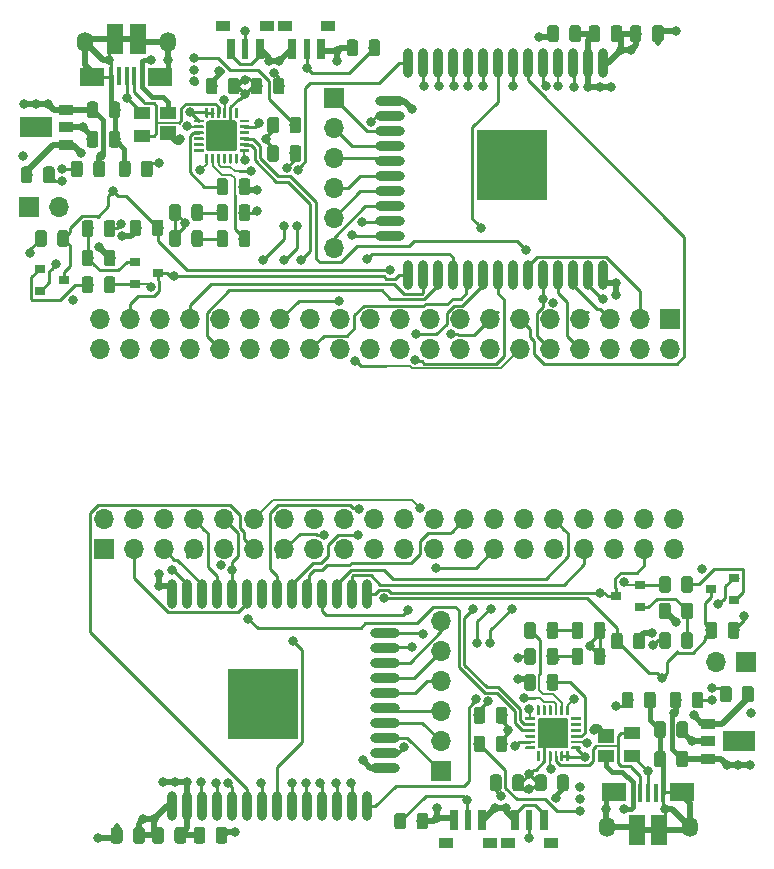
<source format=gbr>
G04 #@! TF.GenerationSoftware,KiCad,Pcbnew,5.0.2-bee76a0~70~ubuntu16.04.1*
G04 #@! TF.CreationDate,2019-08-20T15:47:01-04:00*
G04 #@! TF.ProjectId,ESP32-Zip-Panelized,45535033-322d-45a6-9970-2d50616e656c,rev?*
G04 #@! TF.SameCoordinates,Original*
G04 #@! TF.FileFunction,Copper,L1,Top*
G04 #@! TF.FilePolarity,Positive*
%FSLAX46Y46*%
G04 Gerber Fmt 4.6, Leading zero omitted, Abs format (unit mm)*
G04 Created by KiCad (PCBNEW 5.0.2-bee76a0~70~ubuntu16.04.1) date mar. 20 août 2019 15:47:01 EDT*
%MOMM*%
%LPD*%
G01*
G04 APERTURE LIST*
G04 #@! TA.AperFunction,ComponentPad*
%ADD10R,1.700000X1.700000*%
G04 #@! TD*
G04 #@! TA.AperFunction,ComponentPad*
%ADD11O,1.700000X1.700000*%
G04 #@! TD*
G04 #@! TA.AperFunction,SMDPad,CuDef*
%ADD12R,1.430000X2.500000*%
G04 #@! TD*
G04 #@! TA.AperFunction,ComponentPad*
%ADD13O,1.350000X1.700000*%
G04 #@! TD*
G04 #@! TA.AperFunction,ComponentPad*
%ADD14O,1.100000X1.500000*%
G04 #@! TD*
G04 #@! TA.AperFunction,SMDPad,CuDef*
%ADD15R,0.400000X1.650000*%
G04 #@! TD*
G04 #@! TA.AperFunction,SMDPad,CuDef*
%ADD16R,2.000000X1.500000*%
G04 #@! TD*
G04 #@! TA.AperFunction,Conductor*
%ADD17C,0.100000*%
G04 #@! TD*
G04 #@! TA.AperFunction,SMDPad,CuDef*
%ADD18C,0.975000*%
G04 #@! TD*
G04 #@! TA.AperFunction,SMDPad,CuDef*
%ADD19R,1.400000X1.200000*%
G04 #@! TD*
G04 #@! TA.AperFunction,SMDPad,CuDef*
%ADD20R,1.400000X1.000000*%
G04 #@! TD*
G04 #@! TA.AperFunction,SMDPad,CuDef*
%ADD21R,1.295400X0.889000*%
G04 #@! TD*
G04 #@! TA.AperFunction,SMDPad,CuDef*
%ADD22R,2.692400X1.701800*%
G04 #@! TD*
G04 #@! TA.AperFunction,SMDPad,CuDef*
%ADD23O,0.900000X2.500000*%
G04 #@! TD*
G04 #@! TA.AperFunction,SMDPad,CuDef*
%ADD24O,2.500000X0.900000*%
G04 #@! TD*
G04 #@! TA.AperFunction,SMDPad,CuDef*
%ADD25R,6.000000X6.000000*%
G04 #@! TD*
G04 #@! TA.AperFunction,SMDPad,CuDef*
%ADD26R,0.750000X1.800000*%
G04 #@! TD*
G04 #@! TA.AperFunction,SMDPad,CuDef*
%ADD27R,0.600000X1.800000*%
G04 #@! TD*
G04 #@! TA.AperFunction,SMDPad,CuDef*
%ADD28R,1.300000X0.900000*%
G04 #@! TD*
G04 #@! TA.AperFunction,SMDPad,CuDef*
%ADD29C,2.600000*%
G04 #@! TD*
G04 #@! TA.AperFunction,SMDPad,CuDef*
%ADD30C,0.250000*%
G04 #@! TD*
G04 #@! TA.AperFunction,SMDPad,CuDef*
%ADD31R,0.900000X0.800000*%
G04 #@! TD*
G04 #@! TA.AperFunction,ViaPad*
%ADD32C,0.800000*%
G04 #@! TD*
G04 #@! TA.AperFunction,Conductor*
%ADD33C,0.500000*%
G04 #@! TD*
G04 #@! TA.AperFunction,Conductor*
%ADD34C,0.250000*%
G04 #@! TD*
G04 #@! TA.AperFunction,Conductor*
%ADD35C,0.400000*%
G04 #@! TD*
G04 #@! TA.AperFunction,Conductor*
%ADD36C,0.200000*%
G04 #@! TD*
G04 #@! TA.AperFunction,Conductor*
%ADD37C,0.150000*%
G04 #@! TD*
G04 APERTURE END LIST*
D10*
G04 #@! TO.P,J2,1*
G04 #@! TO.N,VDD*
X48500000Y-54850000D03*
D11*
G04 #@! TO.P,J2,2*
X48500000Y-52310000D03*
G04 #@! TO.P,J2,3*
G04 #@! TO.N,IO21*
X51040000Y-54850000D03*
G04 #@! TO.P,J2,4*
G04 #@! TO.N,VDD*
X51040000Y-52310000D03*
G04 #@! TO.P,J2,5*
G04 #@! TO.N,IO22*
X53580000Y-54850000D03*
G04 #@! TO.P,J2,6*
G04 #@! TO.N,GND*
X53580000Y-52310000D03*
G04 #@! TO.P,J2,7*
G04 #@! TO.N,IO23*
X56120000Y-54850000D03*
G04 #@! TO.P,J2,8*
G04 #@! TO.N,TxD*
X56120000Y-52310000D03*
G04 #@! TO.P,J2,9*
G04 #@! TO.N,GND*
X58660000Y-54850000D03*
G04 #@! TO.P,J2,10*
G04 #@! TO.N,RxD*
X58660000Y-52310000D03*
G04 #@! TO.P,J2,11*
G04 #@! TO.N,IO34*
X61200000Y-54850000D03*
G04 #@! TO.P,J2,12*
G04 #@! TO.N,EN*
X61200000Y-52310000D03*
G04 #@! TO.P,J2,13*
G04 #@! TO.N,IO35*
X63740000Y-54850000D03*
G04 #@! TO.P,J2,14*
G04 #@! TO.N,GND*
X63740000Y-52310000D03*
G04 #@! TO.P,J2,15*
G04 #@! TO.N,IO32*
X66280000Y-54850000D03*
G04 #@! TO.P,J2,16*
G04 #@! TO.N,SENSOR_VN*
X66280000Y-52310000D03*
G04 #@! TO.P,J2,17*
G04 #@! TO.N,VDD*
X68820000Y-54850000D03*
G04 #@! TO.P,J2,18*
G04 #@! TO.N,SENSOR_VP*
X68820000Y-52310000D03*
G04 #@! TO.P,J2,19*
G04 #@! TO.N,IO33*
X71360000Y-54850000D03*
G04 #@! TO.P,J2,20*
G04 #@! TO.N,GND*
X71360000Y-52310000D03*
G04 #@! TO.P,J2,21*
G04 #@! TO.N,IO25*
X73900000Y-54850000D03*
G04 #@! TO.P,J2,22*
G04 #@! TO.N,IO19*
X73900000Y-52310000D03*
G04 #@! TO.P,J2,23*
G04 #@! TO.N,IO26*
X76440000Y-54850000D03*
G04 #@! TO.P,J2,24*
G04 #@! TO.N,IO18*
X76440000Y-52310000D03*
G04 #@! TO.P,J2,25*
G04 #@! TO.N,GND*
X78980000Y-54850000D03*
G04 #@! TO.P,J2,26*
G04 #@! TO.N,IO5*
X78980000Y-52310000D03*
G04 #@! TO.P,J2,27*
G04 #@! TO.N,IO27*
X81520000Y-54850000D03*
G04 #@! TO.P,J2,28*
G04 #@! TO.N,IO17*
X81520000Y-52310000D03*
G04 #@! TO.P,J2,29*
G04 #@! TO.N,IO14*
X84060000Y-54850000D03*
G04 #@! TO.P,J2,30*
G04 #@! TO.N,GND*
X84060000Y-52310000D03*
G04 #@! TO.P,J2,31*
G04 #@! TO.N,IO12*
X86600000Y-54850000D03*
G04 #@! TO.P,J2,32*
G04 #@! TO.N,IO16*
X86600000Y-52310000D03*
G04 #@! TO.P,J2,33*
G04 #@! TO.N,IO4*
X89140000Y-54850000D03*
G04 #@! TO.P,J2,34*
G04 #@! TO.N,GND*
X89140000Y-52310000D03*
G04 #@! TO.P,J2,35*
G04 #@! TO.N,IO2*
X91680000Y-54850000D03*
G04 #@! TO.P,J2,36*
G04 #@! TO.N,IO13*
X91680000Y-52310000D03*
G04 #@! TO.P,J2,37*
G04 #@! TO.N,IO0*
X94220000Y-54850000D03*
G04 #@! TO.P,J2,38*
G04 #@! TO.N,IO15*
X94220000Y-52310000D03*
G04 #@! TO.P,J2,39*
G04 #@! TO.N,GND*
X96760000Y-54850000D03*
G04 #@! TO.P,J2,40*
G04 #@! TO.N,VDD*
X96760000Y-52310000D03*
G04 #@! TD*
D10*
G04 #@! TO.P,J4,1*
G04 #@! TO.N,VBus*
X102800000Y-64400000D03*
D11*
G04 #@! TO.P,J4,2*
G04 #@! TO.N,GND*
X100260000Y-64400000D03*
G04 #@! TD*
D10*
G04 #@! TO.P,J3,1*
G04 #@! TO.N,SD2*
X77000000Y-73600000D03*
D11*
G04 #@! TO.P,J3,2*
G04 #@! TO.N,SD3*
X77000000Y-71060000D03*
G04 #@! TO.P,J3,3*
G04 #@! TO.N,CMD*
X77000000Y-68520000D03*
G04 #@! TO.P,J3,4*
G04 #@! TO.N,SDCLK*
X77000000Y-65980000D03*
G04 #@! TO.P,J3,5*
G04 #@! TO.N,SD0*
X77000000Y-63440000D03*
G04 #@! TO.P,J3,6*
G04 #@! TO.N,SD1*
X77000000Y-60900000D03*
G04 #@! TD*
D12*
G04 #@! TO.P,J1,6*
G04 #@! TO.N,GND*
X95500000Y-78620000D03*
X93580000Y-78620000D03*
D13*
X98065000Y-78350000D03*
X91065000Y-78350000D03*
D14*
X97065000Y-75350000D03*
X92065000Y-75350000D03*
D15*
G04 #@! TO.P,J1,5*
X95840000Y-75470000D03*
G04 #@! TO.P,J1,4*
G04 #@! TO.N,Net-(J1-Pad4)*
X95190000Y-75470000D03*
G04 #@! TO.P,J1,3*
G04 #@! TO.N,USB_DP*
X94540000Y-75470000D03*
G04 #@! TO.P,J1,2*
G04 #@! TO.N,USB_DN*
X93890000Y-75470000D03*
G04 #@! TO.P,J1,1*
G04 #@! TO.N,VBus*
X93240000Y-75470000D03*
D16*
G04 #@! TO.P,J1,6*
G04 #@! TO.N,GND*
X97440000Y-75350000D03*
X91690000Y-75370000D03*
G04 #@! TD*
D17*
G04 #@! TO.N,VDD*
G04 #@! TO.C,C3*
G36*
X81930142Y-73901174D02*
X81953803Y-73904684D01*
X81977007Y-73910496D01*
X81999529Y-73918554D01*
X82021153Y-73928782D01*
X82041670Y-73941079D01*
X82060883Y-73955329D01*
X82078607Y-73971393D01*
X82094671Y-73989117D01*
X82108921Y-74008330D01*
X82121218Y-74028847D01*
X82131446Y-74050471D01*
X82139504Y-74072993D01*
X82145316Y-74096197D01*
X82148826Y-74119858D01*
X82150000Y-74143750D01*
X82150000Y-75056250D01*
X82148826Y-75080142D01*
X82145316Y-75103803D01*
X82139504Y-75127007D01*
X82131446Y-75149529D01*
X82121218Y-75171153D01*
X82108921Y-75191670D01*
X82094671Y-75210883D01*
X82078607Y-75228607D01*
X82060883Y-75244671D01*
X82041670Y-75258921D01*
X82021153Y-75271218D01*
X81999529Y-75281446D01*
X81977007Y-75289504D01*
X81953803Y-75295316D01*
X81930142Y-75298826D01*
X81906250Y-75300000D01*
X81418750Y-75300000D01*
X81394858Y-75298826D01*
X81371197Y-75295316D01*
X81347993Y-75289504D01*
X81325471Y-75281446D01*
X81303847Y-75271218D01*
X81283330Y-75258921D01*
X81264117Y-75244671D01*
X81246393Y-75228607D01*
X81230329Y-75210883D01*
X81216079Y-75191670D01*
X81203782Y-75171153D01*
X81193554Y-75149529D01*
X81185496Y-75127007D01*
X81179684Y-75103803D01*
X81176174Y-75080142D01*
X81175000Y-75056250D01*
X81175000Y-74143750D01*
X81176174Y-74119858D01*
X81179684Y-74096197D01*
X81185496Y-74072993D01*
X81193554Y-74050471D01*
X81203782Y-74028847D01*
X81216079Y-74008330D01*
X81230329Y-73989117D01*
X81246393Y-73971393D01*
X81264117Y-73955329D01*
X81283330Y-73941079D01*
X81303847Y-73928782D01*
X81325471Y-73918554D01*
X81347993Y-73910496D01*
X81371197Y-73904684D01*
X81394858Y-73901174D01*
X81418750Y-73900000D01*
X81906250Y-73900000D01*
X81930142Y-73901174D01*
X81930142Y-73901174D01*
G37*
D18*
G04 #@! TD*
G04 #@! TO.P,C3,1*
G04 #@! TO.N,VDD*
X81662500Y-74600000D03*
D17*
G04 #@! TO.N,GND*
G04 #@! TO.C,C3*
G36*
X83805142Y-73901174D02*
X83828803Y-73904684D01*
X83852007Y-73910496D01*
X83874529Y-73918554D01*
X83896153Y-73928782D01*
X83916670Y-73941079D01*
X83935883Y-73955329D01*
X83953607Y-73971393D01*
X83969671Y-73989117D01*
X83983921Y-74008330D01*
X83996218Y-74028847D01*
X84006446Y-74050471D01*
X84014504Y-74072993D01*
X84020316Y-74096197D01*
X84023826Y-74119858D01*
X84025000Y-74143750D01*
X84025000Y-75056250D01*
X84023826Y-75080142D01*
X84020316Y-75103803D01*
X84014504Y-75127007D01*
X84006446Y-75149529D01*
X83996218Y-75171153D01*
X83983921Y-75191670D01*
X83969671Y-75210883D01*
X83953607Y-75228607D01*
X83935883Y-75244671D01*
X83916670Y-75258921D01*
X83896153Y-75271218D01*
X83874529Y-75281446D01*
X83852007Y-75289504D01*
X83828803Y-75295316D01*
X83805142Y-75298826D01*
X83781250Y-75300000D01*
X83293750Y-75300000D01*
X83269858Y-75298826D01*
X83246197Y-75295316D01*
X83222993Y-75289504D01*
X83200471Y-75281446D01*
X83178847Y-75271218D01*
X83158330Y-75258921D01*
X83139117Y-75244671D01*
X83121393Y-75228607D01*
X83105329Y-75210883D01*
X83091079Y-75191670D01*
X83078782Y-75171153D01*
X83068554Y-75149529D01*
X83060496Y-75127007D01*
X83054684Y-75103803D01*
X83051174Y-75080142D01*
X83050000Y-75056250D01*
X83050000Y-74143750D01*
X83051174Y-74119858D01*
X83054684Y-74096197D01*
X83060496Y-74072993D01*
X83068554Y-74050471D01*
X83078782Y-74028847D01*
X83091079Y-74008330D01*
X83105329Y-73989117D01*
X83121393Y-73971393D01*
X83139117Y-73955329D01*
X83158330Y-73941079D01*
X83178847Y-73928782D01*
X83200471Y-73918554D01*
X83222993Y-73910496D01*
X83246197Y-73904684D01*
X83269858Y-73901174D01*
X83293750Y-73900000D01*
X83781250Y-73900000D01*
X83805142Y-73901174D01*
X83805142Y-73901174D01*
G37*
D18*
G04 #@! TD*
G04 #@! TO.P,C3,2*
G04 #@! TO.N,GND*
X83537500Y-74600000D03*
D17*
G04 #@! TO.N,GND*
G04 #@! TO.C,D2*
G36*
X103267642Y-66401174D02*
X103291303Y-66404684D01*
X103314507Y-66410496D01*
X103337029Y-66418554D01*
X103358653Y-66428782D01*
X103379170Y-66441079D01*
X103398383Y-66455329D01*
X103416107Y-66471393D01*
X103432171Y-66489117D01*
X103446421Y-66508330D01*
X103458718Y-66528847D01*
X103468946Y-66550471D01*
X103477004Y-66572993D01*
X103482816Y-66596197D01*
X103486326Y-66619858D01*
X103487500Y-66643750D01*
X103487500Y-67556250D01*
X103486326Y-67580142D01*
X103482816Y-67603803D01*
X103477004Y-67627007D01*
X103468946Y-67649529D01*
X103458718Y-67671153D01*
X103446421Y-67691670D01*
X103432171Y-67710883D01*
X103416107Y-67728607D01*
X103398383Y-67744671D01*
X103379170Y-67758921D01*
X103358653Y-67771218D01*
X103337029Y-67781446D01*
X103314507Y-67789504D01*
X103291303Y-67795316D01*
X103267642Y-67798826D01*
X103243750Y-67800000D01*
X102756250Y-67800000D01*
X102732358Y-67798826D01*
X102708697Y-67795316D01*
X102685493Y-67789504D01*
X102662971Y-67781446D01*
X102641347Y-67771218D01*
X102620830Y-67758921D01*
X102601617Y-67744671D01*
X102583893Y-67728607D01*
X102567829Y-67710883D01*
X102553579Y-67691670D01*
X102541282Y-67671153D01*
X102531054Y-67649529D01*
X102522996Y-67627007D01*
X102517184Y-67603803D01*
X102513674Y-67580142D01*
X102512500Y-67556250D01*
X102512500Y-66643750D01*
X102513674Y-66619858D01*
X102517184Y-66596197D01*
X102522996Y-66572993D01*
X102531054Y-66550471D01*
X102541282Y-66528847D01*
X102553579Y-66508330D01*
X102567829Y-66489117D01*
X102583893Y-66471393D01*
X102601617Y-66455329D01*
X102620830Y-66441079D01*
X102641347Y-66428782D01*
X102662971Y-66418554D01*
X102685493Y-66410496D01*
X102708697Y-66404684D01*
X102732358Y-66401174D01*
X102756250Y-66400000D01*
X103243750Y-66400000D01*
X103267642Y-66401174D01*
X103267642Y-66401174D01*
G37*
D18*
G04 #@! TD*
G04 #@! TO.P,D2,1*
G04 #@! TO.N,GND*
X103000000Y-67100000D03*
D17*
G04 #@! TO.N,Net-(D2-Pad2)*
G04 #@! TO.C,D2*
G36*
X101392642Y-66401174D02*
X101416303Y-66404684D01*
X101439507Y-66410496D01*
X101462029Y-66418554D01*
X101483653Y-66428782D01*
X101504170Y-66441079D01*
X101523383Y-66455329D01*
X101541107Y-66471393D01*
X101557171Y-66489117D01*
X101571421Y-66508330D01*
X101583718Y-66528847D01*
X101593946Y-66550471D01*
X101602004Y-66572993D01*
X101607816Y-66596197D01*
X101611326Y-66619858D01*
X101612500Y-66643750D01*
X101612500Y-67556250D01*
X101611326Y-67580142D01*
X101607816Y-67603803D01*
X101602004Y-67627007D01*
X101593946Y-67649529D01*
X101583718Y-67671153D01*
X101571421Y-67691670D01*
X101557171Y-67710883D01*
X101541107Y-67728607D01*
X101523383Y-67744671D01*
X101504170Y-67758921D01*
X101483653Y-67771218D01*
X101462029Y-67781446D01*
X101439507Y-67789504D01*
X101416303Y-67795316D01*
X101392642Y-67798826D01*
X101368750Y-67800000D01*
X100881250Y-67800000D01*
X100857358Y-67798826D01*
X100833697Y-67795316D01*
X100810493Y-67789504D01*
X100787971Y-67781446D01*
X100766347Y-67771218D01*
X100745830Y-67758921D01*
X100726617Y-67744671D01*
X100708893Y-67728607D01*
X100692829Y-67710883D01*
X100678579Y-67691670D01*
X100666282Y-67671153D01*
X100656054Y-67649529D01*
X100647996Y-67627007D01*
X100642184Y-67603803D01*
X100638674Y-67580142D01*
X100637500Y-67556250D01*
X100637500Y-66643750D01*
X100638674Y-66619858D01*
X100642184Y-66596197D01*
X100647996Y-66572993D01*
X100656054Y-66550471D01*
X100666282Y-66528847D01*
X100678579Y-66508330D01*
X100692829Y-66489117D01*
X100708893Y-66471393D01*
X100726617Y-66455329D01*
X100745830Y-66441079D01*
X100766347Y-66428782D01*
X100787971Y-66418554D01*
X100810493Y-66410496D01*
X100833697Y-66404684D01*
X100857358Y-66401174D01*
X100881250Y-66400000D01*
X101368750Y-66400000D01*
X101392642Y-66401174D01*
X101392642Y-66401174D01*
G37*
D18*
G04 #@! TD*
G04 #@! TO.P,D2,2*
G04 #@! TO.N,Net-(D2-Pad2)*
X101125000Y-67100000D03*
D19*
G04 #@! TO.P,D1,1*
G04 #@! TO.N,GND*
X91000000Y-70600000D03*
D20*
G04 #@! TO.P,D1,2*
G04 #@! TO.N,VBus*
X91000000Y-72320000D03*
G04 #@! TO.P,D1,3*
G04 #@! TO.N,USB_DP*
X93200000Y-72320000D03*
G04 #@! TO.P,D1,4*
G04 #@! TO.N,USB_DN*
X93200000Y-70420000D03*
G04 #@! TD*
D21*
G04 #@! TO.P,U1,1*
G04 #@! TO.N,GND*
X99645800Y-69600000D03*
G04 #@! TO.P,U1,2*
G04 #@! TO.N,VBus*
X99645800Y-71100000D03*
G04 #@! TO.P,U1,3*
G04 #@! TO.N,VDD*
X99645800Y-72600000D03*
D22*
G04 #@! TO.P,U1,4*
G04 #@! TO.N,N/C*
X102249300Y-71100000D03*
G04 #@! TD*
D23*
G04 #@! TO.P,U3,38*
G04 #@! TO.N,GND*
X54250000Y-58600000D03*
G04 #@! TO.P,U3,37*
G04 #@! TO.N,IO23*
X55520000Y-58600000D03*
G04 #@! TO.P,U3,36*
G04 #@! TO.N,IO22*
X56790000Y-58600000D03*
G04 #@! TO.P,U3,35*
G04 #@! TO.N,TxD*
X58060000Y-58600000D03*
G04 #@! TO.P,U3,34*
G04 #@! TO.N,RxD*
X59330000Y-58600000D03*
G04 #@! TO.P,U3,33*
G04 #@! TO.N,IO21*
X60600000Y-58600000D03*
G04 #@! TO.P,U3,32*
G04 #@! TO.N,Net-(U3-Pad32)*
X61870000Y-58600000D03*
G04 #@! TO.P,U3,31*
G04 #@! TO.N,IO19*
X63140000Y-58600000D03*
G04 #@! TO.P,U3,30*
G04 #@! TO.N,IO18*
X64410000Y-58600000D03*
G04 #@! TO.P,U3,29*
G04 #@! TO.N,IO5*
X65680000Y-58600000D03*
G04 #@! TO.P,U3,28*
G04 #@! TO.N,IO17*
X66950000Y-58600000D03*
G04 #@! TO.P,U3,27*
G04 #@! TO.N,IO16*
X68220000Y-58600000D03*
G04 #@! TO.P,U3,26*
G04 #@! TO.N,IO4*
X69490000Y-58600000D03*
G04 #@! TO.P,U3,25*
G04 #@! TO.N,IO0*
X70760000Y-58600000D03*
D24*
G04 #@! TO.P,U3,24*
G04 #@! TO.N,IO2*
X72250000Y-61885000D03*
G04 #@! TO.P,U3,23*
G04 #@! TO.N,IO15*
X72250000Y-63155000D03*
G04 #@! TO.P,U3,22*
G04 #@! TO.N,SD1*
X72250000Y-64425000D03*
G04 #@! TO.P,U3,21*
G04 #@! TO.N,SD0*
X72250000Y-65695000D03*
G04 #@! TO.P,U3,20*
G04 #@! TO.N,SDCLK*
X72250000Y-66965000D03*
G04 #@! TO.P,U3,19*
G04 #@! TO.N,CMD*
X72250000Y-68235000D03*
G04 #@! TO.P,U3,18*
G04 #@! TO.N,SD3*
X72250000Y-69505000D03*
G04 #@! TO.P,U3,17*
G04 #@! TO.N,SD2*
X72250000Y-70775000D03*
G04 #@! TO.P,U3,16*
G04 #@! TO.N,IO13*
X72250000Y-72045000D03*
G04 #@! TO.P,U3,15*
G04 #@! TO.N,GND*
X72250000Y-73315000D03*
D23*
G04 #@! TO.P,U3,14*
G04 #@! TO.N,IO12*
X70760000Y-76600000D03*
G04 #@! TO.P,U3,13*
G04 #@! TO.N,IO14*
X69490000Y-76600000D03*
G04 #@! TO.P,U3,12*
G04 #@! TO.N,IO27*
X68220000Y-76600000D03*
G04 #@! TO.P,U3,11*
G04 #@! TO.N,IO26*
X66950000Y-76600000D03*
G04 #@! TO.P,U3,10*
G04 #@! TO.N,IO25*
X65680000Y-76600000D03*
G04 #@! TO.P,U3,9*
G04 #@! TO.N,IO33*
X64410000Y-76600000D03*
G04 #@! TO.P,U3,8*
G04 #@! TO.N,IO32*
X63140000Y-76600000D03*
G04 #@! TO.P,U3,7*
G04 #@! TO.N,IO35*
X61870000Y-76600000D03*
G04 #@! TO.P,U3,6*
G04 #@! TO.N,IO34*
X60600000Y-76600000D03*
G04 #@! TO.P,U3,5*
G04 #@! TO.N,SENSOR_VN*
X59330000Y-76600000D03*
G04 #@! TO.P,U3,4*
G04 #@! TO.N,SENSOR_VP*
X58060000Y-76600000D03*
G04 #@! TO.P,U3,3*
G04 #@! TO.N,EN*
X56790000Y-76600000D03*
G04 #@! TO.P,U3,2*
G04 #@! TO.N,VDD*
X55520000Y-76600000D03*
G04 #@! TO.P,U3,1*
G04 #@! TO.N,GND*
X54250000Y-76600000D03*
D25*
G04 #@! TO.P,U3,39*
X61950000Y-67900000D03*
G04 #@! TD*
D26*
G04 #@! TO.P,SW2,1*
G04 #@! TO.N,GND*
X83275000Y-77750000D03*
D27*
G04 #@! TO.P,SW2,2*
G04 #@! TO.N,EN*
X84500000Y-77750000D03*
D26*
G04 #@! TO.P,SW2,1*
G04 #@! TO.N,GND*
X85725000Y-77750000D03*
D28*
G04 #@! TO.P,SW2,*
G04 #@! TO.N,*
X86350000Y-79700000D03*
X82650000Y-79700000D03*
G04 #@! TD*
G04 #@! TO.P,SW1,*
G04 #@! TO.N,*
X77450000Y-79700000D03*
X81150000Y-79700000D03*
D26*
G04 #@! TO.P,SW1,1*
G04 #@! TO.N,GND*
X80525000Y-77750000D03*
D27*
G04 #@! TO.P,SW1,2*
G04 #@! TO.N,IO0*
X79300000Y-77750000D03*
D26*
G04 #@! TO.P,SW1,1*
G04 #@! TO.N,GND*
X78075000Y-77750000D03*
G04 #@! TD*
D17*
G04 #@! TO.N,GND*
G04 #@! TO.C,C10*
G36*
X51705142Y-78351174D02*
X51728803Y-78354684D01*
X51752007Y-78360496D01*
X51774529Y-78368554D01*
X51796153Y-78378782D01*
X51816670Y-78391079D01*
X51835883Y-78405329D01*
X51853607Y-78421393D01*
X51869671Y-78439117D01*
X51883921Y-78458330D01*
X51896218Y-78478847D01*
X51906446Y-78500471D01*
X51914504Y-78522993D01*
X51920316Y-78546197D01*
X51923826Y-78569858D01*
X51925000Y-78593750D01*
X51925000Y-79506250D01*
X51923826Y-79530142D01*
X51920316Y-79553803D01*
X51914504Y-79577007D01*
X51906446Y-79599529D01*
X51896218Y-79621153D01*
X51883921Y-79641670D01*
X51869671Y-79660883D01*
X51853607Y-79678607D01*
X51835883Y-79694671D01*
X51816670Y-79708921D01*
X51796153Y-79721218D01*
X51774529Y-79731446D01*
X51752007Y-79739504D01*
X51728803Y-79745316D01*
X51705142Y-79748826D01*
X51681250Y-79750000D01*
X51193750Y-79750000D01*
X51169858Y-79748826D01*
X51146197Y-79745316D01*
X51122993Y-79739504D01*
X51100471Y-79731446D01*
X51078847Y-79721218D01*
X51058330Y-79708921D01*
X51039117Y-79694671D01*
X51021393Y-79678607D01*
X51005329Y-79660883D01*
X50991079Y-79641670D01*
X50978782Y-79621153D01*
X50968554Y-79599529D01*
X50960496Y-79577007D01*
X50954684Y-79553803D01*
X50951174Y-79530142D01*
X50950000Y-79506250D01*
X50950000Y-78593750D01*
X50951174Y-78569858D01*
X50954684Y-78546197D01*
X50960496Y-78522993D01*
X50968554Y-78500471D01*
X50978782Y-78478847D01*
X50991079Y-78458330D01*
X51005329Y-78439117D01*
X51021393Y-78421393D01*
X51039117Y-78405329D01*
X51058330Y-78391079D01*
X51078847Y-78378782D01*
X51100471Y-78368554D01*
X51122993Y-78360496D01*
X51146197Y-78354684D01*
X51169858Y-78351174D01*
X51193750Y-78350000D01*
X51681250Y-78350000D01*
X51705142Y-78351174D01*
X51705142Y-78351174D01*
G37*
D18*
G04 #@! TD*
G04 #@! TO.P,C10,2*
G04 #@! TO.N,GND*
X51437500Y-79050000D03*
D17*
G04 #@! TO.N,VDD*
G04 #@! TO.C,C10*
G36*
X49830142Y-78351174D02*
X49853803Y-78354684D01*
X49877007Y-78360496D01*
X49899529Y-78368554D01*
X49921153Y-78378782D01*
X49941670Y-78391079D01*
X49960883Y-78405329D01*
X49978607Y-78421393D01*
X49994671Y-78439117D01*
X50008921Y-78458330D01*
X50021218Y-78478847D01*
X50031446Y-78500471D01*
X50039504Y-78522993D01*
X50045316Y-78546197D01*
X50048826Y-78569858D01*
X50050000Y-78593750D01*
X50050000Y-79506250D01*
X50048826Y-79530142D01*
X50045316Y-79553803D01*
X50039504Y-79577007D01*
X50031446Y-79599529D01*
X50021218Y-79621153D01*
X50008921Y-79641670D01*
X49994671Y-79660883D01*
X49978607Y-79678607D01*
X49960883Y-79694671D01*
X49941670Y-79708921D01*
X49921153Y-79721218D01*
X49899529Y-79731446D01*
X49877007Y-79739504D01*
X49853803Y-79745316D01*
X49830142Y-79748826D01*
X49806250Y-79750000D01*
X49318750Y-79750000D01*
X49294858Y-79748826D01*
X49271197Y-79745316D01*
X49247993Y-79739504D01*
X49225471Y-79731446D01*
X49203847Y-79721218D01*
X49183330Y-79708921D01*
X49164117Y-79694671D01*
X49146393Y-79678607D01*
X49130329Y-79660883D01*
X49116079Y-79641670D01*
X49103782Y-79621153D01*
X49093554Y-79599529D01*
X49085496Y-79577007D01*
X49079684Y-79553803D01*
X49076174Y-79530142D01*
X49075000Y-79506250D01*
X49075000Y-78593750D01*
X49076174Y-78569858D01*
X49079684Y-78546197D01*
X49085496Y-78522993D01*
X49093554Y-78500471D01*
X49103782Y-78478847D01*
X49116079Y-78458330D01*
X49130329Y-78439117D01*
X49146393Y-78421393D01*
X49164117Y-78405329D01*
X49183330Y-78391079D01*
X49203847Y-78378782D01*
X49225471Y-78368554D01*
X49247993Y-78360496D01*
X49271197Y-78354684D01*
X49294858Y-78351174D01*
X49318750Y-78350000D01*
X49806250Y-78350000D01*
X49830142Y-78351174D01*
X49830142Y-78351174D01*
G37*
D18*
G04 #@! TD*
G04 #@! TO.P,C10,1*
G04 #@! TO.N,VDD*
X49562500Y-79050000D03*
D17*
G04 #@! TO.N,VDD*
G04 #@! TO.C,C9*
G36*
X55205142Y-78351174D02*
X55228803Y-78354684D01*
X55252007Y-78360496D01*
X55274529Y-78368554D01*
X55296153Y-78378782D01*
X55316670Y-78391079D01*
X55335883Y-78405329D01*
X55353607Y-78421393D01*
X55369671Y-78439117D01*
X55383921Y-78458330D01*
X55396218Y-78478847D01*
X55406446Y-78500471D01*
X55414504Y-78522993D01*
X55420316Y-78546197D01*
X55423826Y-78569858D01*
X55425000Y-78593750D01*
X55425000Y-79506250D01*
X55423826Y-79530142D01*
X55420316Y-79553803D01*
X55414504Y-79577007D01*
X55406446Y-79599529D01*
X55396218Y-79621153D01*
X55383921Y-79641670D01*
X55369671Y-79660883D01*
X55353607Y-79678607D01*
X55335883Y-79694671D01*
X55316670Y-79708921D01*
X55296153Y-79721218D01*
X55274529Y-79731446D01*
X55252007Y-79739504D01*
X55228803Y-79745316D01*
X55205142Y-79748826D01*
X55181250Y-79750000D01*
X54693750Y-79750000D01*
X54669858Y-79748826D01*
X54646197Y-79745316D01*
X54622993Y-79739504D01*
X54600471Y-79731446D01*
X54578847Y-79721218D01*
X54558330Y-79708921D01*
X54539117Y-79694671D01*
X54521393Y-79678607D01*
X54505329Y-79660883D01*
X54491079Y-79641670D01*
X54478782Y-79621153D01*
X54468554Y-79599529D01*
X54460496Y-79577007D01*
X54454684Y-79553803D01*
X54451174Y-79530142D01*
X54450000Y-79506250D01*
X54450000Y-78593750D01*
X54451174Y-78569858D01*
X54454684Y-78546197D01*
X54460496Y-78522993D01*
X54468554Y-78500471D01*
X54478782Y-78478847D01*
X54491079Y-78458330D01*
X54505329Y-78439117D01*
X54521393Y-78421393D01*
X54539117Y-78405329D01*
X54558330Y-78391079D01*
X54578847Y-78378782D01*
X54600471Y-78368554D01*
X54622993Y-78360496D01*
X54646197Y-78354684D01*
X54669858Y-78351174D01*
X54693750Y-78350000D01*
X55181250Y-78350000D01*
X55205142Y-78351174D01*
X55205142Y-78351174D01*
G37*
D18*
G04 #@! TD*
G04 #@! TO.P,C9,1*
G04 #@! TO.N,VDD*
X54937500Y-79050000D03*
D17*
G04 #@! TO.N,GND*
G04 #@! TO.C,C9*
G36*
X53330142Y-78351174D02*
X53353803Y-78354684D01*
X53377007Y-78360496D01*
X53399529Y-78368554D01*
X53421153Y-78378782D01*
X53441670Y-78391079D01*
X53460883Y-78405329D01*
X53478607Y-78421393D01*
X53494671Y-78439117D01*
X53508921Y-78458330D01*
X53521218Y-78478847D01*
X53531446Y-78500471D01*
X53539504Y-78522993D01*
X53545316Y-78546197D01*
X53548826Y-78569858D01*
X53550000Y-78593750D01*
X53550000Y-79506250D01*
X53548826Y-79530142D01*
X53545316Y-79553803D01*
X53539504Y-79577007D01*
X53531446Y-79599529D01*
X53521218Y-79621153D01*
X53508921Y-79641670D01*
X53494671Y-79660883D01*
X53478607Y-79678607D01*
X53460883Y-79694671D01*
X53441670Y-79708921D01*
X53421153Y-79721218D01*
X53399529Y-79731446D01*
X53377007Y-79739504D01*
X53353803Y-79745316D01*
X53330142Y-79748826D01*
X53306250Y-79750000D01*
X52818750Y-79750000D01*
X52794858Y-79748826D01*
X52771197Y-79745316D01*
X52747993Y-79739504D01*
X52725471Y-79731446D01*
X52703847Y-79721218D01*
X52683330Y-79708921D01*
X52664117Y-79694671D01*
X52646393Y-79678607D01*
X52630329Y-79660883D01*
X52616079Y-79641670D01*
X52603782Y-79621153D01*
X52593554Y-79599529D01*
X52585496Y-79577007D01*
X52579684Y-79553803D01*
X52576174Y-79530142D01*
X52575000Y-79506250D01*
X52575000Y-78593750D01*
X52576174Y-78569858D01*
X52579684Y-78546197D01*
X52585496Y-78522993D01*
X52593554Y-78500471D01*
X52603782Y-78478847D01*
X52616079Y-78458330D01*
X52630329Y-78439117D01*
X52646393Y-78421393D01*
X52664117Y-78405329D01*
X52683330Y-78391079D01*
X52703847Y-78378782D01*
X52725471Y-78368554D01*
X52747993Y-78360496D01*
X52771197Y-78354684D01*
X52794858Y-78351174D01*
X52818750Y-78350000D01*
X53306250Y-78350000D01*
X53330142Y-78351174D01*
X53330142Y-78351174D01*
G37*
D18*
G04 #@! TD*
G04 #@! TO.P,C9,2*
G04 #@! TO.N,GND*
X53062500Y-79050000D03*
D17*
G04 #@! TO.N,GND*
G04 #@! TO.C,C8*
G36*
X58705142Y-78351174D02*
X58728803Y-78354684D01*
X58752007Y-78360496D01*
X58774529Y-78368554D01*
X58796153Y-78378782D01*
X58816670Y-78391079D01*
X58835883Y-78405329D01*
X58853607Y-78421393D01*
X58869671Y-78439117D01*
X58883921Y-78458330D01*
X58896218Y-78478847D01*
X58906446Y-78500471D01*
X58914504Y-78522993D01*
X58920316Y-78546197D01*
X58923826Y-78569858D01*
X58925000Y-78593750D01*
X58925000Y-79506250D01*
X58923826Y-79530142D01*
X58920316Y-79553803D01*
X58914504Y-79577007D01*
X58906446Y-79599529D01*
X58896218Y-79621153D01*
X58883921Y-79641670D01*
X58869671Y-79660883D01*
X58853607Y-79678607D01*
X58835883Y-79694671D01*
X58816670Y-79708921D01*
X58796153Y-79721218D01*
X58774529Y-79731446D01*
X58752007Y-79739504D01*
X58728803Y-79745316D01*
X58705142Y-79748826D01*
X58681250Y-79750000D01*
X58193750Y-79750000D01*
X58169858Y-79748826D01*
X58146197Y-79745316D01*
X58122993Y-79739504D01*
X58100471Y-79731446D01*
X58078847Y-79721218D01*
X58058330Y-79708921D01*
X58039117Y-79694671D01*
X58021393Y-79678607D01*
X58005329Y-79660883D01*
X57991079Y-79641670D01*
X57978782Y-79621153D01*
X57968554Y-79599529D01*
X57960496Y-79577007D01*
X57954684Y-79553803D01*
X57951174Y-79530142D01*
X57950000Y-79506250D01*
X57950000Y-78593750D01*
X57951174Y-78569858D01*
X57954684Y-78546197D01*
X57960496Y-78522993D01*
X57968554Y-78500471D01*
X57978782Y-78478847D01*
X57991079Y-78458330D01*
X58005329Y-78439117D01*
X58021393Y-78421393D01*
X58039117Y-78405329D01*
X58058330Y-78391079D01*
X58078847Y-78378782D01*
X58100471Y-78368554D01*
X58122993Y-78360496D01*
X58146197Y-78354684D01*
X58169858Y-78351174D01*
X58193750Y-78350000D01*
X58681250Y-78350000D01*
X58705142Y-78351174D01*
X58705142Y-78351174D01*
G37*
D18*
G04 #@! TD*
G04 #@! TO.P,C8,2*
G04 #@! TO.N,GND*
X58437500Y-79050000D03*
D17*
G04 #@! TO.N,VDD*
G04 #@! TO.C,C8*
G36*
X56830142Y-78351174D02*
X56853803Y-78354684D01*
X56877007Y-78360496D01*
X56899529Y-78368554D01*
X56921153Y-78378782D01*
X56941670Y-78391079D01*
X56960883Y-78405329D01*
X56978607Y-78421393D01*
X56994671Y-78439117D01*
X57008921Y-78458330D01*
X57021218Y-78478847D01*
X57031446Y-78500471D01*
X57039504Y-78522993D01*
X57045316Y-78546197D01*
X57048826Y-78569858D01*
X57050000Y-78593750D01*
X57050000Y-79506250D01*
X57048826Y-79530142D01*
X57045316Y-79553803D01*
X57039504Y-79577007D01*
X57031446Y-79599529D01*
X57021218Y-79621153D01*
X57008921Y-79641670D01*
X56994671Y-79660883D01*
X56978607Y-79678607D01*
X56960883Y-79694671D01*
X56941670Y-79708921D01*
X56921153Y-79721218D01*
X56899529Y-79731446D01*
X56877007Y-79739504D01*
X56853803Y-79745316D01*
X56830142Y-79748826D01*
X56806250Y-79750000D01*
X56318750Y-79750000D01*
X56294858Y-79748826D01*
X56271197Y-79745316D01*
X56247993Y-79739504D01*
X56225471Y-79731446D01*
X56203847Y-79721218D01*
X56183330Y-79708921D01*
X56164117Y-79694671D01*
X56146393Y-79678607D01*
X56130329Y-79660883D01*
X56116079Y-79641670D01*
X56103782Y-79621153D01*
X56093554Y-79599529D01*
X56085496Y-79577007D01*
X56079684Y-79553803D01*
X56076174Y-79530142D01*
X56075000Y-79506250D01*
X56075000Y-78593750D01*
X56076174Y-78569858D01*
X56079684Y-78546197D01*
X56085496Y-78522993D01*
X56093554Y-78500471D01*
X56103782Y-78478847D01*
X56116079Y-78458330D01*
X56130329Y-78439117D01*
X56146393Y-78421393D01*
X56164117Y-78405329D01*
X56183330Y-78391079D01*
X56203847Y-78378782D01*
X56225471Y-78368554D01*
X56247993Y-78360496D01*
X56271197Y-78354684D01*
X56294858Y-78351174D01*
X56318750Y-78350000D01*
X56806250Y-78350000D01*
X56830142Y-78351174D01*
X56830142Y-78351174D01*
G37*
D18*
G04 #@! TD*
G04 #@! TO.P,C8,1*
G04 #@! TO.N,VDD*
X56562500Y-79050000D03*
D17*
G04 #@! TO.N,VDD*
G04 #@! TO.C,C6*
G36*
X97705142Y-71901174D02*
X97728803Y-71904684D01*
X97752007Y-71910496D01*
X97774529Y-71918554D01*
X97796153Y-71928782D01*
X97816670Y-71941079D01*
X97835883Y-71955329D01*
X97853607Y-71971393D01*
X97869671Y-71989117D01*
X97883921Y-72008330D01*
X97896218Y-72028847D01*
X97906446Y-72050471D01*
X97914504Y-72072993D01*
X97920316Y-72096197D01*
X97923826Y-72119858D01*
X97925000Y-72143750D01*
X97925000Y-73056250D01*
X97923826Y-73080142D01*
X97920316Y-73103803D01*
X97914504Y-73127007D01*
X97906446Y-73149529D01*
X97896218Y-73171153D01*
X97883921Y-73191670D01*
X97869671Y-73210883D01*
X97853607Y-73228607D01*
X97835883Y-73244671D01*
X97816670Y-73258921D01*
X97796153Y-73271218D01*
X97774529Y-73281446D01*
X97752007Y-73289504D01*
X97728803Y-73295316D01*
X97705142Y-73298826D01*
X97681250Y-73300000D01*
X97193750Y-73300000D01*
X97169858Y-73298826D01*
X97146197Y-73295316D01*
X97122993Y-73289504D01*
X97100471Y-73281446D01*
X97078847Y-73271218D01*
X97058330Y-73258921D01*
X97039117Y-73244671D01*
X97021393Y-73228607D01*
X97005329Y-73210883D01*
X96991079Y-73191670D01*
X96978782Y-73171153D01*
X96968554Y-73149529D01*
X96960496Y-73127007D01*
X96954684Y-73103803D01*
X96951174Y-73080142D01*
X96950000Y-73056250D01*
X96950000Y-72143750D01*
X96951174Y-72119858D01*
X96954684Y-72096197D01*
X96960496Y-72072993D01*
X96968554Y-72050471D01*
X96978782Y-72028847D01*
X96991079Y-72008330D01*
X97005329Y-71989117D01*
X97021393Y-71971393D01*
X97039117Y-71955329D01*
X97058330Y-71941079D01*
X97078847Y-71928782D01*
X97100471Y-71918554D01*
X97122993Y-71910496D01*
X97146197Y-71904684D01*
X97169858Y-71901174D01*
X97193750Y-71900000D01*
X97681250Y-71900000D01*
X97705142Y-71901174D01*
X97705142Y-71901174D01*
G37*
D18*
G04 #@! TD*
G04 #@! TO.P,C6,1*
G04 #@! TO.N,VDD*
X97437500Y-72600000D03*
D17*
G04 #@! TO.N,GND*
G04 #@! TO.C,C6*
G36*
X95830142Y-71901174D02*
X95853803Y-71904684D01*
X95877007Y-71910496D01*
X95899529Y-71918554D01*
X95921153Y-71928782D01*
X95941670Y-71941079D01*
X95960883Y-71955329D01*
X95978607Y-71971393D01*
X95994671Y-71989117D01*
X96008921Y-72008330D01*
X96021218Y-72028847D01*
X96031446Y-72050471D01*
X96039504Y-72072993D01*
X96045316Y-72096197D01*
X96048826Y-72119858D01*
X96050000Y-72143750D01*
X96050000Y-73056250D01*
X96048826Y-73080142D01*
X96045316Y-73103803D01*
X96039504Y-73127007D01*
X96031446Y-73149529D01*
X96021218Y-73171153D01*
X96008921Y-73191670D01*
X95994671Y-73210883D01*
X95978607Y-73228607D01*
X95960883Y-73244671D01*
X95941670Y-73258921D01*
X95921153Y-73271218D01*
X95899529Y-73281446D01*
X95877007Y-73289504D01*
X95853803Y-73295316D01*
X95830142Y-73298826D01*
X95806250Y-73300000D01*
X95318750Y-73300000D01*
X95294858Y-73298826D01*
X95271197Y-73295316D01*
X95247993Y-73289504D01*
X95225471Y-73281446D01*
X95203847Y-73271218D01*
X95183330Y-73258921D01*
X95164117Y-73244671D01*
X95146393Y-73228607D01*
X95130329Y-73210883D01*
X95116079Y-73191670D01*
X95103782Y-73171153D01*
X95093554Y-73149529D01*
X95085496Y-73127007D01*
X95079684Y-73103803D01*
X95076174Y-73080142D01*
X95075000Y-73056250D01*
X95075000Y-72143750D01*
X95076174Y-72119858D01*
X95079684Y-72096197D01*
X95085496Y-72072993D01*
X95093554Y-72050471D01*
X95103782Y-72028847D01*
X95116079Y-72008330D01*
X95130329Y-71989117D01*
X95146393Y-71971393D01*
X95164117Y-71955329D01*
X95183330Y-71941079D01*
X95203847Y-71928782D01*
X95225471Y-71918554D01*
X95247993Y-71910496D01*
X95271197Y-71904684D01*
X95294858Y-71901174D01*
X95318750Y-71900000D01*
X95806250Y-71900000D01*
X95830142Y-71901174D01*
X95830142Y-71901174D01*
G37*
D18*
G04 #@! TD*
G04 #@! TO.P,C6,2*
G04 #@! TO.N,GND*
X95562500Y-72600000D03*
D17*
G04 #@! TO.N,GND*
G04 #@! TO.C,C5*
G36*
X95830142Y-69401174D02*
X95853803Y-69404684D01*
X95877007Y-69410496D01*
X95899529Y-69418554D01*
X95921153Y-69428782D01*
X95941670Y-69441079D01*
X95960883Y-69455329D01*
X95978607Y-69471393D01*
X95994671Y-69489117D01*
X96008921Y-69508330D01*
X96021218Y-69528847D01*
X96031446Y-69550471D01*
X96039504Y-69572993D01*
X96045316Y-69596197D01*
X96048826Y-69619858D01*
X96050000Y-69643750D01*
X96050000Y-70556250D01*
X96048826Y-70580142D01*
X96045316Y-70603803D01*
X96039504Y-70627007D01*
X96031446Y-70649529D01*
X96021218Y-70671153D01*
X96008921Y-70691670D01*
X95994671Y-70710883D01*
X95978607Y-70728607D01*
X95960883Y-70744671D01*
X95941670Y-70758921D01*
X95921153Y-70771218D01*
X95899529Y-70781446D01*
X95877007Y-70789504D01*
X95853803Y-70795316D01*
X95830142Y-70798826D01*
X95806250Y-70800000D01*
X95318750Y-70800000D01*
X95294858Y-70798826D01*
X95271197Y-70795316D01*
X95247993Y-70789504D01*
X95225471Y-70781446D01*
X95203847Y-70771218D01*
X95183330Y-70758921D01*
X95164117Y-70744671D01*
X95146393Y-70728607D01*
X95130329Y-70710883D01*
X95116079Y-70691670D01*
X95103782Y-70671153D01*
X95093554Y-70649529D01*
X95085496Y-70627007D01*
X95079684Y-70603803D01*
X95076174Y-70580142D01*
X95075000Y-70556250D01*
X95075000Y-69643750D01*
X95076174Y-69619858D01*
X95079684Y-69596197D01*
X95085496Y-69572993D01*
X95093554Y-69550471D01*
X95103782Y-69528847D01*
X95116079Y-69508330D01*
X95130329Y-69489117D01*
X95146393Y-69471393D01*
X95164117Y-69455329D01*
X95183330Y-69441079D01*
X95203847Y-69428782D01*
X95225471Y-69418554D01*
X95247993Y-69410496D01*
X95271197Y-69404684D01*
X95294858Y-69401174D01*
X95318750Y-69400000D01*
X95806250Y-69400000D01*
X95830142Y-69401174D01*
X95830142Y-69401174D01*
G37*
D18*
G04 #@! TD*
G04 #@! TO.P,C5,2*
G04 #@! TO.N,GND*
X95562500Y-70100000D03*
D17*
G04 #@! TO.N,VBus*
G04 #@! TO.C,C5*
G36*
X97705142Y-69401174D02*
X97728803Y-69404684D01*
X97752007Y-69410496D01*
X97774529Y-69418554D01*
X97796153Y-69428782D01*
X97816670Y-69441079D01*
X97835883Y-69455329D01*
X97853607Y-69471393D01*
X97869671Y-69489117D01*
X97883921Y-69508330D01*
X97896218Y-69528847D01*
X97906446Y-69550471D01*
X97914504Y-69572993D01*
X97920316Y-69596197D01*
X97923826Y-69619858D01*
X97925000Y-69643750D01*
X97925000Y-70556250D01*
X97923826Y-70580142D01*
X97920316Y-70603803D01*
X97914504Y-70627007D01*
X97906446Y-70649529D01*
X97896218Y-70671153D01*
X97883921Y-70691670D01*
X97869671Y-70710883D01*
X97853607Y-70728607D01*
X97835883Y-70744671D01*
X97816670Y-70758921D01*
X97796153Y-70771218D01*
X97774529Y-70781446D01*
X97752007Y-70789504D01*
X97728803Y-70795316D01*
X97705142Y-70798826D01*
X97681250Y-70800000D01*
X97193750Y-70800000D01*
X97169858Y-70798826D01*
X97146197Y-70795316D01*
X97122993Y-70789504D01*
X97100471Y-70781446D01*
X97078847Y-70771218D01*
X97058330Y-70758921D01*
X97039117Y-70744671D01*
X97021393Y-70728607D01*
X97005329Y-70710883D01*
X96991079Y-70691670D01*
X96978782Y-70671153D01*
X96968554Y-70649529D01*
X96960496Y-70627007D01*
X96954684Y-70603803D01*
X96951174Y-70580142D01*
X96950000Y-70556250D01*
X96950000Y-69643750D01*
X96951174Y-69619858D01*
X96954684Y-69596197D01*
X96960496Y-69572993D01*
X96968554Y-69550471D01*
X96978782Y-69528847D01*
X96991079Y-69508330D01*
X97005329Y-69489117D01*
X97021393Y-69471393D01*
X97039117Y-69455329D01*
X97058330Y-69441079D01*
X97078847Y-69428782D01*
X97100471Y-69418554D01*
X97122993Y-69410496D01*
X97146197Y-69404684D01*
X97169858Y-69401174D01*
X97193750Y-69400000D01*
X97681250Y-69400000D01*
X97705142Y-69401174D01*
X97705142Y-69401174D01*
G37*
D18*
G04 #@! TD*
G04 #@! TO.P,C5,1*
G04 #@! TO.N,VBus*
X97437500Y-70100000D03*
D17*
G04 #@! TO.N,VDD*
G04 #@! TO.C,C4*
G36*
X87605142Y-73901174D02*
X87628803Y-73904684D01*
X87652007Y-73910496D01*
X87674529Y-73918554D01*
X87696153Y-73928782D01*
X87716670Y-73941079D01*
X87735883Y-73955329D01*
X87753607Y-73971393D01*
X87769671Y-73989117D01*
X87783921Y-74008330D01*
X87796218Y-74028847D01*
X87806446Y-74050471D01*
X87814504Y-74072993D01*
X87820316Y-74096197D01*
X87823826Y-74119858D01*
X87825000Y-74143750D01*
X87825000Y-75056250D01*
X87823826Y-75080142D01*
X87820316Y-75103803D01*
X87814504Y-75127007D01*
X87806446Y-75149529D01*
X87796218Y-75171153D01*
X87783921Y-75191670D01*
X87769671Y-75210883D01*
X87753607Y-75228607D01*
X87735883Y-75244671D01*
X87716670Y-75258921D01*
X87696153Y-75271218D01*
X87674529Y-75281446D01*
X87652007Y-75289504D01*
X87628803Y-75295316D01*
X87605142Y-75298826D01*
X87581250Y-75300000D01*
X87093750Y-75300000D01*
X87069858Y-75298826D01*
X87046197Y-75295316D01*
X87022993Y-75289504D01*
X87000471Y-75281446D01*
X86978847Y-75271218D01*
X86958330Y-75258921D01*
X86939117Y-75244671D01*
X86921393Y-75228607D01*
X86905329Y-75210883D01*
X86891079Y-75191670D01*
X86878782Y-75171153D01*
X86868554Y-75149529D01*
X86860496Y-75127007D01*
X86854684Y-75103803D01*
X86851174Y-75080142D01*
X86850000Y-75056250D01*
X86850000Y-74143750D01*
X86851174Y-74119858D01*
X86854684Y-74096197D01*
X86860496Y-74072993D01*
X86868554Y-74050471D01*
X86878782Y-74028847D01*
X86891079Y-74008330D01*
X86905329Y-73989117D01*
X86921393Y-73971393D01*
X86939117Y-73955329D01*
X86958330Y-73941079D01*
X86978847Y-73928782D01*
X87000471Y-73918554D01*
X87022993Y-73910496D01*
X87046197Y-73904684D01*
X87069858Y-73901174D01*
X87093750Y-73900000D01*
X87581250Y-73900000D01*
X87605142Y-73901174D01*
X87605142Y-73901174D01*
G37*
D18*
G04 #@! TD*
G04 #@! TO.P,C4,1*
G04 #@! TO.N,VDD*
X87337500Y-74600000D03*
D17*
G04 #@! TO.N,GND*
G04 #@! TO.C,C4*
G36*
X85730142Y-73901174D02*
X85753803Y-73904684D01*
X85777007Y-73910496D01*
X85799529Y-73918554D01*
X85821153Y-73928782D01*
X85841670Y-73941079D01*
X85860883Y-73955329D01*
X85878607Y-73971393D01*
X85894671Y-73989117D01*
X85908921Y-74008330D01*
X85921218Y-74028847D01*
X85931446Y-74050471D01*
X85939504Y-74072993D01*
X85945316Y-74096197D01*
X85948826Y-74119858D01*
X85950000Y-74143750D01*
X85950000Y-75056250D01*
X85948826Y-75080142D01*
X85945316Y-75103803D01*
X85939504Y-75127007D01*
X85931446Y-75149529D01*
X85921218Y-75171153D01*
X85908921Y-75191670D01*
X85894671Y-75210883D01*
X85878607Y-75228607D01*
X85860883Y-75244671D01*
X85841670Y-75258921D01*
X85821153Y-75271218D01*
X85799529Y-75281446D01*
X85777007Y-75289504D01*
X85753803Y-75295316D01*
X85730142Y-75298826D01*
X85706250Y-75300000D01*
X85218750Y-75300000D01*
X85194858Y-75298826D01*
X85171197Y-75295316D01*
X85147993Y-75289504D01*
X85125471Y-75281446D01*
X85103847Y-75271218D01*
X85083330Y-75258921D01*
X85064117Y-75244671D01*
X85046393Y-75228607D01*
X85030329Y-75210883D01*
X85016079Y-75191670D01*
X85003782Y-75171153D01*
X84993554Y-75149529D01*
X84985496Y-75127007D01*
X84979684Y-75103803D01*
X84976174Y-75080142D01*
X84975000Y-75056250D01*
X84975000Y-74143750D01*
X84976174Y-74119858D01*
X84979684Y-74096197D01*
X84985496Y-74072993D01*
X84993554Y-74050471D01*
X85003782Y-74028847D01*
X85016079Y-74008330D01*
X85030329Y-73989117D01*
X85046393Y-73971393D01*
X85064117Y-73955329D01*
X85083330Y-73941079D01*
X85103847Y-73928782D01*
X85125471Y-73918554D01*
X85147993Y-73910496D01*
X85171197Y-73904684D01*
X85194858Y-73901174D01*
X85218750Y-73900000D01*
X85706250Y-73900000D01*
X85730142Y-73901174D01*
X85730142Y-73901174D01*
G37*
D18*
G04 #@! TD*
G04 #@! TO.P,C4,2*
G04 #@! TO.N,GND*
X85462500Y-74600000D03*
D17*
G04 #@! TO.N,GND*
G04 #@! TO.C,C1*
G36*
X75705142Y-77151174D02*
X75728803Y-77154684D01*
X75752007Y-77160496D01*
X75774529Y-77168554D01*
X75796153Y-77178782D01*
X75816670Y-77191079D01*
X75835883Y-77205329D01*
X75853607Y-77221393D01*
X75869671Y-77239117D01*
X75883921Y-77258330D01*
X75896218Y-77278847D01*
X75906446Y-77300471D01*
X75914504Y-77322993D01*
X75920316Y-77346197D01*
X75923826Y-77369858D01*
X75925000Y-77393750D01*
X75925000Y-78306250D01*
X75923826Y-78330142D01*
X75920316Y-78353803D01*
X75914504Y-78377007D01*
X75906446Y-78399529D01*
X75896218Y-78421153D01*
X75883921Y-78441670D01*
X75869671Y-78460883D01*
X75853607Y-78478607D01*
X75835883Y-78494671D01*
X75816670Y-78508921D01*
X75796153Y-78521218D01*
X75774529Y-78531446D01*
X75752007Y-78539504D01*
X75728803Y-78545316D01*
X75705142Y-78548826D01*
X75681250Y-78550000D01*
X75193750Y-78550000D01*
X75169858Y-78548826D01*
X75146197Y-78545316D01*
X75122993Y-78539504D01*
X75100471Y-78531446D01*
X75078847Y-78521218D01*
X75058330Y-78508921D01*
X75039117Y-78494671D01*
X75021393Y-78478607D01*
X75005329Y-78460883D01*
X74991079Y-78441670D01*
X74978782Y-78421153D01*
X74968554Y-78399529D01*
X74960496Y-78377007D01*
X74954684Y-78353803D01*
X74951174Y-78330142D01*
X74950000Y-78306250D01*
X74950000Y-77393750D01*
X74951174Y-77369858D01*
X74954684Y-77346197D01*
X74960496Y-77322993D01*
X74968554Y-77300471D01*
X74978782Y-77278847D01*
X74991079Y-77258330D01*
X75005329Y-77239117D01*
X75021393Y-77221393D01*
X75039117Y-77205329D01*
X75058330Y-77191079D01*
X75078847Y-77178782D01*
X75100471Y-77168554D01*
X75122993Y-77160496D01*
X75146197Y-77154684D01*
X75169858Y-77151174D01*
X75193750Y-77150000D01*
X75681250Y-77150000D01*
X75705142Y-77151174D01*
X75705142Y-77151174D01*
G37*
D18*
G04 #@! TD*
G04 #@! TO.P,C1,2*
G04 #@! TO.N,GND*
X75437500Y-77850000D03*
D17*
G04 #@! TO.N,IO0*
G04 #@! TO.C,C1*
G36*
X73830142Y-77151174D02*
X73853803Y-77154684D01*
X73877007Y-77160496D01*
X73899529Y-77168554D01*
X73921153Y-77178782D01*
X73941670Y-77191079D01*
X73960883Y-77205329D01*
X73978607Y-77221393D01*
X73994671Y-77239117D01*
X74008921Y-77258330D01*
X74021218Y-77278847D01*
X74031446Y-77300471D01*
X74039504Y-77322993D01*
X74045316Y-77346197D01*
X74048826Y-77369858D01*
X74050000Y-77393750D01*
X74050000Y-78306250D01*
X74048826Y-78330142D01*
X74045316Y-78353803D01*
X74039504Y-78377007D01*
X74031446Y-78399529D01*
X74021218Y-78421153D01*
X74008921Y-78441670D01*
X73994671Y-78460883D01*
X73978607Y-78478607D01*
X73960883Y-78494671D01*
X73941670Y-78508921D01*
X73921153Y-78521218D01*
X73899529Y-78531446D01*
X73877007Y-78539504D01*
X73853803Y-78545316D01*
X73830142Y-78548826D01*
X73806250Y-78550000D01*
X73318750Y-78550000D01*
X73294858Y-78548826D01*
X73271197Y-78545316D01*
X73247993Y-78539504D01*
X73225471Y-78531446D01*
X73203847Y-78521218D01*
X73183330Y-78508921D01*
X73164117Y-78494671D01*
X73146393Y-78478607D01*
X73130329Y-78460883D01*
X73116079Y-78441670D01*
X73103782Y-78421153D01*
X73093554Y-78399529D01*
X73085496Y-78377007D01*
X73079684Y-78353803D01*
X73076174Y-78330142D01*
X73075000Y-78306250D01*
X73075000Y-77393750D01*
X73076174Y-77369858D01*
X73079684Y-77346197D01*
X73085496Y-77322993D01*
X73093554Y-77300471D01*
X73103782Y-77278847D01*
X73116079Y-77258330D01*
X73130329Y-77239117D01*
X73146393Y-77221393D01*
X73164117Y-77205329D01*
X73183330Y-77191079D01*
X73203847Y-77178782D01*
X73225471Y-77168554D01*
X73247993Y-77160496D01*
X73271197Y-77154684D01*
X73294858Y-77151174D01*
X73318750Y-77150000D01*
X73806250Y-77150000D01*
X73830142Y-77151174D01*
X73830142Y-77151174D01*
G37*
D18*
G04 #@! TD*
G04 #@! TO.P,C1,1*
G04 #@! TO.N,IO0*
X73562500Y-77850000D03*
D17*
G04 #@! TO.N,EN*
G04 #@! TO.C,C7*
G36*
X100180142Y-61001174D02*
X100203803Y-61004684D01*
X100227007Y-61010496D01*
X100249529Y-61018554D01*
X100271153Y-61028782D01*
X100291670Y-61041079D01*
X100310883Y-61055329D01*
X100328607Y-61071393D01*
X100344671Y-61089117D01*
X100358921Y-61108330D01*
X100371218Y-61128847D01*
X100381446Y-61150471D01*
X100389504Y-61172993D01*
X100395316Y-61196197D01*
X100398826Y-61219858D01*
X100400000Y-61243750D01*
X100400000Y-62156250D01*
X100398826Y-62180142D01*
X100395316Y-62203803D01*
X100389504Y-62227007D01*
X100381446Y-62249529D01*
X100371218Y-62271153D01*
X100358921Y-62291670D01*
X100344671Y-62310883D01*
X100328607Y-62328607D01*
X100310883Y-62344671D01*
X100291670Y-62358921D01*
X100271153Y-62371218D01*
X100249529Y-62381446D01*
X100227007Y-62389504D01*
X100203803Y-62395316D01*
X100180142Y-62398826D01*
X100156250Y-62400000D01*
X99668750Y-62400000D01*
X99644858Y-62398826D01*
X99621197Y-62395316D01*
X99597993Y-62389504D01*
X99575471Y-62381446D01*
X99553847Y-62371218D01*
X99533330Y-62358921D01*
X99514117Y-62344671D01*
X99496393Y-62328607D01*
X99480329Y-62310883D01*
X99466079Y-62291670D01*
X99453782Y-62271153D01*
X99443554Y-62249529D01*
X99435496Y-62227007D01*
X99429684Y-62203803D01*
X99426174Y-62180142D01*
X99425000Y-62156250D01*
X99425000Y-61243750D01*
X99426174Y-61219858D01*
X99429684Y-61196197D01*
X99435496Y-61172993D01*
X99443554Y-61150471D01*
X99453782Y-61128847D01*
X99466079Y-61108330D01*
X99480329Y-61089117D01*
X99496393Y-61071393D01*
X99514117Y-61055329D01*
X99533330Y-61041079D01*
X99553847Y-61028782D01*
X99575471Y-61018554D01*
X99597993Y-61010496D01*
X99621197Y-61004684D01*
X99644858Y-61001174D01*
X99668750Y-61000000D01*
X100156250Y-61000000D01*
X100180142Y-61001174D01*
X100180142Y-61001174D01*
G37*
D18*
G04 #@! TD*
G04 #@! TO.P,C7,1*
G04 #@! TO.N,EN*
X99912500Y-61700000D03*
D17*
G04 #@! TO.N,GND*
G04 #@! TO.C,C7*
G36*
X102055142Y-61001174D02*
X102078803Y-61004684D01*
X102102007Y-61010496D01*
X102124529Y-61018554D01*
X102146153Y-61028782D01*
X102166670Y-61041079D01*
X102185883Y-61055329D01*
X102203607Y-61071393D01*
X102219671Y-61089117D01*
X102233921Y-61108330D01*
X102246218Y-61128847D01*
X102256446Y-61150471D01*
X102264504Y-61172993D01*
X102270316Y-61196197D01*
X102273826Y-61219858D01*
X102275000Y-61243750D01*
X102275000Y-62156250D01*
X102273826Y-62180142D01*
X102270316Y-62203803D01*
X102264504Y-62227007D01*
X102256446Y-62249529D01*
X102246218Y-62271153D01*
X102233921Y-62291670D01*
X102219671Y-62310883D01*
X102203607Y-62328607D01*
X102185883Y-62344671D01*
X102166670Y-62358921D01*
X102146153Y-62371218D01*
X102124529Y-62381446D01*
X102102007Y-62389504D01*
X102078803Y-62395316D01*
X102055142Y-62398826D01*
X102031250Y-62400000D01*
X101543750Y-62400000D01*
X101519858Y-62398826D01*
X101496197Y-62395316D01*
X101472993Y-62389504D01*
X101450471Y-62381446D01*
X101428847Y-62371218D01*
X101408330Y-62358921D01*
X101389117Y-62344671D01*
X101371393Y-62328607D01*
X101355329Y-62310883D01*
X101341079Y-62291670D01*
X101328782Y-62271153D01*
X101318554Y-62249529D01*
X101310496Y-62227007D01*
X101304684Y-62203803D01*
X101301174Y-62180142D01*
X101300000Y-62156250D01*
X101300000Y-61243750D01*
X101301174Y-61219858D01*
X101304684Y-61196197D01*
X101310496Y-61172993D01*
X101318554Y-61150471D01*
X101328782Y-61128847D01*
X101341079Y-61108330D01*
X101355329Y-61089117D01*
X101371393Y-61071393D01*
X101389117Y-61055329D01*
X101408330Y-61041079D01*
X101428847Y-61028782D01*
X101450471Y-61018554D01*
X101472993Y-61010496D01*
X101496197Y-61004684D01*
X101519858Y-61001174D01*
X101543750Y-61000000D01*
X102031250Y-61000000D01*
X102055142Y-61001174D01*
X102055142Y-61001174D01*
G37*
D18*
G04 #@! TD*
G04 #@! TO.P,C7,2*
G04 #@! TO.N,GND*
X101787500Y-61700000D03*
D17*
G04 #@! TO.N,RXT*
G04 #@! TO.C,D3*
G36*
X84830142Y-63201174D02*
X84853803Y-63204684D01*
X84877007Y-63210496D01*
X84899529Y-63218554D01*
X84921153Y-63228782D01*
X84941670Y-63241079D01*
X84960883Y-63255329D01*
X84978607Y-63271393D01*
X84994671Y-63289117D01*
X85008921Y-63308330D01*
X85021218Y-63328847D01*
X85031446Y-63350471D01*
X85039504Y-63372993D01*
X85045316Y-63396197D01*
X85048826Y-63419858D01*
X85050000Y-63443750D01*
X85050000Y-64356250D01*
X85048826Y-64380142D01*
X85045316Y-64403803D01*
X85039504Y-64427007D01*
X85031446Y-64449529D01*
X85021218Y-64471153D01*
X85008921Y-64491670D01*
X84994671Y-64510883D01*
X84978607Y-64528607D01*
X84960883Y-64544671D01*
X84941670Y-64558921D01*
X84921153Y-64571218D01*
X84899529Y-64581446D01*
X84877007Y-64589504D01*
X84853803Y-64595316D01*
X84830142Y-64598826D01*
X84806250Y-64600000D01*
X84318750Y-64600000D01*
X84294858Y-64598826D01*
X84271197Y-64595316D01*
X84247993Y-64589504D01*
X84225471Y-64581446D01*
X84203847Y-64571218D01*
X84183330Y-64558921D01*
X84164117Y-64544671D01*
X84146393Y-64528607D01*
X84130329Y-64510883D01*
X84116079Y-64491670D01*
X84103782Y-64471153D01*
X84093554Y-64449529D01*
X84085496Y-64427007D01*
X84079684Y-64403803D01*
X84076174Y-64380142D01*
X84075000Y-64356250D01*
X84075000Y-63443750D01*
X84076174Y-63419858D01*
X84079684Y-63396197D01*
X84085496Y-63372993D01*
X84093554Y-63350471D01*
X84103782Y-63328847D01*
X84116079Y-63308330D01*
X84130329Y-63289117D01*
X84146393Y-63271393D01*
X84164117Y-63255329D01*
X84183330Y-63241079D01*
X84203847Y-63228782D01*
X84225471Y-63218554D01*
X84247993Y-63210496D01*
X84271197Y-63204684D01*
X84294858Y-63201174D01*
X84318750Y-63200000D01*
X84806250Y-63200000D01*
X84830142Y-63201174D01*
X84830142Y-63201174D01*
G37*
D18*
G04 #@! TD*
G04 #@! TO.P,D3,1*
G04 #@! TO.N,RXT*
X84562500Y-63900000D03*
D17*
G04 #@! TO.N,Net-(D3-Pad2)*
G04 #@! TO.C,D3*
G36*
X86705142Y-63201174D02*
X86728803Y-63204684D01*
X86752007Y-63210496D01*
X86774529Y-63218554D01*
X86796153Y-63228782D01*
X86816670Y-63241079D01*
X86835883Y-63255329D01*
X86853607Y-63271393D01*
X86869671Y-63289117D01*
X86883921Y-63308330D01*
X86896218Y-63328847D01*
X86906446Y-63350471D01*
X86914504Y-63372993D01*
X86920316Y-63396197D01*
X86923826Y-63419858D01*
X86925000Y-63443750D01*
X86925000Y-64356250D01*
X86923826Y-64380142D01*
X86920316Y-64403803D01*
X86914504Y-64427007D01*
X86906446Y-64449529D01*
X86896218Y-64471153D01*
X86883921Y-64491670D01*
X86869671Y-64510883D01*
X86853607Y-64528607D01*
X86835883Y-64544671D01*
X86816670Y-64558921D01*
X86796153Y-64571218D01*
X86774529Y-64581446D01*
X86752007Y-64589504D01*
X86728803Y-64595316D01*
X86705142Y-64598826D01*
X86681250Y-64600000D01*
X86193750Y-64600000D01*
X86169858Y-64598826D01*
X86146197Y-64595316D01*
X86122993Y-64589504D01*
X86100471Y-64581446D01*
X86078847Y-64571218D01*
X86058330Y-64558921D01*
X86039117Y-64544671D01*
X86021393Y-64528607D01*
X86005329Y-64510883D01*
X85991079Y-64491670D01*
X85978782Y-64471153D01*
X85968554Y-64449529D01*
X85960496Y-64427007D01*
X85954684Y-64403803D01*
X85951174Y-64380142D01*
X85950000Y-64356250D01*
X85950000Y-63443750D01*
X85951174Y-63419858D01*
X85954684Y-63396197D01*
X85960496Y-63372993D01*
X85968554Y-63350471D01*
X85978782Y-63328847D01*
X85991079Y-63308330D01*
X86005329Y-63289117D01*
X86021393Y-63271393D01*
X86039117Y-63255329D01*
X86058330Y-63241079D01*
X86078847Y-63228782D01*
X86100471Y-63218554D01*
X86122993Y-63210496D01*
X86146197Y-63204684D01*
X86169858Y-63201174D01*
X86193750Y-63200000D01*
X86681250Y-63200000D01*
X86705142Y-63201174D01*
X86705142Y-63201174D01*
G37*
D18*
G04 #@! TD*
G04 #@! TO.P,D3,2*
G04 #@! TO.N,Net-(D3-Pad2)*
X86437500Y-63900000D03*
D17*
G04 #@! TO.N,Net-(D4-Pad2)*
G04 #@! TO.C,D4*
G36*
X86705142Y-61001174D02*
X86728803Y-61004684D01*
X86752007Y-61010496D01*
X86774529Y-61018554D01*
X86796153Y-61028782D01*
X86816670Y-61041079D01*
X86835883Y-61055329D01*
X86853607Y-61071393D01*
X86869671Y-61089117D01*
X86883921Y-61108330D01*
X86896218Y-61128847D01*
X86906446Y-61150471D01*
X86914504Y-61172993D01*
X86920316Y-61196197D01*
X86923826Y-61219858D01*
X86925000Y-61243750D01*
X86925000Y-62156250D01*
X86923826Y-62180142D01*
X86920316Y-62203803D01*
X86914504Y-62227007D01*
X86906446Y-62249529D01*
X86896218Y-62271153D01*
X86883921Y-62291670D01*
X86869671Y-62310883D01*
X86853607Y-62328607D01*
X86835883Y-62344671D01*
X86816670Y-62358921D01*
X86796153Y-62371218D01*
X86774529Y-62381446D01*
X86752007Y-62389504D01*
X86728803Y-62395316D01*
X86705142Y-62398826D01*
X86681250Y-62400000D01*
X86193750Y-62400000D01*
X86169858Y-62398826D01*
X86146197Y-62395316D01*
X86122993Y-62389504D01*
X86100471Y-62381446D01*
X86078847Y-62371218D01*
X86058330Y-62358921D01*
X86039117Y-62344671D01*
X86021393Y-62328607D01*
X86005329Y-62310883D01*
X85991079Y-62291670D01*
X85978782Y-62271153D01*
X85968554Y-62249529D01*
X85960496Y-62227007D01*
X85954684Y-62203803D01*
X85951174Y-62180142D01*
X85950000Y-62156250D01*
X85950000Y-61243750D01*
X85951174Y-61219858D01*
X85954684Y-61196197D01*
X85960496Y-61172993D01*
X85968554Y-61150471D01*
X85978782Y-61128847D01*
X85991079Y-61108330D01*
X86005329Y-61089117D01*
X86021393Y-61071393D01*
X86039117Y-61055329D01*
X86058330Y-61041079D01*
X86078847Y-61028782D01*
X86100471Y-61018554D01*
X86122993Y-61010496D01*
X86146197Y-61004684D01*
X86169858Y-61001174D01*
X86193750Y-61000000D01*
X86681250Y-61000000D01*
X86705142Y-61001174D01*
X86705142Y-61001174D01*
G37*
D18*
G04 #@! TD*
G04 #@! TO.P,D4,2*
G04 #@! TO.N,Net-(D4-Pad2)*
X86437500Y-61700000D03*
D17*
G04 #@! TO.N,TXT*
G04 #@! TO.C,D4*
G36*
X84830142Y-61001174D02*
X84853803Y-61004684D01*
X84877007Y-61010496D01*
X84899529Y-61018554D01*
X84921153Y-61028782D01*
X84941670Y-61041079D01*
X84960883Y-61055329D01*
X84978607Y-61071393D01*
X84994671Y-61089117D01*
X85008921Y-61108330D01*
X85021218Y-61128847D01*
X85031446Y-61150471D01*
X85039504Y-61172993D01*
X85045316Y-61196197D01*
X85048826Y-61219858D01*
X85050000Y-61243750D01*
X85050000Y-62156250D01*
X85048826Y-62180142D01*
X85045316Y-62203803D01*
X85039504Y-62227007D01*
X85031446Y-62249529D01*
X85021218Y-62271153D01*
X85008921Y-62291670D01*
X84994671Y-62310883D01*
X84978607Y-62328607D01*
X84960883Y-62344671D01*
X84941670Y-62358921D01*
X84921153Y-62371218D01*
X84899529Y-62381446D01*
X84877007Y-62389504D01*
X84853803Y-62395316D01*
X84830142Y-62398826D01*
X84806250Y-62400000D01*
X84318750Y-62400000D01*
X84294858Y-62398826D01*
X84271197Y-62395316D01*
X84247993Y-62389504D01*
X84225471Y-62381446D01*
X84203847Y-62371218D01*
X84183330Y-62358921D01*
X84164117Y-62344671D01*
X84146393Y-62328607D01*
X84130329Y-62310883D01*
X84116079Y-62291670D01*
X84103782Y-62271153D01*
X84093554Y-62249529D01*
X84085496Y-62227007D01*
X84079684Y-62203803D01*
X84076174Y-62180142D01*
X84075000Y-62156250D01*
X84075000Y-61243750D01*
X84076174Y-61219858D01*
X84079684Y-61196197D01*
X84085496Y-61172993D01*
X84093554Y-61150471D01*
X84103782Y-61128847D01*
X84116079Y-61108330D01*
X84130329Y-61089117D01*
X84146393Y-61071393D01*
X84164117Y-61055329D01*
X84183330Y-61041079D01*
X84203847Y-61028782D01*
X84225471Y-61018554D01*
X84247993Y-61010496D01*
X84271197Y-61004684D01*
X84294858Y-61001174D01*
X84318750Y-61000000D01*
X84806250Y-61000000D01*
X84830142Y-61001174D01*
X84830142Y-61001174D01*
G37*
D18*
G04 #@! TD*
G04 #@! TO.P,D4,1*
G04 #@! TO.N,TXT*
X84562500Y-61700000D03*
D17*
G04 #@! TO.N,GND*
G04 #@! TO.C,U2*
G36*
X87574504Y-69101204D02*
X87598773Y-69104804D01*
X87622571Y-69110765D01*
X87645671Y-69119030D01*
X87667849Y-69129520D01*
X87688893Y-69142133D01*
X87708598Y-69156747D01*
X87726777Y-69173223D01*
X87743253Y-69191402D01*
X87757867Y-69211107D01*
X87770480Y-69232151D01*
X87780970Y-69254329D01*
X87789235Y-69277429D01*
X87795196Y-69301227D01*
X87798796Y-69325496D01*
X87800000Y-69350000D01*
X87800000Y-71450000D01*
X87798796Y-71474504D01*
X87795196Y-71498773D01*
X87789235Y-71522571D01*
X87780970Y-71545671D01*
X87770480Y-71567849D01*
X87757867Y-71588893D01*
X87743253Y-71608598D01*
X87726777Y-71626777D01*
X87708598Y-71643253D01*
X87688893Y-71657867D01*
X87667849Y-71670480D01*
X87645671Y-71680970D01*
X87622571Y-71689235D01*
X87598773Y-71695196D01*
X87574504Y-71698796D01*
X87550000Y-71700000D01*
X85450000Y-71700000D01*
X85425496Y-71698796D01*
X85401227Y-71695196D01*
X85377429Y-71689235D01*
X85354329Y-71680970D01*
X85332151Y-71670480D01*
X85311107Y-71657867D01*
X85291402Y-71643253D01*
X85273223Y-71626777D01*
X85256747Y-71608598D01*
X85242133Y-71588893D01*
X85229520Y-71567849D01*
X85219030Y-71545671D01*
X85210765Y-71522571D01*
X85204804Y-71498773D01*
X85201204Y-71474504D01*
X85200000Y-71450000D01*
X85200000Y-69350000D01*
X85201204Y-69325496D01*
X85204804Y-69301227D01*
X85210765Y-69277429D01*
X85219030Y-69254329D01*
X85229520Y-69232151D01*
X85242133Y-69211107D01*
X85256747Y-69191402D01*
X85273223Y-69173223D01*
X85291402Y-69156747D01*
X85311107Y-69142133D01*
X85332151Y-69129520D01*
X85354329Y-69119030D01*
X85377429Y-69110765D01*
X85401227Y-69104804D01*
X85425496Y-69101204D01*
X85450000Y-69100000D01*
X87550000Y-69100000D01*
X87574504Y-69101204D01*
X87574504Y-69101204D01*
G37*
D29*
G04 #@! TD*
G04 #@! TO.P,U2,25*
G04 #@! TO.N,GND*
X86500000Y-70400000D03*
D17*
G04 #@! TO.N,Net-(U2-Pad1)*
G04 #@! TO.C,U2*
G36*
X85318626Y-71925301D02*
X85324693Y-71926201D01*
X85330643Y-71927691D01*
X85336418Y-71929758D01*
X85341962Y-71932380D01*
X85347223Y-71935533D01*
X85352150Y-71939187D01*
X85356694Y-71943306D01*
X85360813Y-71947850D01*
X85364467Y-71952777D01*
X85367620Y-71958038D01*
X85370242Y-71963582D01*
X85372309Y-71969357D01*
X85373799Y-71975307D01*
X85374699Y-71981374D01*
X85375000Y-71987500D01*
X85375000Y-72687500D01*
X85374699Y-72693626D01*
X85373799Y-72699693D01*
X85372309Y-72705643D01*
X85370242Y-72711418D01*
X85367620Y-72716962D01*
X85364467Y-72722223D01*
X85360813Y-72727150D01*
X85356694Y-72731694D01*
X85352150Y-72735813D01*
X85347223Y-72739467D01*
X85341962Y-72742620D01*
X85336418Y-72745242D01*
X85330643Y-72747309D01*
X85324693Y-72748799D01*
X85318626Y-72749699D01*
X85312500Y-72750000D01*
X85187500Y-72750000D01*
X85181374Y-72749699D01*
X85175307Y-72748799D01*
X85169357Y-72747309D01*
X85163582Y-72745242D01*
X85158038Y-72742620D01*
X85152777Y-72739467D01*
X85147850Y-72735813D01*
X85143306Y-72731694D01*
X85139187Y-72727150D01*
X85135533Y-72722223D01*
X85132380Y-72716962D01*
X85129758Y-72711418D01*
X85127691Y-72705643D01*
X85126201Y-72699693D01*
X85125301Y-72693626D01*
X85125000Y-72687500D01*
X85125000Y-71987500D01*
X85125301Y-71981374D01*
X85126201Y-71975307D01*
X85127691Y-71969357D01*
X85129758Y-71963582D01*
X85132380Y-71958038D01*
X85135533Y-71952777D01*
X85139187Y-71947850D01*
X85143306Y-71943306D01*
X85147850Y-71939187D01*
X85152777Y-71935533D01*
X85158038Y-71932380D01*
X85163582Y-71929758D01*
X85169357Y-71927691D01*
X85175307Y-71926201D01*
X85181374Y-71925301D01*
X85187500Y-71925000D01*
X85312500Y-71925000D01*
X85318626Y-71925301D01*
X85318626Y-71925301D01*
G37*
D30*
G04 #@! TD*
G04 #@! TO.P,U2,1*
G04 #@! TO.N,Net-(U2-Pad1)*
X85250000Y-72337500D03*
D17*
G04 #@! TO.N,GND*
G04 #@! TO.C,U2*
G36*
X85818626Y-71925301D02*
X85824693Y-71926201D01*
X85830643Y-71927691D01*
X85836418Y-71929758D01*
X85841962Y-71932380D01*
X85847223Y-71935533D01*
X85852150Y-71939187D01*
X85856694Y-71943306D01*
X85860813Y-71947850D01*
X85864467Y-71952777D01*
X85867620Y-71958038D01*
X85870242Y-71963582D01*
X85872309Y-71969357D01*
X85873799Y-71975307D01*
X85874699Y-71981374D01*
X85875000Y-71987500D01*
X85875000Y-72687500D01*
X85874699Y-72693626D01*
X85873799Y-72699693D01*
X85872309Y-72705643D01*
X85870242Y-72711418D01*
X85867620Y-72716962D01*
X85864467Y-72722223D01*
X85860813Y-72727150D01*
X85856694Y-72731694D01*
X85852150Y-72735813D01*
X85847223Y-72739467D01*
X85841962Y-72742620D01*
X85836418Y-72745242D01*
X85830643Y-72747309D01*
X85824693Y-72748799D01*
X85818626Y-72749699D01*
X85812500Y-72750000D01*
X85687500Y-72750000D01*
X85681374Y-72749699D01*
X85675307Y-72748799D01*
X85669357Y-72747309D01*
X85663582Y-72745242D01*
X85658038Y-72742620D01*
X85652777Y-72739467D01*
X85647850Y-72735813D01*
X85643306Y-72731694D01*
X85639187Y-72727150D01*
X85635533Y-72722223D01*
X85632380Y-72716962D01*
X85629758Y-72711418D01*
X85627691Y-72705643D01*
X85626201Y-72699693D01*
X85625301Y-72693626D01*
X85625000Y-72687500D01*
X85625000Y-71987500D01*
X85625301Y-71981374D01*
X85626201Y-71975307D01*
X85627691Y-71969357D01*
X85629758Y-71963582D01*
X85632380Y-71958038D01*
X85635533Y-71952777D01*
X85639187Y-71947850D01*
X85643306Y-71943306D01*
X85647850Y-71939187D01*
X85652777Y-71935533D01*
X85658038Y-71932380D01*
X85663582Y-71929758D01*
X85669357Y-71927691D01*
X85675307Y-71926201D01*
X85681374Y-71925301D01*
X85687500Y-71925000D01*
X85812500Y-71925000D01*
X85818626Y-71925301D01*
X85818626Y-71925301D01*
G37*
D30*
G04 #@! TD*
G04 #@! TO.P,U2,2*
G04 #@! TO.N,GND*
X85750000Y-72337500D03*
D17*
G04 #@! TO.N,USB_DP*
G04 #@! TO.C,U2*
G36*
X86318626Y-71925301D02*
X86324693Y-71926201D01*
X86330643Y-71927691D01*
X86336418Y-71929758D01*
X86341962Y-71932380D01*
X86347223Y-71935533D01*
X86352150Y-71939187D01*
X86356694Y-71943306D01*
X86360813Y-71947850D01*
X86364467Y-71952777D01*
X86367620Y-71958038D01*
X86370242Y-71963582D01*
X86372309Y-71969357D01*
X86373799Y-71975307D01*
X86374699Y-71981374D01*
X86375000Y-71987500D01*
X86375000Y-72687500D01*
X86374699Y-72693626D01*
X86373799Y-72699693D01*
X86372309Y-72705643D01*
X86370242Y-72711418D01*
X86367620Y-72716962D01*
X86364467Y-72722223D01*
X86360813Y-72727150D01*
X86356694Y-72731694D01*
X86352150Y-72735813D01*
X86347223Y-72739467D01*
X86341962Y-72742620D01*
X86336418Y-72745242D01*
X86330643Y-72747309D01*
X86324693Y-72748799D01*
X86318626Y-72749699D01*
X86312500Y-72750000D01*
X86187500Y-72750000D01*
X86181374Y-72749699D01*
X86175307Y-72748799D01*
X86169357Y-72747309D01*
X86163582Y-72745242D01*
X86158038Y-72742620D01*
X86152777Y-72739467D01*
X86147850Y-72735813D01*
X86143306Y-72731694D01*
X86139187Y-72727150D01*
X86135533Y-72722223D01*
X86132380Y-72716962D01*
X86129758Y-72711418D01*
X86127691Y-72705643D01*
X86126201Y-72699693D01*
X86125301Y-72693626D01*
X86125000Y-72687500D01*
X86125000Y-71987500D01*
X86125301Y-71981374D01*
X86126201Y-71975307D01*
X86127691Y-71969357D01*
X86129758Y-71963582D01*
X86132380Y-71958038D01*
X86135533Y-71952777D01*
X86139187Y-71947850D01*
X86143306Y-71943306D01*
X86147850Y-71939187D01*
X86152777Y-71935533D01*
X86158038Y-71932380D01*
X86163582Y-71929758D01*
X86169357Y-71927691D01*
X86175307Y-71926201D01*
X86181374Y-71925301D01*
X86187500Y-71925000D01*
X86312500Y-71925000D01*
X86318626Y-71925301D01*
X86318626Y-71925301D01*
G37*
D30*
G04 #@! TD*
G04 #@! TO.P,U2,3*
G04 #@! TO.N,USB_DP*
X86250000Y-72337500D03*
D17*
G04 #@! TO.N,USB_DN*
G04 #@! TO.C,U2*
G36*
X86818626Y-71925301D02*
X86824693Y-71926201D01*
X86830643Y-71927691D01*
X86836418Y-71929758D01*
X86841962Y-71932380D01*
X86847223Y-71935533D01*
X86852150Y-71939187D01*
X86856694Y-71943306D01*
X86860813Y-71947850D01*
X86864467Y-71952777D01*
X86867620Y-71958038D01*
X86870242Y-71963582D01*
X86872309Y-71969357D01*
X86873799Y-71975307D01*
X86874699Y-71981374D01*
X86875000Y-71987500D01*
X86875000Y-72687500D01*
X86874699Y-72693626D01*
X86873799Y-72699693D01*
X86872309Y-72705643D01*
X86870242Y-72711418D01*
X86867620Y-72716962D01*
X86864467Y-72722223D01*
X86860813Y-72727150D01*
X86856694Y-72731694D01*
X86852150Y-72735813D01*
X86847223Y-72739467D01*
X86841962Y-72742620D01*
X86836418Y-72745242D01*
X86830643Y-72747309D01*
X86824693Y-72748799D01*
X86818626Y-72749699D01*
X86812500Y-72750000D01*
X86687500Y-72750000D01*
X86681374Y-72749699D01*
X86675307Y-72748799D01*
X86669357Y-72747309D01*
X86663582Y-72745242D01*
X86658038Y-72742620D01*
X86652777Y-72739467D01*
X86647850Y-72735813D01*
X86643306Y-72731694D01*
X86639187Y-72727150D01*
X86635533Y-72722223D01*
X86632380Y-72716962D01*
X86629758Y-72711418D01*
X86627691Y-72705643D01*
X86626201Y-72699693D01*
X86625301Y-72693626D01*
X86625000Y-72687500D01*
X86625000Y-71987500D01*
X86625301Y-71981374D01*
X86626201Y-71975307D01*
X86627691Y-71969357D01*
X86629758Y-71963582D01*
X86632380Y-71958038D01*
X86635533Y-71952777D01*
X86639187Y-71947850D01*
X86643306Y-71943306D01*
X86647850Y-71939187D01*
X86652777Y-71935533D01*
X86658038Y-71932380D01*
X86663582Y-71929758D01*
X86669357Y-71927691D01*
X86675307Y-71926201D01*
X86681374Y-71925301D01*
X86687500Y-71925000D01*
X86812500Y-71925000D01*
X86818626Y-71925301D01*
X86818626Y-71925301D01*
G37*
D30*
G04 #@! TD*
G04 #@! TO.P,U2,4*
G04 #@! TO.N,USB_DN*
X86750000Y-72337500D03*
D17*
G04 #@! TO.N,VDD*
G04 #@! TO.C,U2*
G36*
X87318626Y-71925301D02*
X87324693Y-71926201D01*
X87330643Y-71927691D01*
X87336418Y-71929758D01*
X87341962Y-71932380D01*
X87347223Y-71935533D01*
X87352150Y-71939187D01*
X87356694Y-71943306D01*
X87360813Y-71947850D01*
X87364467Y-71952777D01*
X87367620Y-71958038D01*
X87370242Y-71963582D01*
X87372309Y-71969357D01*
X87373799Y-71975307D01*
X87374699Y-71981374D01*
X87375000Y-71987500D01*
X87375000Y-72687500D01*
X87374699Y-72693626D01*
X87373799Y-72699693D01*
X87372309Y-72705643D01*
X87370242Y-72711418D01*
X87367620Y-72716962D01*
X87364467Y-72722223D01*
X87360813Y-72727150D01*
X87356694Y-72731694D01*
X87352150Y-72735813D01*
X87347223Y-72739467D01*
X87341962Y-72742620D01*
X87336418Y-72745242D01*
X87330643Y-72747309D01*
X87324693Y-72748799D01*
X87318626Y-72749699D01*
X87312500Y-72750000D01*
X87187500Y-72750000D01*
X87181374Y-72749699D01*
X87175307Y-72748799D01*
X87169357Y-72747309D01*
X87163582Y-72745242D01*
X87158038Y-72742620D01*
X87152777Y-72739467D01*
X87147850Y-72735813D01*
X87143306Y-72731694D01*
X87139187Y-72727150D01*
X87135533Y-72722223D01*
X87132380Y-72716962D01*
X87129758Y-72711418D01*
X87127691Y-72705643D01*
X87126201Y-72699693D01*
X87125301Y-72693626D01*
X87125000Y-72687500D01*
X87125000Y-71987500D01*
X87125301Y-71981374D01*
X87126201Y-71975307D01*
X87127691Y-71969357D01*
X87129758Y-71963582D01*
X87132380Y-71958038D01*
X87135533Y-71952777D01*
X87139187Y-71947850D01*
X87143306Y-71943306D01*
X87147850Y-71939187D01*
X87152777Y-71935533D01*
X87158038Y-71932380D01*
X87163582Y-71929758D01*
X87169357Y-71927691D01*
X87175307Y-71926201D01*
X87181374Y-71925301D01*
X87187500Y-71925000D01*
X87312500Y-71925000D01*
X87318626Y-71925301D01*
X87318626Y-71925301D01*
G37*
D30*
G04 #@! TD*
G04 #@! TO.P,U2,5*
G04 #@! TO.N,VDD*
X87250000Y-72337500D03*
D17*
G04 #@! TO.N,VDD*
G04 #@! TO.C,U2*
G36*
X87818626Y-71925301D02*
X87824693Y-71926201D01*
X87830643Y-71927691D01*
X87836418Y-71929758D01*
X87841962Y-71932380D01*
X87847223Y-71935533D01*
X87852150Y-71939187D01*
X87856694Y-71943306D01*
X87860813Y-71947850D01*
X87864467Y-71952777D01*
X87867620Y-71958038D01*
X87870242Y-71963582D01*
X87872309Y-71969357D01*
X87873799Y-71975307D01*
X87874699Y-71981374D01*
X87875000Y-71987500D01*
X87875000Y-72687500D01*
X87874699Y-72693626D01*
X87873799Y-72699693D01*
X87872309Y-72705643D01*
X87870242Y-72711418D01*
X87867620Y-72716962D01*
X87864467Y-72722223D01*
X87860813Y-72727150D01*
X87856694Y-72731694D01*
X87852150Y-72735813D01*
X87847223Y-72739467D01*
X87841962Y-72742620D01*
X87836418Y-72745242D01*
X87830643Y-72747309D01*
X87824693Y-72748799D01*
X87818626Y-72749699D01*
X87812500Y-72750000D01*
X87687500Y-72750000D01*
X87681374Y-72749699D01*
X87675307Y-72748799D01*
X87669357Y-72747309D01*
X87663582Y-72745242D01*
X87658038Y-72742620D01*
X87652777Y-72739467D01*
X87647850Y-72735813D01*
X87643306Y-72731694D01*
X87639187Y-72727150D01*
X87635533Y-72722223D01*
X87632380Y-72716962D01*
X87629758Y-72711418D01*
X87627691Y-72705643D01*
X87626201Y-72699693D01*
X87625301Y-72693626D01*
X87625000Y-72687500D01*
X87625000Y-71987500D01*
X87625301Y-71981374D01*
X87626201Y-71975307D01*
X87627691Y-71969357D01*
X87629758Y-71963582D01*
X87632380Y-71958038D01*
X87635533Y-71952777D01*
X87639187Y-71947850D01*
X87643306Y-71943306D01*
X87647850Y-71939187D01*
X87652777Y-71935533D01*
X87658038Y-71932380D01*
X87663582Y-71929758D01*
X87669357Y-71927691D01*
X87675307Y-71926201D01*
X87681374Y-71925301D01*
X87687500Y-71925000D01*
X87812500Y-71925000D01*
X87818626Y-71925301D01*
X87818626Y-71925301D01*
G37*
D30*
G04 #@! TD*
G04 #@! TO.P,U2,6*
G04 #@! TO.N,VDD*
X87750000Y-72337500D03*
D17*
G04 #@! TO.N,VDD*
G04 #@! TO.C,U2*
G36*
X88793626Y-71525301D02*
X88799693Y-71526201D01*
X88805643Y-71527691D01*
X88811418Y-71529758D01*
X88816962Y-71532380D01*
X88822223Y-71535533D01*
X88827150Y-71539187D01*
X88831694Y-71543306D01*
X88835813Y-71547850D01*
X88839467Y-71552777D01*
X88842620Y-71558038D01*
X88845242Y-71563582D01*
X88847309Y-71569357D01*
X88848799Y-71575307D01*
X88849699Y-71581374D01*
X88850000Y-71587500D01*
X88850000Y-71712500D01*
X88849699Y-71718626D01*
X88848799Y-71724693D01*
X88847309Y-71730643D01*
X88845242Y-71736418D01*
X88842620Y-71741962D01*
X88839467Y-71747223D01*
X88835813Y-71752150D01*
X88831694Y-71756694D01*
X88827150Y-71760813D01*
X88822223Y-71764467D01*
X88816962Y-71767620D01*
X88811418Y-71770242D01*
X88805643Y-71772309D01*
X88799693Y-71773799D01*
X88793626Y-71774699D01*
X88787500Y-71775000D01*
X88087500Y-71775000D01*
X88081374Y-71774699D01*
X88075307Y-71773799D01*
X88069357Y-71772309D01*
X88063582Y-71770242D01*
X88058038Y-71767620D01*
X88052777Y-71764467D01*
X88047850Y-71760813D01*
X88043306Y-71756694D01*
X88039187Y-71752150D01*
X88035533Y-71747223D01*
X88032380Y-71741962D01*
X88029758Y-71736418D01*
X88027691Y-71730643D01*
X88026201Y-71724693D01*
X88025301Y-71718626D01*
X88025000Y-71712500D01*
X88025000Y-71587500D01*
X88025301Y-71581374D01*
X88026201Y-71575307D01*
X88027691Y-71569357D01*
X88029758Y-71563582D01*
X88032380Y-71558038D01*
X88035533Y-71552777D01*
X88039187Y-71547850D01*
X88043306Y-71543306D01*
X88047850Y-71539187D01*
X88052777Y-71535533D01*
X88058038Y-71532380D01*
X88063582Y-71529758D01*
X88069357Y-71527691D01*
X88075307Y-71526201D01*
X88081374Y-71525301D01*
X88087500Y-71525000D01*
X88787500Y-71525000D01*
X88793626Y-71525301D01*
X88793626Y-71525301D01*
G37*
D30*
G04 #@! TD*
G04 #@! TO.P,U2,7*
G04 #@! TO.N,VDD*
X88437500Y-71650000D03*
D17*
G04 #@! TO.N,Net-(R1-Pad2)*
G04 #@! TO.C,U2*
G36*
X88793626Y-71025301D02*
X88799693Y-71026201D01*
X88805643Y-71027691D01*
X88811418Y-71029758D01*
X88816962Y-71032380D01*
X88822223Y-71035533D01*
X88827150Y-71039187D01*
X88831694Y-71043306D01*
X88835813Y-71047850D01*
X88839467Y-71052777D01*
X88842620Y-71058038D01*
X88845242Y-71063582D01*
X88847309Y-71069357D01*
X88848799Y-71075307D01*
X88849699Y-71081374D01*
X88850000Y-71087500D01*
X88850000Y-71212500D01*
X88849699Y-71218626D01*
X88848799Y-71224693D01*
X88847309Y-71230643D01*
X88845242Y-71236418D01*
X88842620Y-71241962D01*
X88839467Y-71247223D01*
X88835813Y-71252150D01*
X88831694Y-71256694D01*
X88827150Y-71260813D01*
X88822223Y-71264467D01*
X88816962Y-71267620D01*
X88811418Y-71270242D01*
X88805643Y-71272309D01*
X88799693Y-71273799D01*
X88793626Y-71274699D01*
X88787500Y-71275000D01*
X88087500Y-71275000D01*
X88081374Y-71274699D01*
X88075307Y-71273799D01*
X88069357Y-71272309D01*
X88063582Y-71270242D01*
X88058038Y-71267620D01*
X88052777Y-71264467D01*
X88047850Y-71260813D01*
X88043306Y-71256694D01*
X88039187Y-71252150D01*
X88035533Y-71247223D01*
X88032380Y-71241962D01*
X88029758Y-71236418D01*
X88027691Y-71230643D01*
X88026201Y-71224693D01*
X88025301Y-71218626D01*
X88025000Y-71212500D01*
X88025000Y-71087500D01*
X88025301Y-71081374D01*
X88026201Y-71075307D01*
X88027691Y-71069357D01*
X88029758Y-71063582D01*
X88032380Y-71058038D01*
X88035533Y-71052777D01*
X88039187Y-71047850D01*
X88043306Y-71043306D01*
X88047850Y-71039187D01*
X88052777Y-71035533D01*
X88058038Y-71032380D01*
X88063582Y-71029758D01*
X88069357Y-71027691D01*
X88075307Y-71026201D01*
X88081374Y-71025301D01*
X88087500Y-71025000D01*
X88787500Y-71025000D01*
X88793626Y-71025301D01*
X88793626Y-71025301D01*
G37*
D30*
G04 #@! TD*
G04 #@! TO.P,U2,8*
G04 #@! TO.N,Net-(R1-Pad2)*
X88437500Y-71150000D03*
D17*
G04 #@! TO.N,Net-(R4-Pad2)*
G04 #@! TO.C,U2*
G36*
X88793626Y-70525301D02*
X88799693Y-70526201D01*
X88805643Y-70527691D01*
X88811418Y-70529758D01*
X88816962Y-70532380D01*
X88822223Y-70535533D01*
X88827150Y-70539187D01*
X88831694Y-70543306D01*
X88835813Y-70547850D01*
X88839467Y-70552777D01*
X88842620Y-70558038D01*
X88845242Y-70563582D01*
X88847309Y-70569357D01*
X88848799Y-70575307D01*
X88849699Y-70581374D01*
X88850000Y-70587500D01*
X88850000Y-70712500D01*
X88849699Y-70718626D01*
X88848799Y-70724693D01*
X88847309Y-70730643D01*
X88845242Y-70736418D01*
X88842620Y-70741962D01*
X88839467Y-70747223D01*
X88835813Y-70752150D01*
X88831694Y-70756694D01*
X88827150Y-70760813D01*
X88822223Y-70764467D01*
X88816962Y-70767620D01*
X88811418Y-70770242D01*
X88805643Y-70772309D01*
X88799693Y-70773799D01*
X88793626Y-70774699D01*
X88787500Y-70775000D01*
X88087500Y-70775000D01*
X88081374Y-70774699D01*
X88075307Y-70773799D01*
X88069357Y-70772309D01*
X88063582Y-70770242D01*
X88058038Y-70767620D01*
X88052777Y-70764467D01*
X88047850Y-70760813D01*
X88043306Y-70756694D01*
X88039187Y-70752150D01*
X88035533Y-70747223D01*
X88032380Y-70741962D01*
X88029758Y-70736418D01*
X88027691Y-70730643D01*
X88026201Y-70724693D01*
X88025301Y-70718626D01*
X88025000Y-70712500D01*
X88025000Y-70587500D01*
X88025301Y-70581374D01*
X88026201Y-70575307D01*
X88027691Y-70569357D01*
X88029758Y-70563582D01*
X88032380Y-70558038D01*
X88035533Y-70552777D01*
X88039187Y-70547850D01*
X88043306Y-70543306D01*
X88047850Y-70539187D01*
X88052777Y-70535533D01*
X88058038Y-70532380D01*
X88063582Y-70529758D01*
X88069357Y-70527691D01*
X88075307Y-70526201D01*
X88081374Y-70525301D01*
X88087500Y-70525000D01*
X88787500Y-70525000D01*
X88793626Y-70525301D01*
X88793626Y-70525301D01*
G37*
D30*
G04 #@! TD*
G04 #@! TO.P,U2,9*
G04 #@! TO.N,Net-(R4-Pad2)*
X88437500Y-70650000D03*
D17*
G04 #@! TO.N,Net-(U2-Pad10)*
G04 #@! TO.C,U2*
G36*
X88793626Y-70025301D02*
X88799693Y-70026201D01*
X88805643Y-70027691D01*
X88811418Y-70029758D01*
X88816962Y-70032380D01*
X88822223Y-70035533D01*
X88827150Y-70039187D01*
X88831694Y-70043306D01*
X88835813Y-70047850D01*
X88839467Y-70052777D01*
X88842620Y-70058038D01*
X88845242Y-70063582D01*
X88847309Y-70069357D01*
X88848799Y-70075307D01*
X88849699Y-70081374D01*
X88850000Y-70087500D01*
X88850000Y-70212500D01*
X88849699Y-70218626D01*
X88848799Y-70224693D01*
X88847309Y-70230643D01*
X88845242Y-70236418D01*
X88842620Y-70241962D01*
X88839467Y-70247223D01*
X88835813Y-70252150D01*
X88831694Y-70256694D01*
X88827150Y-70260813D01*
X88822223Y-70264467D01*
X88816962Y-70267620D01*
X88811418Y-70270242D01*
X88805643Y-70272309D01*
X88799693Y-70273799D01*
X88793626Y-70274699D01*
X88787500Y-70275000D01*
X88087500Y-70275000D01*
X88081374Y-70274699D01*
X88075307Y-70273799D01*
X88069357Y-70272309D01*
X88063582Y-70270242D01*
X88058038Y-70267620D01*
X88052777Y-70264467D01*
X88047850Y-70260813D01*
X88043306Y-70256694D01*
X88039187Y-70252150D01*
X88035533Y-70247223D01*
X88032380Y-70241962D01*
X88029758Y-70236418D01*
X88027691Y-70230643D01*
X88026201Y-70224693D01*
X88025301Y-70218626D01*
X88025000Y-70212500D01*
X88025000Y-70087500D01*
X88025301Y-70081374D01*
X88026201Y-70075307D01*
X88027691Y-70069357D01*
X88029758Y-70063582D01*
X88032380Y-70058038D01*
X88035533Y-70052777D01*
X88039187Y-70047850D01*
X88043306Y-70043306D01*
X88047850Y-70039187D01*
X88052777Y-70035533D01*
X88058038Y-70032380D01*
X88063582Y-70029758D01*
X88069357Y-70027691D01*
X88075307Y-70026201D01*
X88081374Y-70025301D01*
X88087500Y-70025000D01*
X88787500Y-70025000D01*
X88793626Y-70025301D01*
X88793626Y-70025301D01*
G37*
D30*
G04 #@! TD*
G04 #@! TO.P,U2,10*
G04 #@! TO.N,Net-(U2-Pad10)*
X88437500Y-70150000D03*
D17*
G04 #@! TO.N,Net-(U2-Pad11)*
G04 #@! TO.C,U2*
G36*
X88793626Y-69525301D02*
X88799693Y-69526201D01*
X88805643Y-69527691D01*
X88811418Y-69529758D01*
X88816962Y-69532380D01*
X88822223Y-69535533D01*
X88827150Y-69539187D01*
X88831694Y-69543306D01*
X88835813Y-69547850D01*
X88839467Y-69552777D01*
X88842620Y-69558038D01*
X88845242Y-69563582D01*
X88847309Y-69569357D01*
X88848799Y-69575307D01*
X88849699Y-69581374D01*
X88850000Y-69587500D01*
X88850000Y-69712500D01*
X88849699Y-69718626D01*
X88848799Y-69724693D01*
X88847309Y-69730643D01*
X88845242Y-69736418D01*
X88842620Y-69741962D01*
X88839467Y-69747223D01*
X88835813Y-69752150D01*
X88831694Y-69756694D01*
X88827150Y-69760813D01*
X88822223Y-69764467D01*
X88816962Y-69767620D01*
X88811418Y-69770242D01*
X88805643Y-69772309D01*
X88799693Y-69773799D01*
X88793626Y-69774699D01*
X88787500Y-69775000D01*
X88087500Y-69775000D01*
X88081374Y-69774699D01*
X88075307Y-69773799D01*
X88069357Y-69772309D01*
X88063582Y-69770242D01*
X88058038Y-69767620D01*
X88052777Y-69764467D01*
X88047850Y-69760813D01*
X88043306Y-69756694D01*
X88039187Y-69752150D01*
X88035533Y-69747223D01*
X88032380Y-69741962D01*
X88029758Y-69736418D01*
X88027691Y-69730643D01*
X88026201Y-69724693D01*
X88025301Y-69718626D01*
X88025000Y-69712500D01*
X88025000Y-69587500D01*
X88025301Y-69581374D01*
X88026201Y-69575307D01*
X88027691Y-69569357D01*
X88029758Y-69563582D01*
X88032380Y-69558038D01*
X88035533Y-69552777D01*
X88039187Y-69547850D01*
X88043306Y-69543306D01*
X88047850Y-69539187D01*
X88052777Y-69535533D01*
X88058038Y-69532380D01*
X88063582Y-69529758D01*
X88069357Y-69527691D01*
X88075307Y-69526201D01*
X88081374Y-69525301D01*
X88087500Y-69525000D01*
X88787500Y-69525000D01*
X88793626Y-69525301D01*
X88793626Y-69525301D01*
G37*
D30*
G04 #@! TD*
G04 #@! TO.P,U2,11*
G04 #@! TO.N,Net-(U2-Pad11)*
X88437500Y-69650000D03*
D17*
G04 #@! TO.N,Net-(U2-Pad12)*
G04 #@! TO.C,U2*
G36*
X88793626Y-69025301D02*
X88799693Y-69026201D01*
X88805643Y-69027691D01*
X88811418Y-69029758D01*
X88816962Y-69032380D01*
X88822223Y-69035533D01*
X88827150Y-69039187D01*
X88831694Y-69043306D01*
X88835813Y-69047850D01*
X88839467Y-69052777D01*
X88842620Y-69058038D01*
X88845242Y-69063582D01*
X88847309Y-69069357D01*
X88848799Y-69075307D01*
X88849699Y-69081374D01*
X88850000Y-69087500D01*
X88850000Y-69212500D01*
X88849699Y-69218626D01*
X88848799Y-69224693D01*
X88847309Y-69230643D01*
X88845242Y-69236418D01*
X88842620Y-69241962D01*
X88839467Y-69247223D01*
X88835813Y-69252150D01*
X88831694Y-69256694D01*
X88827150Y-69260813D01*
X88822223Y-69264467D01*
X88816962Y-69267620D01*
X88811418Y-69270242D01*
X88805643Y-69272309D01*
X88799693Y-69273799D01*
X88793626Y-69274699D01*
X88787500Y-69275000D01*
X88087500Y-69275000D01*
X88081374Y-69274699D01*
X88075307Y-69273799D01*
X88069357Y-69272309D01*
X88063582Y-69270242D01*
X88058038Y-69267620D01*
X88052777Y-69264467D01*
X88047850Y-69260813D01*
X88043306Y-69256694D01*
X88039187Y-69252150D01*
X88035533Y-69247223D01*
X88032380Y-69241962D01*
X88029758Y-69236418D01*
X88027691Y-69230643D01*
X88026201Y-69224693D01*
X88025301Y-69218626D01*
X88025000Y-69212500D01*
X88025000Y-69087500D01*
X88025301Y-69081374D01*
X88026201Y-69075307D01*
X88027691Y-69069357D01*
X88029758Y-69063582D01*
X88032380Y-69058038D01*
X88035533Y-69052777D01*
X88039187Y-69047850D01*
X88043306Y-69043306D01*
X88047850Y-69039187D01*
X88052777Y-69035533D01*
X88058038Y-69032380D01*
X88063582Y-69029758D01*
X88069357Y-69027691D01*
X88075307Y-69026201D01*
X88081374Y-69025301D01*
X88087500Y-69025000D01*
X88787500Y-69025000D01*
X88793626Y-69025301D01*
X88793626Y-69025301D01*
G37*
D30*
G04 #@! TD*
G04 #@! TO.P,U2,12*
G04 #@! TO.N,Net-(U2-Pad12)*
X88437500Y-69150000D03*
D17*
G04 #@! TO.N,RXT*
G04 #@! TO.C,U2*
G36*
X87818626Y-68050301D02*
X87824693Y-68051201D01*
X87830643Y-68052691D01*
X87836418Y-68054758D01*
X87841962Y-68057380D01*
X87847223Y-68060533D01*
X87852150Y-68064187D01*
X87856694Y-68068306D01*
X87860813Y-68072850D01*
X87864467Y-68077777D01*
X87867620Y-68083038D01*
X87870242Y-68088582D01*
X87872309Y-68094357D01*
X87873799Y-68100307D01*
X87874699Y-68106374D01*
X87875000Y-68112500D01*
X87875000Y-68812500D01*
X87874699Y-68818626D01*
X87873799Y-68824693D01*
X87872309Y-68830643D01*
X87870242Y-68836418D01*
X87867620Y-68841962D01*
X87864467Y-68847223D01*
X87860813Y-68852150D01*
X87856694Y-68856694D01*
X87852150Y-68860813D01*
X87847223Y-68864467D01*
X87841962Y-68867620D01*
X87836418Y-68870242D01*
X87830643Y-68872309D01*
X87824693Y-68873799D01*
X87818626Y-68874699D01*
X87812500Y-68875000D01*
X87687500Y-68875000D01*
X87681374Y-68874699D01*
X87675307Y-68873799D01*
X87669357Y-68872309D01*
X87663582Y-68870242D01*
X87658038Y-68867620D01*
X87652777Y-68864467D01*
X87647850Y-68860813D01*
X87643306Y-68856694D01*
X87639187Y-68852150D01*
X87635533Y-68847223D01*
X87632380Y-68841962D01*
X87629758Y-68836418D01*
X87627691Y-68830643D01*
X87626201Y-68824693D01*
X87625301Y-68818626D01*
X87625000Y-68812500D01*
X87625000Y-68112500D01*
X87625301Y-68106374D01*
X87626201Y-68100307D01*
X87627691Y-68094357D01*
X87629758Y-68088582D01*
X87632380Y-68083038D01*
X87635533Y-68077777D01*
X87639187Y-68072850D01*
X87643306Y-68068306D01*
X87647850Y-68064187D01*
X87652777Y-68060533D01*
X87658038Y-68057380D01*
X87663582Y-68054758D01*
X87669357Y-68052691D01*
X87675307Y-68051201D01*
X87681374Y-68050301D01*
X87687500Y-68050000D01*
X87812500Y-68050000D01*
X87818626Y-68050301D01*
X87818626Y-68050301D01*
G37*
D30*
G04 #@! TD*
G04 #@! TO.P,U2,13*
G04 #@! TO.N,RXT*
X87750000Y-68462500D03*
D17*
G04 #@! TO.N,TXT*
G04 #@! TO.C,U2*
G36*
X87318626Y-68050301D02*
X87324693Y-68051201D01*
X87330643Y-68052691D01*
X87336418Y-68054758D01*
X87341962Y-68057380D01*
X87347223Y-68060533D01*
X87352150Y-68064187D01*
X87356694Y-68068306D01*
X87360813Y-68072850D01*
X87364467Y-68077777D01*
X87367620Y-68083038D01*
X87370242Y-68088582D01*
X87372309Y-68094357D01*
X87373799Y-68100307D01*
X87374699Y-68106374D01*
X87375000Y-68112500D01*
X87375000Y-68812500D01*
X87374699Y-68818626D01*
X87373799Y-68824693D01*
X87372309Y-68830643D01*
X87370242Y-68836418D01*
X87367620Y-68841962D01*
X87364467Y-68847223D01*
X87360813Y-68852150D01*
X87356694Y-68856694D01*
X87352150Y-68860813D01*
X87347223Y-68864467D01*
X87341962Y-68867620D01*
X87336418Y-68870242D01*
X87330643Y-68872309D01*
X87324693Y-68873799D01*
X87318626Y-68874699D01*
X87312500Y-68875000D01*
X87187500Y-68875000D01*
X87181374Y-68874699D01*
X87175307Y-68873799D01*
X87169357Y-68872309D01*
X87163582Y-68870242D01*
X87158038Y-68867620D01*
X87152777Y-68864467D01*
X87147850Y-68860813D01*
X87143306Y-68856694D01*
X87139187Y-68852150D01*
X87135533Y-68847223D01*
X87132380Y-68841962D01*
X87129758Y-68836418D01*
X87127691Y-68830643D01*
X87126201Y-68824693D01*
X87125301Y-68818626D01*
X87125000Y-68812500D01*
X87125000Y-68112500D01*
X87125301Y-68106374D01*
X87126201Y-68100307D01*
X87127691Y-68094357D01*
X87129758Y-68088582D01*
X87132380Y-68083038D01*
X87135533Y-68077777D01*
X87139187Y-68072850D01*
X87143306Y-68068306D01*
X87147850Y-68064187D01*
X87152777Y-68060533D01*
X87158038Y-68057380D01*
X87163582Y-68054758D01*
X87169357Y-68052691D01*
X87175307Y-68051201D01*
X87181374Y-68050301D01*
X87187500Y-68050000D01*
X87312500Y-68050000D01*
X87318626Y-68050301D01*
X87318626Y-68050301D01*
G37*
D30*
G04 #@! TD*
G04 #@! TO.P,U2,14*
G04 #@! TO.N,TXT*
X87250000Y-68462500D03*
D17*
G04 #@! TO.N,Net-(R3-Pad1)*
G04 #@! TO.C,U2*
G36*
X86818626Y-68050301D02*
X86824693Y-68051201D01*
X86830643Y-68052691D01*
X86836418Y-68054758D01*
X86841962Y-68057380D01*
X86847223Y-68060533D01*
X86852150Y-68064187D01*
X86856694Y-68068306D01*
X86860813Y-68072850D01*
X86864467Y-68077777D01*
X86867620Y-68083038D01*
X86870242Y-68088582D01*
X86872309Y-68094357D01*
X86873799Y-68100307D01*
X86874699Y-68106374D01*
X86875000Y-68112500D01*
X86875000Y-68812500D01*
X86874699Y-68818626D01*
X86873799Y-68824693D01*
X86872309Y-68830643D01*
X86870242Y-68836418D01*
X86867620Y-68841962D01*
X86864467Y-68847223D01*
X86860813Y-68852150D01*
X86856694Y-68856694D01*
X86852150Y-68860813D01*
X86847223Y-68864467D01*
X86841962Y-68867620D01*
X86836418Y-68870242D01*
X86830643Y-68872309D01*
X86824693Y-68873799D01*
X86818626Y-68874699D01*
X86812500Y-68875000D01*
X86687500Y-68875000D01*
X86681374Y-68874699D01*
X86675307Y-68873799D01*
X86669357Y-68872309D01*
X86663582Y-68870242D01*
X86658038Y-68867620D01*
X86652777Y-68864467D01*
X86647850Y-68860813D01*
X86643306Y-68856694D01*
X86639187Y-68852150D01*
X86635533Y-68847223D01*
X86632380Y-68841962D01*
X86629758Y-68836418D01*
X86627691Y-68830643D01*
X86626201Y-68824693D01*
X86625301Y-68818626D01*
X86625000Y-68812500D01*
X86625000Y-68112500D01*
X86625301Y-68106374D01*
X86626201Y-68100307D01*
X86627691Y-68094357D01*
X86629758Y-68088582D01*
X86632380Y-68083038D01*
X86635533Y-68077777D01*
X86639187Y-68072850D01*
X86643306Y-68068306D01*
X86647850Y-68064187D01*
X86652777Y-68060533D01*
X86658038Y-68057380D01*
X86663582Y-68054758D01*
X86669357Y-68052691D01*
X86675307Y-68051201D01*
X86681374Y-68050301D01*
X86687500Y-68050000D01*
X86812500Y-68050000D01*
X86818626Y-68050301D01*
X86818626Y-68050301D01*
G37*
D30*
G04 #@! TD*
G04 #@! TO.P,U2,15*
G04 #@! TO.N,Net-(R3-Pad1)*
X86750000Y-68462500D03*
D17*
G04 #@! TO.N,Net-(U2-Pad16)*
G04 #@! TO.C,U2*
G36*
X86318626Y-68050301D02*
X86324693Y-68051201D01*
X86330643Y-68052691D01*
X86336418Y-68054758D01*
X86341962Y-68057380D01*
X86347223Y-68060533D01*
X86352150Y-68064187D01*
X86356694Y-68068306D01*
X86360813Y-68072850D01*
X86364467Y-68077777D01*
X86367620Y-68083038D01*
X86370242Y-68088582D01*
X86372309Y-68094357D01*
X86373799Y-68100307D01*
X86374699Y-68106374D01*
X86375000Y-68112500D01*
X86375000Y-68812500D01*
X86374699Y-68818626D01*
X86373799Y-68824693D01*
X86372309Y-68830643D01*
X86370242Y-68836418D01*
X86367620Y-68841962D01*
X86364467Y-68847223D01*
X86360813Y-68852150D01*
X86356694Y-68856694D01*
X86352150Y-68860813D01*
X86347223Y-68864467D01*
X86341962Y-68867620D01*
X86336418Y-68870242D01*
X86330643Y-68872309D01*
X86324693Y-68873799D01*
X86318626Y-68874699D01*
X86312500Y-68875000D01*
X86187500Y-68875000D01*
X86181374Y-68874699D01*
X86175307Y-68873799D01*
X86169357Y-68872309D01*
X86163582Y-68870242D01*
X86158038Y-68867620D01*
X86152777Y-68864467D01*
X86147850Y-68860813D01*
X86143306Y-68856694D01*
X86139187Y-68852150D01*
X86135533Y-68847223D01*
X86132380Y-68841962D01*
X86129758Y-68836418D01*
X86127691Y-68830643D01*
X86126201Y-68824693D01*
X86125301Y-68818626D01*
X86125000Y-68812500D01*
X86125000Y-68112500D01*
X86125301Y-68106374D01*
X86126201Y-68100307D01*
X86127691Y-68094357D01*
X86129758Y-68088582D01*
X86132380Y-68083038D01*
X86135533Y-68077777D01*
X86139187Y-68072850D01*
X86143306Y-68068306D01*
X86147850Y-68064187D01*
X86152777Y-68060533D01*
X86158038Y-68057380D01*
X86163582Y-68054758D01*
X86169357Y-68052691D01*
X86175307Y-68051201D01*
X86181374Y-68050301D01*
X86187500Y-68050000D01*
X86312500Y-68050000D01*
X86318626Y-68050301D01*
X86318626Y-68050301D01*
G37*
D30*
G04 #@! TD*
G04 #@! TO.P,U2,16*
G04 #@! TO.N,Net-(U2-Pad16)*
X86250000Y-68462500D03*
D17*
G04 #@! TO.N,Net-(U2-Pad17)*
G04 #@! TO.C,U2*
G36*
X85818626Y-68050301D02*
X85824693Y-68051201D01*
X85830643Y-68052691D01*
X85836418Y-68054758D01*
X85841962Y-68057380D01*
X85847223Y-68060533D01*
X85852150Y-68064187D01*
X85856694Y-68068306D01*
X85860813Y-68072850D01*
X85864467Y-68077777D01*
X85867620Y-68083038D01*
X85870242Y-68088582D01*
X85872309Y-68094357D01*
X85873799Y-68100307D01*
X85874699Y-68106374D01*
X85875000Y-68112500D01*
X85875000Y-68812500D01*
X85874699Y-68818626D01*
X85873799Y-68824693D01*
X85872309Y-68830643D01*
X85870242Y-68836418D01*
X85867620Y-68841962D01*
X85864467Y-68847223D01*
X85860813Y-68852150D01*
X85856694Y-68856694D01*
X85852150Y-68860813D01*
X85847223Y-68864467D01*
X85841962Y-68867620D01*
X85836418Y-68870242D01*
X85830643Y-68872309D01*
X85824693Y-68873799D01*
X85818626Y-68874699D01*
X85812500Y-68875000D01*
X85687500Y-68875000D01*
X85681374Y-68874699D01*
X85675307Y-68873799D01*
X85669357Y-68872309D01*
X85663582Y-68870242D01*
X85658038Y-68867620D01*
X85652777Y-68864467D01*
X85647850Y-68860813D01*
X85643306Y-68856694D01*
X85639187Y-68852150D01*
X85635533Y-68847223D01*
X85632380Y-68841962D01*
X85629758Y-68836418D01*
X85627691Y-68830643D01*
X85626201Y-68824693D01*
X85625301Y-68818626D01*
X85625000Y-68812500D01*
X85625000Y-68112500D01*
X85625301Y-68106374D01*
X85626201Y-68100307D01*
X85627691Y-68094357D01*
X85629758Y-68088582D01*
X85632380Y-68083038D01*
X85635533Y-68077777D01*
X85639187Y-68072850D01*
X85643306Y-68068306D01*
X85647850Y-68064187D01*
X85652777Y-68060533D01*
X85658038Y-68057380D01*
X85663582Y-68054758D01*
X85669357Y-68052691D01*
X85675307Y-68051201D01*
X85681374Y-68050301D01*
X85687500Y-68050000D01*
X85812500Y-68050000D01*
X85818626Y-68050301D01*
X85818626Y-68050301D01*
G37*
D30*
G04 #@! TD*
G04 #@! TO.P,U2,17*
G04 #@! TO.N,Net-(U2-Pad17)*
X85750000Y-68462500D03*
D17*
G04 #@! TO.N,Net-(U2-Pad18)*
G04 #@! TO.C,U2*
G36*
X85318626Y-68050301D02*
X85324693Y-68051201D01*
X85330643Y-68052691D01*
X85336418Y-68054758D01*
X85341962Y-68057380D01*
X85347223Y-68060533D01*
X85352150Y-68064187D01*
X85356694Y-68068306D01*
X85360813Y-68072850D01*
X85364467Y-68077777D01*
X85367620Y-68083038D01*
X85370242Y-68088582D01*
X85372309Y-68094357D01*
X85373799Y-68100307D01*
X85374699Y-68106374D01*
X85375000Y-68112500D01*
X85375000Y-68812500D01*
X85374699Y-68818626D01*
X85373799Y-68824693D01*
X85372309Y-68830643D01*
X85370242Y-68836418D01*
X85367620Y-68841962D01*
X85364467Y-68847223D01*
X85360813Y-68852150D01*
X85356694Y-68856694D01*
X85352150Y-68860813D01*
X85347223Y-68864467D01*
X85341962Y-68867620D01*
X85336418Y-68870242D01*
X85330643Y-68872309D01*
X85324693Y-68873799D01*
X85318626Y-68874699D01*
X85312500Y-68875000D01*
X85187500Y-68875000D01*
X85181374Y-68874699D01*
X85175307Y-68873799D01*
X85169357Y-68872309D01*
X85163582Y-68870242D01*
X85158038Y-68867620D01*
X85152777Y-68864467D01*
X85147850Y-68860813D01*
X85143306Y-68856694D01*
X85139187Y-68852150D01*
X85135533Y-68847223D01*
X85132380Y-68841962D01*
X85129758Y-68836418D01*
X85127691Y-68830643D01*
X85126201Y-68824693D01*
X85125301Y-68818626D01*
X85125000Y-68812500D01*
X85125000Y-68112500D01*
X85125301Y-68106374D01*
X85126201Y-68100307D01*
X85127691Y-68094357D01*
X85129758Y-68088582D01*
X85132380Y-68083038D01*
X85135533Y-68077777D01*
X85139187Y-68072850D01*
X85143306Y-68068306D01*
X85147850Y-68064187D01*
X85152777Y-68060533D01*
X85158038Y-68057380D01*
X85163582Y-68054758D01*
X85169357Y-68052691D01*
X85175307Y-68051201D01*
X85181374Y-68050301D01*
X85187500Y-68050000D01*
X85312500Y-68050000D01*
X85318626Y-68050301D01*
X85318626Y-68050301D01*
G37*
D30*
G04 #@! TD*
G04 #@! TO.P,U2,18*
G04 #@! TO.N,Net-(U2-Pad18)*
X85250000Y-68462500D03*
D17*
G04 #@! TO.N,RTS*
G04 #@! TO.C,U2*
G36*
X84918626Y-69025301D02*
X84924693Y-69026201D01*
X84930643Y-69027691D01*
X84936418Y-69029758D01*
X84941962Y-69032380D01*
X84947223Y-69035533D01*
X84952150Y-69039187D01*
X84956694Y-69043306D01*
X84960813Y-69047850D01*
X84964467Y-69052777D01*
X84967620Y-69058038D01*
X84970242Y-69063582D01*
X84972309Y-69069357D01*
X84973799Y-69075307D01*
X84974699Y-69081374D01*
X84975000Y-69087500D01*
X84975000Y-69212500D01*
X84974699Y-69218626D01*
X84973799Y-69224693D01*
X84972309Y-69230643D01*
X84970242Y-69236418D01*
X84967620Y-69241962D01*
X84964467Y-69247223D01*
X84960813Y-69252150D01*
X84956694Y-69256694D01*
X84952150Y-69260813D01*
X84947223Y-69264467D01*
X84941962Y-69267620D01*
X84936418Y-69270242D01*
X84930643Y-69272309D01*
X84924693Y-69273799D01*
X84918626Y-69274699D01*
X84912500Y-69275000D01*
X84212500Y-69275000D01*
X84206374Y-69274699D01*
X84200307Y-69273799D01*
X84194357Y-69272309D01*
X84188582Y-69270242D01*
X84183038Y-69267620D01*
X84177777Y-69264467D01*
X84172850Y-69260813D01*
X84168306Y-69256694D01*
X84164187Y-69252150D01*
X84160533Y-69247223D01*
X84157380Y-69241962D01*
X84154758Y-69236418D01*
X84152691Y-69230643D01*
X84151201Y-69224693D01*
X84150301Y-69218626D01*
X84150000Y-69212500D01*
X84150000Y-69087500D01*
X84150301Y-69081374D01*
X84151201Y-69075307D01*
X84152691Y-69069357D01*
X84154758Y-69063582D01*
X84157380Y-69058038D01*
X84160533Y-69052777D01*
X84164187Y-69047850D01*
X84168306Y-69043306D01*
X84172850Y-69039187D01*
X84177777Y-69035533D01*
X84183038Y-69032380D01*
X84188582Y-69029758D01*
X84194357Y-69027691D01*
X84200307Y-69026201D01*
X84206374Y-69025301D01*
X84212500Y-69025000D01*
X84912500Y-69025000D01*
X84918626Y-69025301D01*
X84918626Y-69025301D01*
G37*
D30*
G04 #@! TD*
G04 #@! TO.P,U2,19*
G04 #@! TO.N,RTS*
X84562500Y-69150000D03*
D17*
G04 #@! TO.N,TxD*
G04 #@! TO.C,U2*
G36*
X84918626Y-69525301D02*
X84924693Y-69526201D01*
X84930643Y-69527691D01*
X84936418Y-69529758D01*
X84941962Y-69532380D01*
X84947223Y-69535533D01*
X84952150Y-69539187D01*
X84956694Y-69543306D01*
X84960813Y-69547850D01*
X84964467Y-69552777D01*
X84967620Y-69558038D01*
X84970242Y-69563582D01*
X84972309Y-69569357D01*
X84973799Y-69575307D01*
X84974699Y-69581374D01*
X84975000Y-69587500D01*
X84975000Y-69712500D01*
X84974699Y-69718626D01*
X84973799Y-69724693D01*
X84972309Y-69730643D01*
X84970242Y-69736418D01*
X84967620Y-69741962D01*
X84964467Y-69747223D01*
X84960813Y-69752150D01*
X84956694Y-69756694D01*
X84952150Y-69760813D01*
X84947223Y-69764467D01*
X84941962Y-69767620D01*
X84936418Y-69770242D01*
X84930643Y-69772309D01*
X84924693Y-69773799D01*
X84918626Y-69774699D01*
X84912500Y-69775000D01*
X84212500Y-69775000D01*
X84206374Y-69774699D01*
X84200307Y-69773799D01*
X84194357Y-69772309D01*
X84188582Y-69770242D01*
X84183038Y-69767620D01*
X84177777Y-69764467D01*
X84172850Y-69760813D01*
X84168306Y-69756694D01*
X84164187Y-69752150D01*
X84160533Y-69747223D01*
X84157380Y-69741962D01*
X84154758Y-69736418D01*
X84152691Y-69730643D01*
X84151201Y-69724693D01*
X84150301Y-69718626D01*
X84150000Y-69712500D01*
X84150000Y-69587500D01*
X84150301Y-69581374D01*
X84151201Y-69575307D01*
X84152691Y-69569357D01*
X84154758Y-69563582D01*
X84157380Y-69558038D01*
X84160533Y-69552777D01*
X84164187Y-69547850D01*
X84168306Y-69543306D01*
X84172850Y-69539187D01*
X84177777Y-69535533D01*
X84183038Y-69532380D01*
X84188582Y-69529758D01*
X84194357Y-69527691D01*
X84200307Y-69526201D01*
X84206374Y-69525301D01*
X84212500Y-69525000D01*
X84912500Y-69525000D01*
X84918626Y-69525301D01*
X84918626Y-69525301D01*
G37*
D30*
G04 #@! TD*
G04 #@! TO.P,U2,20*
G04 #@! TO.N,TxD*
X84562500Y-69650000D03*
D17*
G04 #@! TO.N,RxD*
G04 #@! TO.C,U2*
G36*
X84918626Y-70025301D02*
X84924693Y-70026201D01*
X84930643Y-70027691D01*
X84936418Y-70029758D01*
X84941962Y-70032380D01*
X84947223Y-70035533D01*
X84952150Y-70039187D01*
X84956694Y-70043306D01*
X84960813Y-70047850D01*
X84964467Y-70052777D01*
X84967620Y-70058038D01*
X84970242Y-70063582D01*
X84972309Y-70069357D01*
X84973799Y-70075307D01*
X84974699Y-70081374D01*
X84975000Y-70087500D01*
X84975000Y-70212500D01*
X84974699Y-70218626D01*
X84973799Y-70224693D01*
X84972309Y-70230643D01*
X84970242Y-70236418D01*
X84967620Y-70241962D01*
X84964467Y-70247223D01*
X84960813Y-70252150D01*
X84956694Y-70256694D01*
X84952150Y-70260813D01*
X84947223Y-70264467D01*
X84941962Y-70267620D01*
X84936418Y-70270242D01*
X84930643Y-70272309D01*
X84924693Y-70273799D01*
X84918626Y-70274699D01*
X84912500Y-70275000D01*
X84212500Y-70275000D01*
X84206374Y-70274699D01*
X84200307Y-70273799D01*
X84194357Y-70272309D01*
X84188582Y-70270242D01*
X84183038Y-70267620D01*
X84177777Y-70264467D01*
X84172850Y-70260813D01*
X84168306Y-70256694D01*
X84164187Y-70252150D01*
X84160533Y-70247223D01*
X84157380Y-70241962D01*
X84154758Y-70236418D01*
X84152691Y-70230643D01*
X84151201Y-70224693D01*
X84150301Y-70218626D01*
X84150000Y-70212500D01*
X84150000Y-70087500D01*
X84150301Y-70081374D01*
X84151201Y-70075307D01*
X84152691Y-70069357D01*
X84154758Y-70063582D01*
X84157380Y-70058038D01*
X84160533Y-70052777D01*
X84164187Y-70047850D01*
X84168306Y-70043306D01*
X84172850Y-70039187D01*
X84177777Y-70035533D01*
X84183038Y-70032380D01*
X84188582Y-70029758D01*
X84194357Y-70027691D01*
X84200307Y-70026201D01*
X84206374Y-70025301D01*
X84212500Y-70025000D01*
X84912500Y-70025000D01*
X84918626Y-70025301D01*
X84918626Y-70025301D01*
G37*
D30*
G04 #@! TD*
G04 #@! TO.P,U2,21*
G04 #@! TO.N,RxD*
X84562500Y-70150000D03*
D17*
G04 #@! TO.N,Net-(U2-Pad22)*
G04 #@! TO.C,U2*
G36*
X84918626Y-70525301D02*
X84924693Y-70526201D01*
X84930643Y-70527691D01*
X84936418Y-70529758D01*
X84941962Y-70532380D01*
X84947223Y-70535533D01*
X84952150Y-70539187D01*
X84956694Y-70543306D01*
X84960813Y-70547850D01*
X84964467Y-70552777D01*
X84967620Y-70558038D01*
X84970242Y-70563582D01*
X84972309Y-70569357D01*
X84973799Y-70575307D01*
X84974699Y-70581374D01*
X84975000Y-70587500D01*
X84975000Y-70712500D01*
X84974699Y-70718626D01*
X84973799Y-70724693D01*
X84972309Y-70730643D01*
X84970242Y-70736418D01*
X84967620Y-70741962D01*
X84964467Y-70747223D01*
X84960813Y-70752150D01*
X84956694Y-70756694D01*
X84952150Y-70760813D01*
X84947223Y-70764467D01*
X84941962Y-70767620D01*
X84936418Y-70770242D01*
X84930643Y-70772309D01*
X84924693Y-70773799D01*
X84918626Y-70774699D01*
X84912500Y-70775000D01*
X84212500Y-70775000D01*
X84206374Y-70774699D01*
X84200307Y-70773799D01*
X84194357Y-70772309D01*
X84188582Y-70770242D01*
X84183038Y-70767620D01*
X84177777Y-70764467D01*
X84172850Y-70760813D01*
X84168306Y-70756694D01*
X84164187Y-70752150D01*
X84160533Y-70747223D01*
X84157380Y-70741962D01*
X84154758Y-70736418D01*
X84152691Y-70730643D01*
X84151201Y-70724693D01*
X84150301Y-70718626D01*
X84150000Y-70712500D01*
X84150000Y-70587500D01*
X84150301Y-70581374D01*
X84151201Y-70575307D01*
X84152691Y-70569357D01*
X84154758Y-70563582D01*
X84157380Y-70558038D01*
X84160533Y-70552777D01*
X84164187Y-70547850D01*
X84168306Y-70543306D01*
X84172850Y-70539187D01*
X84177777Y-70535533D01*
X84183038Y-70532380D01*
X84188582Y-70529758D01*
X84194357Y-70527691D01*
X84200307Y-70526201D01*
X84206374Y-70525301D01*
X84212500Y-70525000D01*
X84912500Y-70525000D01*
X84918626Y-70525301D01*
X84918626Y-70525301D01*
G37*
D30*
G04 #@! TD*
G04 #@! TO.P,U2,22*
G04 #@! TO.N,Net-(U2-Pad22)*
X84562500Y-70650000D03*
D17*
G04 #@! TO.N,DTR*
G04 #@! TO.C,U2*
G36*
X84918626Y-71025301D02*
X84924693Y-71026201D01*
X84930643Y-71027691D01*
X84936418Y-71029758D01*
X84941962Y-71032380D01*
X84947223Y-71035533D01*
X84952150Y-71039187D01*
X84956694Y-71043306D01*
X84960813Y-71047850D01*
X84964467Y-71052777D01*
X84967620Y-71058038D01*
X84970242Y-71063582D01*
X84972309Y-71069357D01*
X84973799Y-71075307D01*
X84974699Y-71081374D01*
X84975000Y-71087500D01*
X84975000Y-71212500D01*
X84974699Y-71218626D01*
X84973799Y-71224693D01*
X84972309Y-71230643D01*
X84970242Y-71236418D01*
X84967620Y-71241962D01*
X84964467Y-71247223D01*
X84960813Y-71252150D01*
X84956694Y-71256694D01*
X84952150Y-71260813D01*
X84947223Y-71264467D01*
X84941962Y-71267620D01*
X84936418Y-71270242D01*
X84930643Y-71272309D01*
X84924693Y-71273799D01*
X84918626Y-71274699D01*
X84912500Y-71275000D01*
X84212500Y-71275000D01*
X84206374Y-71274699D01*
X84200307Y-71273799D01*
X84194357Y-71272309D01*
X84188582Y-71270242D01*
X84183038Y-71267620D01*
X84177777Y-71264467D01*
X84172850Y-71260813D01*
X84168306Y-71256694D01*
X84164187Y-71252150D01*
X84160533Y-71247223D01*
X84157380Y-71241962D01*
X84154758Y-71236418D01*
X84152691Y-71230643D01*
X84151201Y-71224693D01*
X84150301Y-71218626D01*
X84150000Y-71212500D01*
X84150000Y-71087500D01*
X84150301Y-71081374D01*
X84151201Y-71075307D01*
X84152691Y-71069357D01*
X84154758Y-71063582D01*
X84157380Y-71058038D01*
X84160533Y-71052777D01*
X84164187Y-71047850D01*
X84168306Y-71043306D01*
X84172850Y-71039187D01*
X84177777Y-71035533D01*
X84183038Y-71032380D01*
X84188582Y-71029758D01*
X84194357Y-71027691D01*
X84200307Y-71026201D01*
X84206374Y-71025301D01*
X84212500Y-71025000D01*
X84912500Y-71025000D01*
X84918626Y-71025301D01*
X84918626Y-71025301D01*
G37*
D30*
G04 #@! TD*
G04 #@! TO.P,U2,23*
G04 #@! TO.N,DTR*
X84562500Y-71150000D03*
D17*
G04 #@! TO.N,Net-(U2-Pad24)*
G04 #@! TO.C,U2*
G36*
X84918626Y-71525301D02*
X84924693Y-71526201D01*
X84930643Y-71527691D01*
X84936418Y-71529758D01*
X84941962Y-71532380D01*
X84947223Y-71535533D01*
X84952150Y-71539187D01*
X84956694Y-71543306D01*
X84960813Y-71547850D01*
X84964467Y-71552777D01*
X84967620Y-71558038D01*
X84970242Y-71563582D01*
X84972309Y-71569357D01*
X84973799Y-71575307D01*
X84974699Y-71581374D01*
X84975000Y-71587500D01*
X84975000Y-71712500D01*
X84974699Y-71718626D01*
X84973799Y-71724693D01*
X84972309Y-71730643D01*
X84970242Y-71736418D01*
X84967620Y-71741962D01*
X84964467Y-71747223D01*
X84960813Y-71752150D01*
X84956694Y-71756694D01*
X84952150Y-71760813D01*
X84947223Y-71764467D01*
X84941962Y-71767620D01*
X84936418Y-71770242D01*
X84930643Y-71772309D01*
X84924693Y-71773799D01*
X84918626Y-71774699D01*
X84912500Y-71775000D01*
X84212500Y-71775000D01*
X84206374Y-71774699D01*
X84200307Y-71773799D01*
X84194357Y-71772309D01*
X84188582Y-71770242D01*
X84183038Y-71767620D01*
X84177777Y-71764467D01*
X84172850Y-71760813D01*
X84168306Y-71756694D01*
X84164187Y-71752150D01*
X84160533Y-71747223D01*
X84157380Y-71741962D01*
X84154758Y-71736418D01*
X84152691Y-71730643D01*
X84151201Y-71724693D01*
X84150301Y-71718626D01*
X84150000Y-71712500D01*
X84150000Y-71587500D01*
X84150301Y-71581374D01*
X84151201Y-71575307D01*
X84152691Y-71569357D01*
X84154758Y-71563582D01*
X84157380Y-71558038D01*
X84160533Y-71552777D01*
X84164187Y-71547850D01*
X84168306Y-71543306D01*
X84172850Y-71539187D01*
X84177777Y-71535533D01*
X84183038Y-71532380D01*
X84188582Y-71529758D01*
X84194357Y-71527691D01*
X84200307Y-71526201D01*
X84206374Y-71525301D01*
X84212500Y-71525000D01*
X84912500Y-71525000D01*
X84918626Y-71525301D01*
X84918626Y-71525301D01*
G37*
D30*
G04 #@! TD*
G04 #@! TO.P,U2,24*
G04 #@! TO.N,Net-(U2-Pad24)*
X84562500Y-71650000D03*
D31*
G04 #@! TO.P,Q1,3*
G04 #@! TO.N,EN*
X99850000Y-58200000D03*
G04 #@! TO.P,Q1,2*
G04 #@! TO.N,RTS*
X101850000Y-57250000D03*
G04 #@! TO.P,Q1,1*
G04 #@! TO.N,Net-(Q1-Pad1)*
X101850000Y-59150000D03*
G04 #@! TD*
G04 #@! TO.P,Q2,1*
G04 #@! TO.N,Net-(Q2-Pad1)*
X93850000Y-59750000D03*
G04 #@! TO.P,Q2,2*
G04 #@! TO.N,DTR*
X93850000Y-57850000D03*
G04 #@! TO.P,Q2,3*
G04 #@! TO.N,IO0*
X91850000Y-58800000D03*
G04 #@! TD*
D17*
G04 #@! TO.N,VDD*
G04 #@! TO.C,R11*
G36*
X90705142Y-61001174D02*
X90728803Y-61004684D01*
X90752007Y-61010496D01*
X90774529Y-61018554D01*
X90796153Y-61028782D01*
X90816670Y-61041079D01*
X90835883Y-61055329D01*
X90853607Y-61071393D01*
X90869671Y-61089117D01*
X90883921Y-61108330D01*
X90896218Y-61128847D01*
X90906446Y-61150471D01*
X90914504Y-61172993D01*
X90920316Y-61196197D01*
X90923826Y-61219858D01*
X90925000Y-61243750D01*
X90925000Y-62156250D01*
X90923826Y-62180142D01*
X90920316Y-62203803D01*
X90914504Y-62227007D01*
X90906446Y-62249529D01*
X90896218Y-62271153D01*
X90883921Y-62291670D01*
X90869671Y-62310883D01*
X90853607Y-62328607D01*
X90835883Y-62344671D01*
X90816670Y-62358921D01*
X90796153Y-62371218D01*
X90774529Y-62381446D01*
X90752007Y-62389504D01*
X90728803Y-62395316D01*
X90705142Y-62398826D01*
X90681250Y-62400000D01*
X90193750Y-62400000D01*
X90169858Y-62398826D01*
X90146197Y-62395316D01*
X90122993Y-62389504D01*
X90100471Y-62381446D01*
X90078847Y-62371218D01*
X90058330Y-62358921D01*
X90039117Y-62344671D01*
X90021393Y-62328607D01*
X90005329Y-62310883D01*
X89991079Y-62291670D01*
X89978782Y-62271153D01*
X89968554Y-62249529D01*
X89960496Y-62227007D01*
X89954684Y-62203803D01*
X89951174Y-62180142D01*
X89950000Y-62156250D01*
X89950000Y-61243750D01*
X89951174Y-61219858D01*
X89954684Y-61196197D01*
X89960496Y-61172993D01*
X89968554Y-61150471D01*
X89978782Y-61128847D01*
X89991079Y-61108330D01*
X90005329Y-61089117D01*
X90021393Y-61071393D01*
X90039117Y-61055329D01*
X90058330Y-61041079D01*
X90078847Y-61028782D01*
X90100471Y-61018554D01*
X90122993Y-61010496D01*
X90146197Y-61004684D01*
X90169858Y-61001174D01*
X90193750Y-61000000D01*
X90681250Y-61000000D01*
X90705142Y-61001174D01*
X90705142Y-61001174D01*
G37*
D18*
G04 #@! TD*
G04 #@! TO.P,R11,1*
G04 #@! TO.N,VDD*
X90437500Y-61700000D03*
D17*
G04 #@! TO.N,Net-(D4-Pad2)*
G04 #@! TO.C,R11*
G36*
X88830142Y-61001174D02*
X88853803Y-61004684D01*
X88877007Y-61010496D01*
X88899529Y-61018554D01*
X88921153Y-61028782D01*
X88941670Y-61041079D01*
X88960883Y-61055329D01*
X88978607Y-61071393D01*
X88994671Y-61089117D01*
X89008921Y-61108330D01*
X89021218Y-61128847D01*
X89031446Y-61150471D01*
X89039504Y-61172993D01*
X89045316Y-61196197D01*
X89048826Y-61219858D01*
X89050000Y-61243750D01*
X89050000Y-62156250D01*
X89048826Y-62180142D01*
X89045316Y-62203803D01*
X89039504Y-62227007D01*
X89031446Y-62249529D01*
X89021218Y-62271153D01*
X89008921Y-62291670D01*
X88994671Y-62310883D01*
X88978607Y-62328607D01*
X88960883Y-62344671D01*
X88941670Y-62358921D01*
X88921153Y-62371218D01*
X88899529Y-62381446D01*
X88877007Y-62389504D01*
X88853803Y-62395316D01*
X88830142Y-62398826D01*
X88806250Y-62400000D01*
X88318750Y-62400000D01*
X88294858Y-62398826D01*
X88271197Y-62395316D01*
X88247993Y-62389504D01*
X88225471Y-62381446D01*
X88203847Y-62371218D01*
X88183330Y-62358921D01*
X88164117Y-62344671D01*
X88146393Y-62328607D01*
X88130329Y-62310883D01*
X88116079Y-62291670D01*
X88103782Y-62271153D01*
X88093554Y-62249529D01*
X88085496Y-62227007D01*
X88079684Y-62203803D01*
X88076174Y-62180142D01*
X88075000Y-62156250D01*
X88075000Y-61243750D01*
X88076174Y-61219858D01*
X88079684Y-61196197D01*
X88085496Y-61172993D01*
X88093554Y-61150471D01*
X88103782Y-61128847D01*
X88116079Y-61108330D01*
X88130329Y-61089117D01*
X88146393Y-61071393D01*
X88164117Y-61055329D01*
X88183330Y-61041079D01*
X88203847Y-61028782D01*
X88225471Y-61018554D01*
X88247993Y-61010496D01*
X88271197Y-61004684D01*
X88294858Y-61001174D01*
X88318750Y-61000000D01*
X88806250Y-61000000D01*
X88830142Y-61001174D01*
X88830142Y-61001174D01*
G37*
D18*
G04 #@! TD*
G04 #@! TO.P,R11,2*
G04 #@! TO.N,Net-(D4-Pad2)*
X88562500Y-61700000D03*
D17*
G04 #@! TO.N,Net-(D3-Pad2)*
G04 #@! TO.C,R10*
G36*
X88830142Y-63201174D02*
X88853803Y-63204684D01*
X88877007Y-63210496D01*
X88899529Y-63218554D01*
X88921153Y-63228782D01*
X88941670Y-63241079D01*
X88960883Y-63255329D01*
X88978607Y-63271393D01*
X88994671Y-63289117D01*
X89008921Y-63308330D01*
X89021218Y-63328847D01*
X89031446Y-63350471D01*
X89039504Y-63372993D01*
X89045316Y-63396197D01*
X89048826Y-63419858D01*
X89050000Y-63443750D01*
X89050000Y-64356250D01*
X89048826Y-64380142D01*
X89045316Y-64403803D01*
X89039504Y-64427007D01*
X89031446Y-64449529D01*
X89021218Y-64471153D01*
X89008921Y-64491670D01*
X88994671Y-64510883D01*
X88978607Y-64528607D01*
X88960883Y-64544671D01*
X88941670Y-64558921D01*
X88921153Y-64571218D01*
X88899529Y-64581446D01*
X88877007Y-64589504D01*
X88853803Y-64595316D01*
X88830142Y-64598826D01*
X88806250Y-64600000D01*
X88318750Y-64600000D01*
X88294858Y-64598826D01*
X88271197Y-64595316D01*
X88247993Y-64589504D01*
X88225471Y-64581446D01*
X88203847Y-64571218D01*
X88183330Y-64558921D01*
X88164117Y-64544671D01*
X88146393Y-64528607D01*
X88130329Y-64510883D01*
X88116079Y-64491670D01*
X88103782Y-64471153D01*
X88093554Y-64449529D01*
X88085496Y-64427007D01*
X88079684Y-64403803D01*
X88076174Y-64380142D01*
X88075000Y-64356250D01*
X88075000Y-63443750D01*
X88076174Y-63419858D01*
X88079684Y-63396197D01*
X88085496Y-63372993D01*
X88093554Y-63350471D01*
X88103782Y-63328847D01*
X88116079Y-63308330D01*
X88130329Y-63289117D01*
X88146393Y-63271393D01*
X88164117Y-63255329D01*
X88183330Y-63241079D01*
X88203847Y-63228782D01*
X88225471Y-63218554D01*
X88247993Y-63210496D01*
X88271197Y-63204684D01*
X88294858Y-63201174D01*
X88318750Y-63200000D01*
X88806250Y-63200000D01*
X88830142Y-63201174D01*
X88830142Y-63201174D01*
G37*
D18*
G04 #@! TD*
G04 #@! TO.P,R10,2*
G04 #@! TO.N,Net-(D3-Pad2)*
X88562500Y-63900000D03*
D17*
G04 #@! TO.N,VDD*
G04 #@! TO.C,R10*
G36*
X90705142Y-63201174D02*
X90728803Y-63204684D01*
X90752007Y-63210496D01*
X90774529Y-63218554D01*
X90796153Y-63228782D01*
X90816670Y-63241079D01*
X90835883Y-63255329D01*
X90853607Y-63271393D01*
X90869671Y-63289117D01*
X90883921Y-63308330D01*
X90896218Y-63328847D01*
X90906446Y-63350471D01*
X90914504Y-63372993D01*
X90920316Y-63396197D01*
X90923826Y-63419858D01*
X90925000Y-63443750D01*
X90925000Y-64356250D01*
X90923826Y-64380142D01*
X90920316Y-64403803D01*
X90914504Y-64427007D01*
X90906446Y-64449529D01*
X90896218Y-64471153D01*
X90883921Y-64491670D01*
X90869671Y-64510883D01*
X90853607Y-64528607D01*
X90835883Y-64544671D01*
X90816670Y-64558921D01*
X90796153Y-64571218D01*
X90774529Y-64581446D01*
X90752007Y-64589504D01*
X90728803Y-64595316D01*
X90705142Y-64598826D01*
X90681250Y-64600000D01*
X90193750Y-64600000D01*
X90169858Y-64598826D01*
X90146197Y-64595316D01*
X90122993Y-64589504D01*
X90100471Y-64581446D01*
X90078847Y-64571218D01*
X90058330Y-64558921D01*
X90039117Y-64544671D01*
X90021393Y-64528607D01*
X90005329Y-64510883D01*
X89991079Y-64491670D01*
X89978782Y-64471153D01*
X89968554Y-64449529D01*
X89960496Y-64427007D01*
X89954684Y-64403803D01*
X89951174Y-64380142D01*
X89950000Y-64356250D01*
X89950000Y-63443750D01*
X89951174Y-63419858D01*
X89954684Y-63396197D01*
X89960496Y-63372993D01*
X89968554Y-63350471D01*
X89978782Y-63328847D01*
X89991079Y-63308330D01*
X90005329Y-63289117D01*
X90021393Y-63271393D01*
X90039117Y-63255329D01*
X90058330Y-63241079D01*
X90078847Y-63228782D01*
X90100471Y-63218554D01*
X90122993Y-63210496D01*
X90146197Y-63204684D01*
X90169858Y-63201174D01*
X90193750Y-63200000D01*
X90681250Y-63200000D01*
X90705142Y-63201174D01*
X90705142Y-63201174D01*
G37*
D18*
G04 #@! TD*
G04 #@! TO.P,R10,1*
G04 #@! TO.N,VDD*
X90437500Y-63900000D03*
D17*
G04 #@! TO.N,VDD*
G04 #@! TO.C,R9*
G36*
X97142642Y-66901174D02*
X97166303Y-66904684D01*
X97189507Y-66910496D01*
X97212029Y-66918554D01*
X97233653Y-66928782D01*
X97254170Y-66941079D01*
X97273383Y-66955329D01*
X97291107Y-66971393D01*
X97307171Y-66989117D01*
X97321421Y-67008330D01*
X97333718Y-67028847D01*
X97343946Y-67050471D01*
X97352004Y-67072993D01*
X97357816Y-67096197D01*
X97361326Y-67119858D01*
X97362500Y-67143750D01*
X97362500Y-68056250D01*
X97361326Y-68080142D01*
X97357816Y-68103803D01*
X97352004Y-68127007D01*
X97343946Y-68149529D01*
X97333718Y-68171153D01*
X97321421Y-68191670D01*
X97307171Y-68210883D01*
X97291107Y-68228607D01*
X97273383Y-68244671D01*
X97254170Y-68258921D01*
X97233653Y-68271218D01*
X97212029Y-68281446D01*
X97189507Y-68289504D01*
X97166303Y-68295316D01*
X97142642Y-68298826D01*
X97118750Y-68300000D01*
X96631250Y-68300000D01*
X96607358Y-68298826D01*
X96583697Y-68295316D01*
X96560493Y-68289504D01*
X96537971Y-68281446D01*
X96516347Y-68271218D01*
X96495830Y-68258921D01*
X96476617Y-68244671D01*
X96458893Y-68228607D01*
X96442829Y-68210883D01*
X96428579Y-68191670D01*
X96416282Y-68171153D01*
X96406054Y-68149529D01*
X96397996Y-68127007D01*
X96392184Y-68103803D01*
X96388674Y-68080142D01*
X96387500Y-68056250D01*
X96387500Y-67143750D01*
X96388674Y-67119858D01*
X96392184Y-67096197D01*
X96397996Y-67072993D01*
X96406054Y-67050471D01*
X96416282Y-67028847D01*
X96428579Y-67008330D01*
X96442829Y-66989117D01*
X96458893Y-66971393D01*
X96476617Y-66955329D01*
X96495830Y-66941079D01*
X96516347Y-66928782D01*
X96537971Y-66918554D01*
X96560493Y-66910496D01*
X96583697Y-66904684D01*
X96607358Y-66901174D01*
X96631250Y-66900000D01*
X97118750Y-66900000D01*
X97142642Y-66901174D01*
X97142642Y-66901174D01*
G37*
D18*
G04 #@! TD*
G04 #@! TO.P,R9,1*
G04 #@! TO.N,VDD*
X96875000Y-67600000D03*
D17*
G04 #@! TO.N,Net-(JP3-Pad1)*
G04 #@! TO.C,R9*
G36*
X99017642Y-66901174D02*
X99041303Y-66904684D01*
X99064507Y-66910496D01*
X99087029Y-66918554D01*
X99108653Y-66928782D01*
X99129170Y-66941079D01*
X99148383Y-66955329D01*
X99166107Y-66971393D01*
X99182171Y-66989117D01*
X99196421Y-67008330D01*
X99208718Y-67028847D01*
X99218946Y-67050471D01*
X99227004Y-67072993D01*
X99232816Y-67096197D01*
X99236326Y-67119858D01*
X99237500Y-67143750D01*
X99237500Y-68056250D01*
X99236326Y-68080142D01*
X99232816Y-68103803D01*
X99227004Y-68127007D01*
X99218946Y-68149529D01*
X99208718Y-68171153D01*
X99196421Y-68191670D01*
X99182171Y-68210883D01*
X99166107Y-68228607D01*
X99148383Y-68244671D01*
X99129170Y-68258921D01*
X99108653Y-68271218D01*
X99087029Y-68281446D01*
X99064507Y-68289504D01*
X99041303Y-68295316D01*
X99017642Y-68298826D01*
X98993750Y-68300000D01*
X98506250Y-68300000D01*
X98482358Y-68298826D01*
X98458697Y-68295316D01*
X98435493Y-68289504D01*
X98412971Y-68281446D01*
X98391347Y-68271218D01*
X98370830Y-68258921D01*
X98351617Y-68244671D01*
X98333893Y-68228607D01*
X98317829Y-68210883D01*
X98303579Y-68191670D01*
X98291282Y-68171153D01*
X98281054Y-68149529D01*
X98272996Y-68127007D01*
X98267184Y-68103803D01*
X98263674Y-68080142D01*
X98262500Y-68056250D01*
X98262500Y-67143750D01*
X98263674Y-67119858D01*
X98267184Y-67096197D01*
X98272996Y-67072993D01*
X98281054Y-67050471D01*
X98291282Y-67028847D01*
X98303579Y-67008330D01*
X98317829Y-66989117D01*
X98333893Y-66971393D01*
X98351617Y-66955329D01*
X98370830Y-66941079D01*
X98391347Y-66928782D01*
X98412971Y-66918554D01*
X98435493Y-66910496D01*
X98458697Y-66904684D01*
X98482358Y-66901174D01*
X98506250Y-66900000D01*
X98993750Y-66900000D01*
X99017642Y-66901174D01*
X99017642Y-66901174D01*
G37*
D18*
G04 #@! TD*
G04 #@! TO.P,R9,2*
G04 #@! TO.N,Net-(JP3-Pad1)*
X98750000Y-67600000D03*
D17*
G04 #@! TO.N,VDD*
G04 #@! TO.C,R8*
G36*
X94055142Y-61901174D02*
X94078803Y-61904684D01*
X94102007Y-61910496D01*
X94124529Y-61918554D01*
X94146153Y-61928782D01*
X94166670Y-61941079D01*
X94185883Y-61955329D01*
X94203607Y-61971393D01*
X94219671Y-61989117D01*
X94233921Y-62008330D01*
X94246218Y-62028847D01*
X94256446Y-62050471D01*
X94264504Y-62072993D01*
X94270316Y-62096197D01*
X94273826Y-62119858D01*
X94275000Y-62143750D01*
X94275000Y-63056250D01*
X94273826Y-63080142D01*
X94270316Y-63103803D01*
X94264504Y-63127007D01*
X94256446Y-63149529D01*
X94246218Y-63171153D01*
X94233921Y-63191670D01*
X94219671Y-63210883D01*
X94203607Y-63228607D01*
X94185883Y-63244671D01*
X94166670Y-63258921D01*
X94146153Y-63271218D01*
X94124529Y-63281446D01*
X94102007Y-63289504D01*
X94078803Y-63295316D01*
X94055142Y-63298826D01*
X94031250Y-63300000D01*
X93543750Y-63300000D01*
X93519858Y-63298826D01*
X93496197Y-63295316D01*
X93472993Y-63289504D01*
X93450471Y-63281446D01*
X93428847Y-63271218D01*
X93408330Y-63258921D01*
X93389117Y-63244671D01*
X93371393Y-63228607D01*
X93355329Y-63210883D01*
X93341079Y-63191670D01*
X93328782Y-63171153D01*
X93318554Y-63149529D01*
X93310496Y-63127007D01*
X93304684Y-63103803D01*
X93301174Y-63080142D01*
X93300000Y-63056250D01*
X93300000Y-62143750D01*
X93301174Y-62119858D01*
X93304684Y-62096197D01*
X93310496Y-62072993D01*
X93318554Y-62050471D01*
X93328782Y-62028847D01*
X93341079Y-62008330D01*
X93355329Y-61989117D01*
X93371393Y-61971393D01*
X93389117Y-61955329D01*
X93408330Y-61941079D01*
X93428847Y-61928782D01*
X93450471Y-61918554D01*
X93472993Y-61910496D01*
X93496197Y-61904684D01*
X93519858Y-61901174D01*
X93543750Y-61900000D01*
X94031250Y-61900000D01*
X94055142Y-61901174D01*
X94055142Y-61901174D01*
G37*
D18*
G04 #@! TD*
G04 #@! TO.P,R8,2*
G04 #@! TO.N,VDD*
X93787500Y-62600000D03*
D17*
G04 #@! TO.N,EN*
G04 #@! TO.C,R8*
G36*
X92180142Y-61901174D02*
X92203803Y-61904684D01*
X92227007Y-61910496D01*
X92249529Y-61918554D01*
X92271153Y-61928782D01*
X92291670Y-61941079D01*
X92310883Y-61955329D01*
X92328607Y-61971393D01*
X92344671Y-61989117D01*
X92358921Y-62008330D01*
X92371218Y-62028847D01*
X92381446Y-62050471D01*
X92389504Y-62072993D01*
X92395316Y-62096197D01*
X92398826Y-62119858D01*
X92400000Y-62143750D01*
X92400000Y-63056250D01*
X92398826Y-63080142D01*
X92395316Y-63103803D01*
X92389504Y-63127007D01*
X92381446Y-63149529D01*
X92371218Y-63171153D01*
X92358921Y-63191670D01*
X92344671Y-63210883D01*
X92328607Y-63228607D01*
X92310883Y-63244671D01*
X92291670Y-63258921D01*
X92271153Y-63271218D01*
X92249529Y-63281446D01*
X92227007Y-63289504D01*
X92203803Y-63295316D01*
X92180142Y-63298826D01*
X92156250Y-63300000D01*
X91668750Y-63300000D01*
X91644858Y-63298826D01*
X91621197Y-63295316D01*
X91597993Y-63289504D01*
X91575471Y-63281446D01*
X91553847Y-63271218D01*
X91533330Y-63258921D01*
X91514117Y-63244671D01*
X91496393Y-63228607D01*
X91480329Y-63210883D01*
X91466079Y-63191670D01*
X91453782Y-63171153D01*
X91443554Y-63149529D01*
X91435496Y-63127007D01*
X91429684Y-63103803D01*
X91426174Y-63080142D01*
X91425000Y-63056250D01*
X91425000Y-62143750D01*
X91426174Y-62119858D01*
X91429684Y-62096197D01*
X91435496Y-62072993D01*
X91443554Y-62050471D01*
X91453782Y-62028847D01*
X91466079Y-62008330D01*
X91480329Y-61989117D01*
X91496393Y-61971393D01*
X91514117Y-61955329D01*
X91533330Y-61941079D01*
X91553847Y-61928782D01*
X91575471Y-61918554D01*
X91597993Y-61910496D01*
X91621197Y-61904684D01*
X91644858Y-61901174D01*
X91668750Y-61900000D01*
X92156250Y-61900000D01*
X92180142Y-61901174D01*
X92180142Y-61901174D01*
G37*
D18*
G04 #@! TD*
G04 #@! TO.P,R8,1*
G04 #@! TO.N,EN*
X91912500Y-62600000D03*
D17*
G04 #@! TO.N,VDD*
G04 #@! TO.C,R7*
G36*
X96242642Y-59351174D02*
X96266303Y-59354684D01*
X96289507Y-59360496D01*
X96312029Y-59368554D01*
X96333653Y-59378782D01*
X96354170Y-59391079D01*
X96373383Y-59405329D01*
X96391107Y-59421393D01*
X96407171Y-59439117D01*
X96421421Y-59458330D01*
X96433718Y-59478847D01*
X96443946Y-59500471D01*
X96452004Y-59522993D01*
X96457816Y-59546197D01*
X96461326Y-59569858D01*
X96462500Y-59593750D01*
X96462500Y-60506250D01*
X96461326Y-60530142D01*
X96457816Y-60553803D01*
X96452004Y-60577007D01*
X96443946Y-60599529D01*
X96433718Y-60621153D01*
X96421421Y-60641670D01*
X96407171Y-60660883D01*
X96391107Y-60678607D01*
X96373383Y-60694671D01*
X96354170Y-60708921D01*
X96333653Y-60721218D01*
X96312029Y-60731446D01*
X96289507Y-60739504D01*
X96266303Y-60745316D01*
X96242642Y-60748826D01*
X96218750Y-60750000D01*
X95731250Y-60750000D01*
X95707358Y-60748826D01*
X95683697Y-60745316D01*
X95660493Y-60739504D01*
X95637971Y-60731446D01*
X95616347Y-60721218D01*
X95595830Y-60708921D01*
X95576617Y-60694671D01*
X95558893Y-60678607D01*
X95542829Y-60660883D01*
X95528579Y-60641670D01*
X95516282Y-60621153D01*
X95506054Y-60599529D01*
X95497996Y-60577007D01*
X95492184Y-60553803D01*
X95488674Y-60530142D01*
X95487500Y-60506250D01*
X95487500Y-59593750D01*
X95488674Y-59569858D01*
X95492184Y-59546197D01*
X95497996Y-59522993D01*
X95506054Y-59500471D01*
X95516282Y-59478847D01*
X95528579Y-59458330D01*
X95542829Y-59439117D01*
X95558893Y-59421393D01*
X95576617Y-59405329D01*
X95595830Y-59391079D01*
X95616347Y-59378782D01*
X95637971Y-59368554D01*
X95660493Y-59360496D01*
X95683697Y-59354684D01*
X95707358Y-59351174D01*
X95731250Y-59350000D01*
X96218750Y-59350000D01*
X96242642Y-59351174D01*
X96242642Y-59351174D01*
G37*
D18*
G04 #@! TD*
G04 #@! TO.P,R7,1*
G04 #@! TO.N,VDD*
X95975000Y-60050000D03*
D17*
G04 #@! TO.N,Net-(Q2-Pad1)*
G04 #@! TO.C,R7*
G36*
X98117642Y-59351174D02*
X98141303Y-59354684D01*
X98164507Y-59360496D01*
X98187029Y-59368554D01*
X98208653Y-59378782D01*
X98229170Y-59391079D01*
X98248383Y-59405329D01*
X98266107Y-59421393D01*
X98282171Y-59439117D01*
X98296421Y-59458330D01*
X98308718Y-59478847D01*
X98318946Y-59500471D01*
X98327004Y-59522993D01*
X98332816Y-59546197D01*
X98336326Y-59569858D01*
X98337500Y-59593750D01*
X98337500Y-60506250D01*
X98336326Y-60530142D01*
X98332816Y-60553803D01*
X98327004Y-60577007D01*
X98318946Y-60599529D01*
X98308718Y-60621153D01*
X98296421Y-60641670D01*
X98282171Y-60660883D01*
X98266107Y-60678607D01*
X98248383Y-60694671D01*
X98229170Y-60708921D01*
X98208653Y-60721218D01*
X98187029Y-60731446D01*
X98164507Y-60739504D01*
X98141303Y-60745316D01*
X98117642Y-60748826D01*
X98093750Y-60750000D01*
X97606250Y-60750000D01*
X97582358Y-60748826D01*
X97558697Y-60745316D01*
X97535493Y-60739504D01*
X97512971Y-60731446D01*
X97491347Y-60721218D01*
X97470830Y-60708921D01*
X97451617Y-60694671D01*
X97433893Y-60678607D01*
X97417829Y-60660883D01*
X97403579Y-60641670D01*
X97391282Y-60621153D01*
X97381054Y-60599529D01*
X97372996Y-60577007D01*
X97367184Y-60553803D01*
X97363674Y-60530142D01*
X97362500Y-60506250D01*
X97362500Y-59593750D01*
X97363674Y-59569858D01*
X97367184Y-59546197D01*
X97372996Y-59522993D01*
X97381054Y-59500471D01*
X97391282Y-59478847D01*
X97403579Y-59458330D01*
X97417829Y-59439117D01*
X97433893Y-59421393D01*
X97451617Y-59405329D01*
X97470830Y-59391079D01*
X97491347Y-59378782D01*
X97512971Y-59368554D01*
X97535493Y-59360496D01*
X97558697Y-59354684D01*
X97582358Y-59351174D01*
X97606250Y-59350000D01*
X98093750Y-59350000D01*
X98117642Y-59351174D01*
X98117642Y-59351174D01*
G37*
D18*
G04 #@! TD*
G04 #@! TO.P,R7,2*
G04 #@! TO.N,Net-(Q2-Pad1)*
X97850000Y-60050000D03*
D17*
G04 #@! TO.N,RTS*
G04 #@! TO.C,R6*
G36*
X96242642Y-61851174D02*
X96266303Y-61854684D01*
X96289507Y-61860496D01*
X96312029Y-61868554D01*
X96333653Y-61878782D01*
X96354170Y-61891079D01*
X96373383Y-61905329D01*
X96391107Y-61921393D01*
X96407171Y-61939117D01*
X96421421Y-61958330D01*
X96433718Y-61978847D01*
X96443946Y-62000471D01*
X96452004Y-62022993D01*
X96457816Y-62046197D01*
X96461326Y-62069858D01*
X96462500Y-62093750D01*
X96462500Y-63006250D01*
X96461326Y-63030142D01*
X96457816Y-63053803D01*
X96452004Y-63077007D01*
X96443946Y-63099529D01*
X96433718Y-63121153D01*
X96421421Y-63141670D01*
X96407171Y-63160883D01*
X96391107Y-63178607D01*
X96373383Y-63194671D01*
X96354170Y-63208921D01*
X96333653Y-63221218D01*
X96312029Y-63231446D01*
X96289507Y-63239504D01*
X96266303Y-63245316D01*
X96242642Y-63248826D01*
X96218750Y-63250000D01*
X95731250Y-63250000D01*
X95707358Y-63248826D01*
X95683697Y-63245316D01*
X95660493Y-63239504D01*
X95637971Y-63231446D01*
X95616347Y-63221218D01*
X95595830Y-63208921D01*
X95576617Y-63194671D01*
X95558893Y-63178607D01*
X95542829Y-63160883D01*
X95528579Y-63141670D01*
X95516282Y-63121153D01*
X95506054Y-63099529D01*
X95497996Y-63077007D01*
X95492184Y-63053803D01*
X95488674Y-63030142D01*
X95487500Y-63006250D01*
X95487500Y-62093750D01*
X95488674Y-62069858D01*
X95492184Y-62046197D01*
X95497996Y-62022993D01*
X95506054Y-62000471D01*
X95516282Y-61978847D01*
X95528579Y-61958330D01*
X95542829Y-61939117D01*
X95558893Y-61921393D01*
X95576617Y-61905329D01*
X95595830Y-61891079D01*
X95616347Y-61878782D01*
X95637971Y-61868554D01*
X95660493Y-61860496D01*
X95683697Y-61854684D01*
X95707358Y-61851174D01*
X95731250Y-61850000D01*
X96218750Y-61850000D01*
X96242642Y-61851174D01*
X96242642Y-61851174D01*
G37*
D18*
G04 #@! TD*
G04 #@! TO.P,R6,2*
G04 #@! TO.N,RTS*
X95975000Y-62550000D03*
D17*
G04 #@! TO.N,Net-(Q2-Pad1)*
G04 #@! TO.C,R6*
G36*
X98117642Y-61851174D02*
X98141303Y-61854684D01*
X98164507Y-61860496D01*
X98187029Y-61868554D01*
X98208653Y-61878782D01*
X98229170Y-61891079D01*
X98248383Y-61905329D01*
X98266107Y-61921393D01*
X98282171Y-61939117D01*
X98296421Y-61958330D01*
X98308718Y-61978847D01*
X98318946Y-62000471D01*
X98327004Y-62022993D01*
X98332816Y-62046197D01*
X98336326Y-62069858D01*
X98337500Y-62093750D01*
X98337500Y-63006250D01*
X98336326Y-63030142D01*
X98332816Y-63053803D01*
X98327004Y-63077007D01*
X98318946Y-63099529D01*
X98308718Y-63121153D01*
X98296421Y-63141670D01*
X98282171Y-63160883D01*
X98266107Y-63178607D01*
X98248383Y-63194671D01*
X98229170Y-63208921D01*
X98208653Y-63221218D01*
X98187029Y-63231446D01*
X98164507Y-63239504D01*
X98141303Y-63245316D01*
X98117642Y-63248826D01*
X98093750Y-63250000D01*
X97606250Y-63250000D01*
X97582358Y-63248826D01*
X97558697Y-63245316D01*
X97535493Y-63239504D01*
X97512971Y-63231446D01*
X97491347Y-63221218D01*
X97470830Y-63208921D01*
X97451617Y-63194671D01*
X97433893Y-63178607D01*
X97417829Y-63160883D01*
X97403579Y-63141670D01*
X97391282Y-63121153D01*
X97381054Y-63099529D01*
X97372996Y-63077007D01*
X97367184Y-63053803D01*
X97363674Y-63030142D01*
X97362500Y-63006250D01*
X97362500Y-62093750D01*
X97363674Y-62069858D01*
X97367184Y-62046197D01*
X97372996Y-62022993D01*
X97381054Y-62000471D01*
X97391282Y-61978847D01*
X97403579Y-61958330D01*
X97417829Y-61939117D01*
X97433893Y-61921393D01*
X97451617Y-61905329D01*
X97470830Y-61891079D01*
X97491347Y-61878782D01*
X97512971Y-61868554D01*
X97535493Y-61860496D01*
X97558697Y-61854684D01*
X97582358Y-61851174D01*
X97606250Y-61850000D01*
X98093750Y-61850000D01*
X98117642Y-61851174D01*
X98117642Y-61851174D01*
G37*
D18*
G04 #@! TD*
G04 #@! TO.P,R6,1*
G04 #@! TO.N,Net-(Q2-Pad1)*
X97850000Y-62550000D03*
D17*
G04 #@! TO.N,Net-(Q1-Pad1)*
G04 #@! TO.C,R5*
G36*
X98117642Y-57101174D02*
X98141303Y-57104684D01*
X98164507Y-57110496D01*
X98187029Y-57118554D01*
X98208653Y-57128782D01*
X98229170Y-57141079D01*
X98248383Y-57155329D01*
X98266107Y-57171393D01*
X98282171Y-57189117D01*
X98296421Y-57208330D01*
X98308718Y-57228847D01*
X98318946Y-57250471D01*
X98327004Y-57272993D01*
X98332816Y-57296197D01*
X98336326Y-57319858D01*
X98337500Y-57343750D01*
X98337500Y-58256250D01*
X98336326Y-58280142D01*
X98332816Y-58303803D01*
X98327004Y-58327007D01*
X98318946Y-58349529D01*
X98308718Y-58371153D01*
X98296421Y-58391670D01*
X98282171Y-58410883D01*
X98266107Y-58428607D01*
X98248383Y-58444671D01*
X98229170Y-58458921D01*
X98208653Y-58471218D01*
X98187029Y-58481446D01*
X98164507Y-58489504D01*
X98141303Y-58495316D01*
X98117642Y-58498826D01*
X98093750Y-58500000D01*
X97606250Y-58500000D01*
X97582358Y-58498826D01*
X97558697Y-58495316D01*
X97535493Y-58489504D01*
X97512971Y-58481446D01*
X97491347Y-58471218D01*
X97470830Y-58458921D01*
X97451617Y-58444671D01*
X97433893Y-58428607D01*
X97417829Y-58410883D01*
X97403579Y-58391670D01*
X97391282Y-58371153D01*
X97381054Y-58349529D01*
X97372996Y-58327007D01*
X97367184Y-58303803D01*
X97363674Y-58280142D01*
X97362500Y-58256250D01*
X97362500Y-57343750D01*
X97363674Y-57319858D01*
X97367184Y-57296197D01*
X97372996Y-57272993D01*
X97381054Y-57250471D01*
X97391282Y-57228847D01*
X97403579Y-57208330D01*
X97417829Y-57189117D01*
X97433893Y-57171393D01*
X97451617Y-57155329D01*
X97470830Y-57141079D01*
X97491347Y-57128782D01*
X97512971Y-57118554D01*
X97535493Y-57110496D01*
X97558697Y-57104684D01*
X97582358Y-57101174D01*
X97606250Y-57100000D01*
X98093750Y-57100000D01*
X98117642Y-57101174D01*
X98117642Y-57101174D01*
G37*
D18*
G04 #@! TD*
G04 #@! TO.P,R5,1*
G04 #@! TO.N,Net-(Q1-Pad1)*
X97850000Y-57800000D03*
D17*
G04 #@! TO.N,DTR*
G04 #@! TO.C,R5*
G36*
X96242642Y-57101174D02*
X96266303Y-57104684D01*
X96289507Y-57110496D01*
X96312029Y-57118554D01*
X96333653Y-57128782D01*
X96354170Y-57141079D01*
X96373383Y-57155329D01*
X96391107Y-57171393D01*
X96407171Y-57189117D01*
X96421421Y-57208330D01*
X96433718Y-57228847D01*
X96443946Y-57250471D01*
X96452004Y-57272993D01*
X96457816Y-57296197D01*
X96461326Y-57319858D01*
X96462500Y-57343750D01*
X96462500Y-58256250D01*
X96461326Y-58280142D01*
X96457816Y-58303803D01*
X96452004Y-58327007D01*
X96443946Y-58349529D01*
X96433718Y-58371153D01*
X96421421Y-58391670D01*
X96407171Y-58410883D01*
X96391107Y-58428607D01*
X96373383Y-58444671D01*
X96354170Y-58458921D01*
X96333653Y-58471218D01*
X96312029Y-58481446D01*
X96289507Y-58489504D01*
X96266303Y-58495316D01*
X96242642Y-58498826D01*
X96218750Y-58500000D01*
X95731250Y-58500000D01*
X95707358Y-58498826D01*
X95683697Y-58495316D01*
X95660493Y-58489504D01*
X95637971Y-58481446D01*
X95616347Y-58471218D01*
X95595830Y-58458921D01*
X95576617Y-58444671D01*
X95558893Y-58428607D01*
X95542829Y-58410883D01*
X95528579Y-58391670D01*
X95516282Y-58371153D01*
X95506054Y-58349529D01*
X95497996Y-58327007D01*
X95492184Y-58303803D01*
X95488674Y-58280142D01*
X95487500Y-58256250D01*
X95487500Y-57343750D01*
X95488674Y-57319858D01*
X95492184Y-57296197D01*
X95497996Y-57272993D01*
X95506054Y-57250471D01*
X95516282Y-57228847D01*
X95528579Y-57208330D01*
X95542829Y-57189117D01*
X95558893Y-57171393D01*
X95576617Y-57155329D01*
X95595830Y-57141079D01*
X95616347Y-57128782D01*
X95637971Y-57118554D01*
X95660493Y-57110496D01*
X95683697Y-57104684D01*
X95707358Y-57101174D01*
X95731250Y-57100000D01*
X96218750Y-57100000D01*
X96242642Y-57101174D01*
X96242642Y-57101174D01*
G37*
D18*
G04 #@! TD*
G04 #@! TO.P,R5,2*
G04 #@! TO.N,DTR*
X95975000Y-57800000D03*
D17*
G04 #@! TO.N,Net-(R4-Pad2)*
G04 #@! TO.C,R4*
G36*
X86705142Y-65401174D02*
X86728803Y-65404684D01*
X86752007Y-65410496D01*
X86774529Y-65418554D01*
X86796153Y-65428782D01*
X86816670Y-65441079D01*
X86835883Y-65455329D01*
X86853607Y-65471393D01*
X86869671Y-65489117D01*
X86883921Y-65508330D01*
X86896218Y-65528847D01*
X86906446Y-65550471D01*
X86914504Y-65572993D01*
X86920316Y-65596197D01*
X86923826Y-65619858D01*
X86925000Y-65643750D01*
X86925000Y-66556250D01*
X86923826Y-66580142D01*
X86920316Y-66603803D01*
X86914504Y-66627007D01*
X86906446Y-66649529D01*
X86896218Y-66671153D01*
X86883921Y-66691670D01*
X86869671Y-66710883D01*
X86853607Y-66728607D01*
X86835883Y-66744671D01*
X86816670Y-66758921D01*
X86796153Y-66771218D01*
X86774529Y-66781446D01*
X86752007Y-66789504D01*
X86728803Y-66795316D01*
X86705142Y-66798826D01*
X86681250Y-66800000D01*
X86193750Y-66800000D01*
X86169858Y-66798826D01*
X86146197Y-66795316D01*
X86122993Y-66789504D01*
X86100471Y-66781446D01*
X86078847Y-66771218D01*
X86058330Y-66758921D01*
X86039117Y-66744671D01*
X86021393Y-66728607D01*
X86005329Y-66710883D01*
X85991079Y-66691670D01*
X85978782Y-66671153D01*
X85968554Y-66649529D01*
X85960496Y-66627007D01*
X85954684Y-66603803D01*
X85951174Y-66580142D01*
X85950000Y-66556250D01*
X85950000Y-65643750D01*
X85951174Y-65619858D01*
X85954684Y-65596197D01*
X85960496Y-65572993D01*
X85968554Y-65550471D01*
X85978782Y-65528847D01*
X85991079Y-65508330D01*
X86005329Y-65489117D01*
X86021393Y-65471393D01*
X86039117Y-65455329D01*
X86058330Y-65441079D01*
X86078847Y-65428782D01*
X86100471Y-65418554D01*
X86122993Y-65410496D01*
X86146197Y-65404684D01*
X86169858Y-65401174D01*
X86193750Y-65400000D01*
X86681250Y-65400000D01*
X86705142Y-65401174D01*
X86705142Y-65401174D01*
G37*
D18*
G04 #@! TD*
G04 #@! TO.P,R4,2*
G04 #@! TO.N,Net-(R4-Pad2)*
X86437500Y-66100000D03*
D17*
G04 #@! TO.N,VDD*
G04 #@! TO.C,R4*
G36*
X84830142Y-65401174D02*
X84853803Y-65404684D01*
X84877007Y-65410496D01*
X84899529Y-65418554D01*
X84921153Y-65428782D01*
X84941670Y-65441079D01*
X84960883Y-65455329D01*
X84978607Y-65471393D01*
X84994671Y-65489117D01*
X85008921Y-65508330D01*
X85021218Y-65528847D01*
X85031446Y-65550471D01*
X85039504Y-65572993D01*
X85045316Y-65596197D01*
X85048826Y-65619858D01*
X85050000Y-65643750D01*
X85050000Y-66556250D01*
X85048826Y-66580142D01*
X85045316Y-66603803D01*
X85039504Y-66627007D01*
X85031446Y-66649529D01*
X85021218Y-66671153D01*
X85008921Y-66691670D01*
X84994671Y-66710883D01*
X84978607Y-66728607D01*
X84960883Y-66744671D01*
X84941670Y-66758921D01*
X84921153Y-66771218D01*
X84899529Y-66781446D01*
X84877007Y-66789504D01*
X84853803Y-66795316D01*
X84830142Y-66798826D01*
X84806250Y-66800000D01*
X84318750Y-66800000D01*
X84294858Y-66798826D01*
X84271197Y-66795316D01*
X84247993Y-66789504D01*
X84225471Y-66781446D01*
X84203847Y-66771218D01*
X84183330Y-66758921D01*
X84164117Y-66744671D01*
X84146393Y-66728607D01*
X84130329Y-66710883D01*
X84116079Y-66691670D01*
X84103782Y-66671153D01*
X84093554Y-66649529D01*
X84085496Y-66627007D01*
X84079684Y-66603803D01*
X84076174Y-66580142D01*
X84075000Y-66556250D01*
X84075000Y-65643750D01*
X84076174Y-65619858D01*
X84079684Y-65596197D01*
X84085496Y-65572993D01*
X84093554Y-65550471D01*
X84103782Y-65528847D01*
X84116079Y-65508330D01*
X84130329Y-65489117D01*
X84146393Y-65471393D01*
X84164117Y-65455329D01*
X84183330Y-65441079D01*
X84203847Y-65428782D01*
X84225471Y-65418554D01*
X84247993Y-65410496D01*
X84271197Y-65404684D01*
X84294858Y-65401174D01*
X84318750Y-65400000D01*
X84806250Y-65400000D01*
X84830142Y-65401174D01*
X84830142Y-65401174D01*
G37*
D18*
G04 #@! TD*
G04 #@! TO.P,R4,1*
G04 #@! TO.N,VDD*
X84562500Y-66100000D03*
D17*
G04 #@! TO.N,Net-(R1-Pad2)*
G04 #@! TO.C,R2*
G36*
X82405142Y-68201174D02*
X82428803Y-68204684D01*
X82452007Y-68210496D01*
X82474529Y-68218554D01*
X82496153Y-68228782D01*
X82516670Y-68241079D01*
X82535883Y-68255329D01*
X82553607Y-68271393D01*
X82569671Y-68289117D01*
X82583921Y-68308330D01*
X82596218Y-68328847D01*
X82606446Y-68350471D01*
X82614504Y-68372993D01*
X82620316Y-68396197D01*
X82623826Y-68419858D01*
X82625000Y-68443750D01*
X82625000Y-69356250D01*
X82623826Y-69380142D01*
X82620316Y-69403803D01*
X82614504Y-69427007D01*
X82606446Y-69449529D01*
X82596218Y-69471153D01*
X82583921Y-69491670D01*
X82569671Y-69510883D01*
X82553607Y-69528607D01*
X82535883Y-69544671D01*
X82516670Y-69558921D01*
X82496153Y-69571218D01*
X82474529Y-69581446D01*
X82452007Y-69589504D01*
X82428803Y-69595316D01*
X82405142Y-69598826D01*
X82381250Y-69600000D01*
X81893750Y-69600000D01*
X81869858Y-69598826D01*
X81846197Y-69595316D01*
X81822993Y-69589504D01*
X81800471Y-69581446D01*
X81778847Y-69571218D01*
X81758330Y-69558921D01*
X81739117Y-69544671D01*
X81721393Y-69528607D01*
X81705329Y-69510883D01*
X81691079Y-69491670D01*
X81678782Y-69471153D01*
X81668554Y-69449529D01*
X81660496Y-69427007D01*
X81654684Y-69403803D01*
X81651174Y-69380142D01*
X81650000Y-69356250D01*
X81650000Y-68443750D01*
X81651174Y-68419858D01*
X81654684Y-68396197D01*
X81660496Y-68372993D01*
X81668554Y-68350471D01*
X81678782Y-68328847D01*
X81691079Y-68308330D01*
X81705329Y-68289117D01*
X81721393Y-68271393D01*
X81739117Y-68255329D01*
X81758330Y-68241079D01*
X81778847Y-68228782D01*
X81800471Y-68218554D01*
X81822993Y-68210496D01*
X81846197Y-68204684D01*
X81869858Y-68201174D01*
X81893750Y-68200000D01*
X82381250Y-68200000D01*
X82405142Y-68201174D01*
X82405142Y-68201174D01*
G37*
D18*
G04 #@! TD*
G04 #@! TO.P,R2,1*
G04 #@! TO.N,Net-(R1-Pad2)*
X82137500Y-68900000D03*
D17*
G04 #@! TO.N,GND*
G04 #@! TO.C,R2*
G36*
X80530142Y-68201174D02*
X80553803Y-68204684D01*
X80577007Y-68210496D01*
X80599529Y-68218554D01*
X80621153Y-68228782D01*
X80641670Y-68241079D01*
X80660883Y-68255329D01*
X80678607Y-68271393D01*
X80694671Y-68289117D01*
X80708921Y-68308330D01*
X80721218Y-68328847D01*
X80731446Y-68350471D01*
X80739504Y-68372993D01*
X80745316Y-68396197D01*
X80748826Y-68419858D01*
X80750000Y-68443750D01*
X80750000Y-69356250D01*
X80748826Y-69380142D01*
X80745316Y-69403803D01*
X80739504Y-69427007D01*
X80731446Y-69449529D01*
X80721218Y-69471153D01*
X80708921Y-69491670D01*
X80694671Y-69510883D01*
X80678607Y-69528607D01*
X80660883Y-69544671D01*
X80641670Y-69558921D01*
X80621153Y-69571218D01*
X80599529Y-69581446D01*
X80577007Y-69589504D01*
X80553803Y-69595316D01*
X80530142Y-69598826D01*
X80506250Y-69600000D01*
X80018750Y-69600000D01*
X79994858Y-69598826D01*
X79971197Y-69595316D01*
X79947993Y-69589504D01*
X79925471Y-69581446D01*
X79903847Y-69571218D01*
X79883330Y-69558921D01*
X79864117Y-69544671D01*
X79846393Y-69528607D01*
X79830329Y-69510883D01*
X79816079Y-69491670D01*
X79803782Y-69471153D01*
X79793554Y-69449529D01*
X79785496Y-69427007D01*
X79779684Y-69403803D01*
X79776174Y-69380142D01*
X79775000Y-69356250D01*
X79775000Y-68443750D01*
X79776174Y-68419858D01*
X79779684Y-68396197D01*
X79785496Y-68372993D01*
X79793554Y-68350471D01*
X79803782Y-68328847D01*
X79816079Y-68308330D01*
X79830329Y-68289117D01*
X79846393Y-68271393D01*
X79864117Y-68255329D01*
X79883330Y-68241079D01*
X79903847Y-68228782D01*
X79925471Y-68218554D01*
X79947993Y-68210496D01*
X79971197Y-68204684D01*
X79994858Y-68201174D01*
X80018750Y-68200000D01*
X80506250Y-68200000D01*
X80530142Y-68201174D01*
X80530142Y-68201174D01*
G37*
D18*
G04 #@! TD*
G04 #@! TO.P,R2,2*
G04 #@! TO.N,GND*
X80262500Y-68900000D03*
D17*
G04 #@! TO.N,Net-(R1-Pad2)*
G04 #@! TO.C,R1*
G36*
X82405142Y-70601174D02*
X82428803Y-70604684D01*
X82452007Y-70610496D01*
X82474529Y-70618554D01*
X82496153Y-70628782D01*
X82516670Y-70641079D01*
X82535883Y-70655329D01*
X82553607Y-70671393D01*
X82569671Y-70689117D01*
X82583921Y-70708330D01*
X82596218Y-70728847D01*
X82606446Y-70750471D01*
X82614504Y-70772993D01*
X82620316Y-70796197D01*
X82623826Y-70819858D01*
X82625000Y-70843750D01*
X82625000Y-71756250D01*
X82623826Y-71780142D01*
X82620316Y-71803803D01*
X82614504Y-71827007D01*
X82606446Y-71849529D01*
X82596218Y-71871153D01*
X82583921Y-71891670D01*
X82569671Y-71910883D01*
X82553607Y-71928607D01*
X82535883Y-71944671D01*
X82516670Y-71958921D01*
X82496153Y-71971218D01*
X82474529Y-71981446D01*
X82452007Y-71989504D01*
X82428803Y-71995316D01*
X82405142Y-71998826D01*
X82381250Y-72000000D01*
X81893750Y-72000000D01*
X81869858Y-71998826D01*
X81846197Y-71995316D01*
X81822993Y-71989504D01*
X81800471Y-71981446D01*
X81778847Y-71971218D01*
X81758330Y-71958921D01*
X81739117Y-71944671D01*
X81721393Y-71928607D01*
X81705329Y-71910883D01*
X81691079Y-71891670D01*
X81678782Y-71871153D01*
X81668554Y-71849529D01*
X81660496Y-71827007D01*
X81654684Y-71803803D01*
X81651174Y-71780142D01*
X81650000Y-71756250D01*
X81650000Y-70843750D01*
X81651174Y-70819858D01*
X81654684Y-70796197D01*
X81660496Y-70772993D01*
X81668554Y-70750471D01*
X81678782Y-70728847D01*
X81691079Y-70708330D01*
X81705329Y-70689117D01*
X81721393Y-70671393D01*
X81739117Y-70655329D01*
X81758330Y-70641079D01*
X81778847Y-70628782D01*
X81800471Y-70618554D01*
X81822993Y-70610496D01*
X81846197Y-70604684D01*
X81869858Y-70601174D01*
X81893750Y-70600000D01*
X82381250Y-70600000D01*
X82405142Y-70601174D01*
X82405142Y-70601174D01*
G37*
D18*
G04 #@! TD*
G04 #@! TO.P,R1,2*
G04 #@! TO.N,Net-(R1-Pad2)*
X82137500Y-71300000D03*
D17*
G04 #@! TO.N,VBus*
G04 #@! TO.C,R1*
G36*
X80530142Y-70601174D02*
X80553803Y-70604684D01*
X80577007Y-70610496D01*
X80599529Y-70618554D01*
X80621153Y-70628782D01*
X80641670Y-70641079D01*
X80660883Y-70655329D01*
X80678607Y-70671393D01*
X80694671Y-70689117D01*
X80708921Y-70708330D01*
X80721218Y-70728847D01*
X80731446Y-70750471D01*
X80739504Y-70772993D01*
X80745316Y-70796197D01*
X80748826Y-70819858D01*
X80750000Y-70843750D01*
X80750000Y-71756250D01*
X80748826Y-71780142D01*
X80745316Y-71803803D01*
X80739504Y-71827007D01*
X80731446Y-71849529D01*
X80721218Y-71871153D01*
X80708921Y-71891670D01*
X80694671Y-71910883D01*
X80678607Y-71928607D01*
X80660883Y-71944671D01*
X80641670Y-71958921D01*
X80621153Y-71971218D01*
X80599529Y-71981446D01*
X80577007Y-71989504D01*
X80553803Y-71995316D01*
X80530142Y-71998826D01*
X80506250Y-72000000D01*
X80018750Y-72000000D01*
X79994858Y-71998826D01*
X79971197Y-71995316D01*
X79947993Y-71989504D01*
X79925471Y-71981446D01*
X79903847Y-71971218D01*
X79883330Y-71958921D01*
X79864117Y-71944671D01*
X79846393Y-71928607D01*
X79830329Y-71910883D01*
X79816079Y-71891670D01*
X79803782Y-71871153D01*
X79793554Y-71849529D01*
X79785496Y-71827007D01*
X79779684Y-71803803D01*
X79776174Y-71780142D01*
X79775000Y-71756250D01*
X79775000Y-70843750D01*
X79776174Y-70819858D01*
X79779684Y-70796197D01*
X79785496Y-70772993D01*
X79793554Y-70750471D01*
X79803782Y-70728847D01*
X79816079Y-70708330D01*
X79830329Y-70689117D01*
X79846393Y-70671393D01*
X79864117Y-70655329D01*
X79883330Y-70641079D01*
X79903847Y-70628782D01*
X79925471Y-70618554D01*
X79947993Y-70610496D01*
X79971197Y-70604684D01*
X79994858Y-70601174D01*
X80018750Y-70600000D01*
X80506250Y-70600000D01*
X80530142Y-70601174D01*
X80530142Y-70601174D01*
G37*
D18*
G04 #@! TD*
G04 #@! TO.P,R1,1*
G04 #@! TO.N,VBus*
X80262500Y-71300000D03*
D17*
G04 #@! TO.N,Net-(R3-Pad1)*
G04 #@! TO.C,R3*
G36*
X93092642Y-66901174D02*
X93116303Y-66904684D01*
X93139507Y-66910496D01*
X93162029Y-66918554D01*
X93183653Y-66928782D01*
X93204170Y-66941079D01*
X93223383Y-66955329D01*
X93241107Y-66971393D01*
X93257171Y-66989117D01*
X93271421Y-67008330D01*
X93283718Y-67028847D01*
X93293946Y-67050471D01*
X93302004Y-67072993D01*
X93307816Y-67096197D01*
X93311326Y-67119858D01*
X93312500Y-67143750D01*
X93312500Y-68056250D01*
X93311326Y-68080142D01*
X93307816Y-68103803D01*
X93302004Y-68127007D01*
X93293946Y-68149529D01*
X93283718Y-68171153D01*
X93271421Y-68191670D01*
X93257171Y-68210883D01*
X93241107Y-68228607D01*
X93223383Y-68244671D01*
X93204170Y-68258921D01*
X93183653Y-68271218D01*
X93162029Y-68281446D01*
X93139507Y-68289504D01*
X93116303Y-68295316D01*
X93092642Y-68298826D01*
X93068750Y-68300000D01*
X92581250Y-68300000D01*
X92557358Y-68298826D01*
X92533697Y-68295316D01*
X92510493Y-68289504D01*
X92487971Y-68281446D01*
X92466347Y-68271218D01*
X92445830Y-68258921D01*
X92426617Y-68244671D01*
X92408893Y-68228607D01*
X92392829Y-68210883D01*
X92378579Y-68191670D01*
X92366282Y-68171153D01*
X92356054Y-68149529D01*
X92347996Y-68127007D01*
X92342184Y-68103803D01*
X92338674Y-68080142D01*
X92337500Y-68056250D01*
X92337500Y-67143750D01*
X92338674Y-67119858D01*
X92342184Y-67096197D01*
X92347996Y-67072993D01*
X92356054Y-67050471D01*
X92366282Y-67028847D01*
X92378579Y-67008330D01*
X92392829Y-66989117D01*
X92408893Y-66971393D01*
X92426617Y-66955329D01*
X92445830Y-66941079D01*
X92466347Y-66928782D01*
X92487971Y-66918554D01*
X92510493Y-66910496D01*
X92533697Y-66904684D01*
X92557358Y-66901174D01*
X92581250Y-66900000D01*
X93068750Y-66900000D01*
X93092642Y-66901174D01*
X93092642Y-66901174D01*
G37*
D18*
G04 #@! TD*
G04 #@! TO.P,R3,1*
G04 #@! TO.N,Net-(R3-Pad1)*
X92825000Y-67600000D03*
D17*
G04 #@! TO.N,GND*
G04 #@! TO.C,R3*
G36*
X94967642Y-66901174D02*
X94991303Y-66904684D01*
X95014507Y-66910496D01*
X95037029Y-66918554D01*
X95058653Y-66928782D01*
X95079170Y-66941079D01*
X95098383Y-66955329D01*
X95116107Y-66971393D01*
X95132171Y-66989117D01*
X95146421Y-67008330D01*
X95158718Y-67028847D01*
X95168946Y-67050471D01*
X95177004Y-67072993D01*
X95182816Y-67096197D01*
X95186326Y-67119858D01*
X95187500Y-67143750D01*
X95187500Y-68056250D01*
X95186326Y-68080142D01*
X95182816Y-68103803D01*
X95177004Y-68127007D01*
X95168946Y-68149529D01*
X95158718Y-68171153D01*
X95146421Y-68191670D01*
X95132171Y-68210883D01*
X95116107Y-68228607D01*
X95098383Y-68244671D01*
X95079170Y-68258921D01*
X95058653Y-68271218D01*
X95037029Y-68281446D01*
X95014507Y-68289504D01*
X94991303Y-68295316D01*
X94967642Y-68298826D01*
X94943750Y-68300000D01*
X94456250Y-68300000D01*
X94432358Y-68298826D01*
X94408697Y-68295316D01*
X94385493Y-68289504D01*
X94362971Y-68281446D01*
X94341347Y-68271218D01*
X94320830Y-68258921D01*
X94301617Y-68244671D01*
X94283893Y-68228607D01*
X94267829Y-68210883D01*
X94253579Y-68191670D01*
X94241282Y-68171153D01*
X94231054Y-68149529D01*
X94222996Y-68127007D01*
X94217184Y-68103803D01*
X94213674Y-68080142D01*
X94212500Y-68056250D01*
X94212500Y-67143750D01*
X94213674Y-67119858D01*
X94217184Y-67096197D01*
X94222996Y-67072993D01*
X94231054Y-67050471D01*
X94241282Y-67028847D01*
X94253579Y-67008330D01*
X94267829Y-66989117D01*
X94283893Y-66971393D01*
X94301617Y-66955329D01*
X94320830Y-66941079D01*
X94341347Y-66928782D01*
X94362971Y-66918554D01*
X94385493Y-66910496D01*
X94408697Y-66904684D01*
X94432358Y-66901174D01*
X94456250Y-66900000D01*
X94943750Y-66900000D01*
X94967642Y-66901174D01*
X94967642Y-66901174D01*
G37*
D18*
G04 #@! TD*
G04 #@! TO.P,R3,2*
G04 #@! TO.N,GND*
X94700000Y-67600000D03*
D10*
G04 #@! TO.P,J4,1*
G04 #@! TO.N,VBus*
X42138544Y-25820410D03*
D11*
G04 #@! TO.P,J4,2*
G04 #@! TO.N,GND*
X44678544Y-25820410D03*
G04 #@! TD*
D10*
G04 #@! TO.P,J3,1*
G04 #@! TO.N,SD2*
X67938544Y-16620410D03*
D11*
G04 #@! TO.P,J3,2*
G04 #@! TO.N,SD3*
X67938544Y-19160410D03*
G04 #@! TO.P,J3,3*
G04 #@! TO.N,CMD*
X67938544Y-21700410D03*
G04 #@! TO.P,J3,4*
G04 #@! TO.N,SDCLK*
X67938544Y-24240410D03*
G04 #@! TO.P,J3,5*
G04 #@! TO.N,SD0*
X67938544Y-26780410D03*
G04 #@! TO.P,J3,6*
G04 #@! TO.N,SD1*
X67938544Y-29320410D03*
G04 #@! TD*
D12*
G04 #@! TO.P,J1,6*
G04 #@! TO.N,GND*
X49438544Y-11600410D03*
X51358544Y-11600410D03*
D13*
X46873544Y-11870410D03*
X53873544Y-11870410D03*
D14*
X47873544Y-14870410D03*
X52873544Y-14870410D03*
D15*
G04 #@! TO.P,J1,5*
X49098544Y-14750410D03*
G04 #@! TO.P,J1,4*
G04 #@! TO.N,Net-(J1-Pad4)*
X49748544Y-14750410D03*
G04 #@! TO.P,J1,3*
G04 #@! TO.N,USB_DP*
X50398544Y-14750410D03*
G04 #@! TO.P,J1,2*
G04 #@! TO.N,USB_DN*
X51048544Y-14750410D03*
G04 #@! TO.P,J1,1*
G04 #@! TO.N,VBus*
X51698544Y-14750410D03*
D16*
G04 #@! TO.P,J1,6*
G04 #@! TO.N,GND*
X47498544Y-14870410D03*
X53248544Y-14850410D03*
G04 #@! TD*
D17*
G04 #@! TO.N,VDD*
G04 #@! TO.C,C3*
G36*
X63543686Y-14921584D02*
X63567347Y-14925094D01*
X63590551Y-14930906D01*
X63613073Y-14938964D01*
X63634697Y-14949192D01*
X63655214Y-14961489D01*
X63674427Y-14975739D01*
X63692151Y-14991803D01*
X63708215Y-15009527D01*
X63722465Y-15028740D01*
X63734762Y-15049257D01*
X63744990Y-15070881D01*
X63753048Y-15093403D01*
X63758860Y-15116607D01*
X63762370Y-15140268D01*
X63763544Y-15164160D01*
X63763544Y-16076660D01*
X63762370Y-16100552D01*
X63758860Y-16124213D01*
X63753048Y-16147417D01*
X63744990Y-16169939D01*
X63734762Y-16191563D01*
X63722465Y-16212080D01*
X63708215Y-16231293D01*
X63692151Y-16249017D01*
X63674427Y-16265081D01*
X63655214Y-16279331D01*
X63634697Y-16291628D01*
X63613073Y-16301856D01*
X63590551Y-16309914D01*
X63567347Y-16315726D01*
X63543686Y-16319236D01*
X63519794Y-16320410D01*
X63032294Y-16320410D01*
X63008402Y-16319236D01*
X62984741Y-16315726D01*
X62961537Y-16309914D01*
X62939015Y-16301856D01*
X62917391Y-16291628D01*
X62896874Y-16279331D01*
X62877661Y-16265081D01*
X62859937Y-16249017D01*
X62843873Y-16231293D01*
X62829623Y-16212080D01*
X62817326Y-16191563D01*
X62807098Y-16169939D01*
X62799040Y-16147417D01*
X62793228Y-16124213D01*
X62789718Y-16100552D01*
X62788544Y-16076660D01*
X62788544Y-15164160D01*
X62789718Y-15140268D01*
X62793228Y-15116607D01*
X62799040Y-15093403D01*
X62807098Y-15070881D01*
X62817326Y-15049257D01*
X62829623Y-15028740D01*
X62843873Y-15009527D01*
X62859937Y-14991803D01*
X62877661Y-14975739D01*
X62896874Y-14961489D01*
X62917391Y-14949192D01*
X62939015Y-14938964D01*
X62961537Y-14930906D01*
X62984741Y-14925094D01*
X63008402Y-14921584D01*
X63032294Y-14920410D01*
X63519794Y-14920410D01*
X63543686Y-14921584D01*
X63543686Y-14921584D01*
G37*
D18*
G04 #@! TD*
G04 #@! TO.P,C3,1*
G04 #@! TO.N,VDD*
X63276044Y-15620410D03*
D17*
G04 #@! TO.N,GND*
G04 #@! TO.C,C3*
G36*
X61668686Y-14921584D02*
X61692347Y-14925094D01*
X61715551Y-14930906D01*
X61738073Y-14938964D01*
X61759697Y-14949192D01*
X61780214Y-14961489D01*
X61799427Y-14975739D01*
X61817151Y-14991803D01*
X61833215Y-15009527D01*
X61847465Y-15028740D01*
X61859762Y-15049257D01*
X61869990Y-15070881D01*
X61878048Y-15093403D01*
X61883860Y-15116607D01*
X61887370Y-15140268D01*
X61888544Y-15164160D01*
X61888544Y-16076660D01*
X61887370Y-16100552D01*
X61883860Y-16124213D01*
X61878048Y-16147417D01*
X61869990Y-16169939D01*
X61859762Y-16191563D01*
X61847465Y-16212080D01*
X61833215Y-16231293D01*
X61817151Y-16249017D01*
X61799427Y-16265081D01*
X61780214Y-16279331D01*
X61759697Y-16291628D01*
X61738073Y-16301856D01*
X61715551Y-16309914D01*
X61692347Y-16315726D01*
X61668686Y-16319236D01*
X61644794Y-16320410D01*
X61157294Y-16320410D01*
X61133402Y-16319236D01*
X61109741Y-16315726D01*
X61086537Y-16309914D01*
X61064015Y-16301856D01*
X61042391Y-16291628D01*
X61021874Y-16279331D01*
X61002661Y-16265081D01*
X60984937Y-16249017D01*
X60968873Y-16231293D01*
X60954623Y-16212080D01*
X60942326Y-16191563D01*
X60932098Y-16169939D01*
X60924040Y-16147417D01*
X60918228Y-16124213D01*
X60914718Y-16100552D01*
X60913544Y-16076660D01*
X60913544Y-15164160D01*
X60914718Y-15140268D01*
X60918228Y-15116607D01*
X60924040Y-15093403D01*
X60932098Y-15070881D01*
X60942326Y-15049257D01*
X60954623Y-15028740D01*
X60968873Y-15009527D01*
X60984937Y-14991803D01*
X61002661Y-14975739D01*
X61021874Y-14961489D01*
X61042391Y-14949192D01*
X61064015Y-14938964D01*
X61086537Y-14930906D01*
X61109741Y-14925094D01*
X61133402Y-14921584D01*
X61157294Y-14920410D01*
X61644794Y-14920410D01*
X61668686Y-14921584D01*
X61668686Y-14921584D01*
G37*
D18*
G04 #@! TD*
G04 #@! TO.P,C3,2*
G04 #@! TO.N,GND*
X61401044Y-15620410D03*
D10*
G04 #@! TO.P,J2,1*
G04 #@! TO.N,VDD*
X96438544Y-35370410D03*
D11*
G04 #@! TO.P,J2,2*
X96438544Y-37910410D03*
G04 #@! TO.P,J2,3*
G04 #@! TO.N,IO21*
X93898544Y-35370410D03*
G04 #@! TO.P,J2,4*
G04 #@! TO.N,VDD*
X93898544Y-37910410D03*
G04 #@! TO.P,J2,5*
G04 #@! TO.N,IO22*
X91358544Y-35370410D03*
G04 #@! TO.P,J2,6*
G04 #@! TO.N,GND*
X91358544Y-37910410D03*
G04 #@! TO.P,J2,7*
G04 #@! TO.N,IO23*
X88818544Y-35370410D03*
G04 #@! TO.P,J2,8*
G04 #@! TO.N,TxD*
X88818544Y-37910410D03*
G04 #@! TO.P,J2,9*
G04 #@! TO.N,GND*
X86278544Y-35370410D03*
G04 #@! TO.P,J2,10*
G04 #@! TO.N,RxD*
X86278544Y-37910410D03*
G04 #@! TO.P,J2,11*
G04 #@! TO.N,IO34*
X83738544Y-35370410D03*
G04 #@! TO.P,J2,12*
G04 #@! TO.N,EN*
X83738544Y-37910410D03*
G04 #@! TO.P,J2,13*
G04 #@! TO.N,IO35*
X81198544Y-35370410D03*
G04 #@! TO.P,J2,14*
G04 #@! TO.N,GND*
X81198544Y-37910410D03*
G04 #@! TO.P,J2,15*
G04 #@! TO.N,IO32*
X78658544Y-35370410D03*
G04 #@! TO.P,J2,16*
G04 #@! TO.N,SENSOR_VN*
X78658544Y-37910410D03*
G04 #@! TO.P,J2,17*
G04 #@! TO.N,VDD*
X76118544Y-35370410D03*
G04 #@! TO.P,J2,18*
G04 #@! TO.N,SENSOR_VP*
X76118544Y-37910410D03*
G04 #@! TO.P,J2,19*
G04 #@! TO.N,IO33*
X73578544Y-35370410D03*
G04 #@! TO.P,J2,20*
G04 #@! TO.N,GND*
X73578544Y-37910410D03*
G04 #@! TO.P,J2,21*
G04 #@! TO.N,IO25*
X71038544Y-35370410D03*
G04 #@! TO.P,J2,22*
G04 #@! TO.N,IO19*
X71038544Y-37910410D03*
G04 #@! TO.P,J2,23*
G04 #@! TO.N,IO26*
X68498544Y-35370410D03*
G04 #@! TO.P,J2,24*
G04 #@! TO.N,IO18*
X68498544Y-37910410D03*
G04 #@! TO.P,J2,25*
G04 #@! TO.N,GND*
X65958544Y-35370410D03*
G04 #@! TO.P,J2,26*
G04 #@! TO.N,IO5*
X65958544Y-37910410D03*
G04 #@! TO.P,J2,27*
G04 #@! TO.N,IO27*
X63418544Y-35370410D03*
G04 #@! TO.P,J2,28*
G04 #@! TO.N,IO17*
X63418544Y-37910410D03*
G04 #@! TO.P,J2,29*
G04 #@! TO.N,IO14*
X60878544Y-35370410D03*
G04 #@! TO.P,J2,30*
G04 #@! TO.N,GND*
X60878544Y-37910410D03*
G04 #@! TO.P,J2,31*
G04 #@! TO.N,IO12*
X58338544Y-35370410D03*
G04 #@! TO.P,J2,32*
G04 #@! TO.N,IO16*
X58338544Y-37910410D03*
G04 #@! TO.P,J2,33*
G04 #@! TO.N,IO4*
X55798544Y-35370410D03*
G04 #@! TO.P,J2,34*
G04 #@! TO.N,GND*
X55798544Y-37910410D03*
G04 #@! TO.P,J2,35*
G04 #@! TO.N,IO2*
X53258544Y-35370410D03*
G04 #@! TO.P,J2,36*
G04 #@! TO.N,IO13*
X53258544Y-37910410D03*
G04 #@! TO.P,J2,37*
G04 #@! TO.N,IO0*
X50718544Y-35370410D03*
G04 #@! TO.P,J2,38*
G04 #@! TO.N,IO15*
X50718544Y-37910410D03*
G04 #@! TO.P,J2,39*
G04 #@! TO.N,GND*
X48178544Y-35370410D03*
G04 #@! TO.P,J2,40*
G04 #@! TO.N,VDD*
X48178544Y-37910410D03*
G04 #@! TD*
D17*
G04 #@! TO.N,GND*
G04 #@! TO.C,D2*
G36*
X42206186Y-22421584D02*
X42229847Y-22425094D01*
X42253051Y-22430906D01*
X42275573Y-22438964D01*
X42297197Y-22449192D01*
X42317714Y-22461489D01*
X42336927Y-22475739D01*
X42354651Y-22491803D01*
X42370715Y-22509527D01*
X42384965Y-22528740D01*
X42397262Y-22549257D01*
X42407490Y-22570881D01*
X42415548Y-22593403D01*
X42421360Y-22616607D01*
X42424870Y-22640268D01*
X42426044Y-22664160D01*
X42426044Y-23576660D01*
X42424870Y-23600552D01*
X42421360Y-23624213D01*
X42415548Y-23647417D01*
X42407490Y-23669939D01*
X42397262Y-23691563D01*
X42384965Y-23712080D01*
X42370715Y-23731293D01*
X42354651Y-23749017D01*
X42336927Y-23765081D01*
X42317714Y-23779331D01*
X42297197Y-23791628D01*
X42275573Y-23801856D01*
X42253051Y-23809914D01*
X42229847Y-23815726D01*
X42206186Y-23819236D01*
X42182294Y-23820410D01*
X41694794Y-23820410D01*
X41670902Y-23819236D01*
X41647241Y-23815726D01*
X41624037Y-23809914D01*
X41601515Y-23801856D01*
X41579891Y-23791628D01*
X41559374Y-23779331D01*
X41540161Y-23765081D01*
X41522437Y-23749017D01*
X41506373Y-23731293D01*
X41492123Y-23712080D01*
X41479826Y-23691563D01*
X41469598Y-23669939D01*
X41461540Y-23647417D01*
X41455728Y-23624213D01*
X41452218Y-23600552D01*
X41451044Y-23576660D01*
X41451044Y-22664160D01*
X41452218Y-22640268D01*
X41455728Y-22616607D01*
X41461540Y-22593403D01*
X41469598Y-22570881D01*
X41479826Y-22549257D01*
X41492123Y-22528740D01*
X41506373Y-22509527D01*
X41522437Y-22491803D01*
X41540161Y-22475739D01*
X41559374Y-22461489D01*
X41579891Y-22449192D01*
X41601515Y-22438964D01*
X41624037Y-22430906D01*
X41647241Y-22425094D01*
X41670902Y-22421584D01*
X41694794Y-22420410D01*
X42182294Y-22420410D01*
X42206186Y-22421584D01*
X42206186Y-22421584D01*
G37*
D18*
G04 #@! TD*
G04 #@! TO.P,D2,1*
G04 #@! TO.N,GND*
X41938544Y-23120410D03*
D17*
G04 #@! TO.N,Net-(D2-Pad2)*
G04 #@! TO.C,D2*
G36*
X44081186Y-22421584D02*
X44104847Y-22425094D01*
X44128051Y-22430906D01*
X44150573Y-22438964D01*
X44172197Y-22449192D01*
X44192714Y-22461489D01*
X44211927Y-22475739D01*
X44229651Y-22491803D01*
X44245715Y-22509527D01*
X44259965Y-22528740D01*
X44272262Y-22549257D01*
X44282490Y-22570881D01*
X44290548Y-22593403D01*
X44296360Y-22616607D01*
X44299870Y-22640268D01*
X44301044Y-22664160D01*
X44301044Y-23576660D01*
X44299870Y-23600552D01*
X44296360Y-23624213D01*
X44290548Y-23647417D01*
X44282490Y-23669939D01*
X44272262Y-23691563D01*
X44259965Y-23712080D01*
X44245715Y-23731293D01*
X44229651Y-23749017D01*
X44211927Y-23765081D01*
X44192714Y-23779331D01*
X44172197Y-23791628D01*
X44150573Y-23801856D01*
X44128051Y-23809914D01*
X44104847Y-23815726D01*
X44081186Y-23819236D01*
X44057294Y-23820410D01*
X43569794Y-23820410D01*
X43545902Y-23819236D01*
X43522241Y-23815726D01*
X43499037Y-23809914D01*
X43476515Y-23801856D01*
X43454891Y-23791628D01*
X43434374Y-23779331D01*
X43415161Y-23765081D01*
X43397437Y-23749017D01*
X43381373Y-23731293D01*
X43367123Y-23712080D01*
X43354826Y-23691563D01*
X43344598Y-23669939D01*
X43336540Y-23647417D01*
X43330728Y-23624213D01*
X43327218Y-23600552D01*
X43326044Y-23576660D01*
X43326044Y-22664160D01*
X43327218Y-22640268D01*
X43330728Y-22616607D01*
X43336540Y-22593403D01*
X43344598Y-22570881D01*
X43354826Y-22549257D01*
X43367123Y-22528740D01*
X43381373Y-22509527D01*
X43397437Y-22491803D01*
X43415161Y-22475739D01*
X43434374Y-22461489D01*
X43454891Y-22449192D01*
X43476515Y-22438964D01*
X43499037Y-22430906D01*
X43522241Y-22425094D01*
X43545902Y-22421584D01*
X43569794Y-22420410D01*
X44057294Y-22420410D01*
X44081186Y-22421584D01*
X44081186Y-22421584D01*
G37*
D18*
G04 #@! TD*
G04 #@! TO.P,D2,2*
G04 #@! TO.N,Net-(D2-Pad2)*
X43813544Y-23120410D03*
D19*
G04 #@! TO.P,D1,1*
G04 #@! TO.N,GND*
X53938544Y-19620410D03*
D20*
G04 #@! TO.P,D1,2*
G04 #@! TO.N,VBus*
X53938544Y-17900410D03*
G04 #@! TO.P,D1,3*
G04 #@! TO.N,USB_DP*
X51738544Y-17900410D03*
G04 #@! TO.P,D1,4*
G04 #@! TO.N,USB_DN*
X51738544Y-19800410D03*
G04 #@! TD*
D21*
G04 #@! TO.P,U1,1*
G04 #@! TO.N,GND*
X45292744Y-20620410D03*
G04 #@! TO.P,U1,2*
G04 #@! TO.N,VBus*
X45292744Y-19120410D03*
G04 #@! TO.P,U1,3*
G04 #@! TO.N,VDD*
X45292744Y-17620410D03*
D22*
G04 #@! TO.P,U1,4*
G04 #@! TO.N,N/C*
X42689244Y-19120410D03*
G04 #@! TD*
D23*
G04 #@! TO.P,U3,38*
G04 #@! TO.N,GND*
X90688544Y-31620410D03*
G04 #@! TO.P,U3,37*
G04 #@! TO.N,IO23*
X89418544Y-31620410D03*
G04 #@! TO.P,U3,36*
G04 #@! TO.N,IO22*
X88148544Y-31620410D03*
G04 #@! TO.P,U3,35*
G04 #@! TO.N,TxD*
X86878544Y-31620410D03*
G04 #@! TO.P,U3,34*
G04 #@! TO.N,RxD*
X85608544Y-31620410D03*
G04 #@! TO.P,U3,33*
G04 #@! TO.N,IO21*
X84338544Y-31620410D03*
G04 #@! TO.P,U3,32*
G04 #@! TO.N,Net-(U3-Pad32)*
X83068544Y-31620410D03*
G04 #@! TO.P,U3,31*
G04 #@! TO.N,IO19*
X81798544Y-31620410D03*
G04 #@! TO.P,U3,30*
G04 #@! TO.N,IO18*
X80528544Y-31620410D03*
G04 #@! TO.P,U3,29*
G04 #@! TO.N,IO5*
X79258544Y-31620410D03*
G04 #@! TO.P,U3,28*
G04 #@! TO.N,IO17*
X77988544Y-31620410D03*
G04 #@! TO.P,U3,27*
G04 #@! TO.N,IO16*
X76718544Y-31620410D03*
G04 #@! TO.P,U3,26*
G04 #@! TO.N,IO4*
X75448544Y-31620410D03*
G04 #@! TO.P,U3,25*
G04 #@! TO.N,IO0*
X74178544Y-31620410D03*
D24*
G04 #@! TO.P,U3,24*
G04 #@! TO.N,IO2*
X72688544Y-28335410D03*
G04 #@! TO.P,U3,23*
G04 #@! TO.N,IO15*
X72688544Y-27065410D03*
G04 #@! TO.P,U3,22*
G04 #@! TO.N,SD1*
X72688544Y-25795410D03*
G04 #@! TO.P,U3,21*
G04 #@! TO.N,SD0*
X72688544Y-24525410D03*
G04 #@! TO.P,U3,20*
G04 #@! TO.N,SDCLK*
X72688544Y-23255410D03*
G04 #@! TO.P,U3,19*
G04 #@! TO.N,CMD*
X72688544Y-21985410D03*
G04 #@! TO.P,U3,18*
G04 #@! TO.N,SD3*
X72688544Y-20715410D03*
G04 #@! TO.P,U3,17*
G04 #@! TO.N,SD2*
X72688544Y-19445410D03*
G04 #@! TO.P,U3,16*
G04 #@! TO.N,IO13*
X72688544Y-18175410D03*
G04 #@! TO.P,U3,15*
G04 #@! TO.N,GND*
X72688544Y-16905410D03*
D23*
G04 #@! TO.P,U3,14*
G04 #@! TO.N,IO12*
X74178544Y-13620410D03*
G04 #@! TO.P,U3,13*
G04 #@! TO.N,IO14*
X75448544Y-13620410D03*
G04 #@! TO.P,U3,12*
G04 #@! TO.N,IO27*
X76718544Y-13620410D03*
G04 #@! TO.P,U3,11*
G04 #@! TO.N,IO26*
X77988544Y-13620410D03*
G04 #@! TO.P,U3,10*
G04 #@! TO.N,IO25*
X79258544Y-13620410D03*
G04 #@! TO.P,U3,9*
G04 #@! TO.N,IO33*
X80528544Y-13620410D03*
G04 #@! TO.P,U3,8*
G04 #@! TO.N,IO32*
X81798544Y-13620410D03*
G04 #@! TO.P,U3,7*
G04 #@! TO.N,IO35*
X83068544Y-13620410D03*
G04 #@! TO.P,U3,6*
G04 #@! TO.N,IO34*
X84338544Y-13620410D03*
G04 #@! TO.P,U3,5*
G04 #@! TO.N,SENSOR_VN*
X85608544Y-13620410D03*
G04 #@! TO.P,U3,4*
G04 #@! TO.N,SENSOR_VP*
X86878544Y-13620410D03*
G04 #@! TO.P,U3,3*
G04 #@! TO.N,EN*
X88148544Y-13620410D03*
G04 #@! TO.P,U3,2*
G04 #@! TO.N,VDD*
X89418544Y-13620410D03*
G04 #@! TO.P,U3,1*
G04 #@! TO.N,GND*
X90688544Y-13620410D03*
D25*
G04 #@! TO.P,U3,39*
X82988544Y-22320410D03*
G04 #@! TD*
D26*
G04 #@! TO.P,SW2,1*
G04 #@! TO.N,GND*
X61663544Y-12470410D03*
D27*
G04 #@! TO.P,SW2,2*
G04 #@! TO.N,EN*
X60438544Y-12470410D03*
D26*
G04 #@! TO.P,SW2,1*
G04 #@! TO.N,GND*
X59213544Y-12470410D03*
D28*
G04 #@! TO.P,SW2,*
G04 #@! TO.N,*
X58588544Y-10520410D03*
X62288544Y-10520410D03*
G04 #@! TD*
G04 #@! TO.P,SW1,*
G04 #@! TO.N,*
X67488544Y-10520410D03*
X63788544Y-10520410D03*
D26*
G04 #@! TO.P,SW1,1*
G04 #@! TO.N,GND*
X64413544Y-12470410D03*
D27*
G04 #@! TO.P,SW1,2*
G04 #@! TO.N,IO0*
X65638544Y-12470410D03*
D26*
G04 #@! TO.P,SW1,1*
G04 #@! TO.N,GND*
X66863544Y-12470410D03*
G04 #@! TD*
D17*
G04 #@! TO.N,GND*
G04 #@! TO.C,C10*
G36*
X93768686Y-10471584D02*
X93792347Y-10475094D01*
X93815551Y-10480906D01*
X93838073Y-10488964D01*
X93859697Y-10499192D01*
X93880214Y-10511489D01*
X93899427Y-10525739D01*
X93917151Y-10541803D01*
X93933215Y-10559527D01*
X93947465Y-10578740D01*
X93959762Y-10599257D01*
X93969990Y-10620881D01*
X93978048Y-10643403D01*
X93983860Y-10666607D01*
X93987370Y-10690268D01*
X93988544Y-10714160D01*
X93988544Y-11626660D01*
X93987370Y-11650552D01*
X93983860Y-11674213D01*
X93978048Y-11697417D01*
X93969990Y-11719939D01*
X93959762Y-11741563D01*
X93947465Y-11762080D01*
X93933215Y-11781293D01*
X93917151Y-11799017D01*
X93899427Y-11815081D01*
X93880214Y-11829331D01*
X93859697Y-11841628D01*
X93838073Y-11851856D01*
X93815551Y-11859914D01*
X93792347Y-11865726D01*
X93768686Y-11869236D01*
X93744794Y-11870410D01*
X93257294Y-11870410D01*
X93233402Y-11869236D01*
X93209741Y-11865726D01*
X93186537Y-11859914D01*
X93164015Y-11851856D01*
X93142391Y-11841628D01*
X93121874Y-11829331D01*
X93102661Y-11815081D01*
X93084937Y-11799017D01*
X93068873Y-11781293D01*
X93054623Y-11762080D01*
X93042326Y-11741563D01*
X93032098Y-11719939D01*
X93024040Y-11697417D01*
X93018228Y-11674213D01*
X93014718Y-11650552D01*
X93013544Y-11626660D01*
X93013544Y-10714160D01*
X93014718Y-10690268D01*
X93018228Y-10666607D01*
X93024040Y-10643403D01*
X93032098Y-10620881D01*
X93042326Y-10599257D01*
X93054623Y-10578740D01*
X93068873Y-10559527D01*
X93084937Y-10541803D01*
X93102661Y-10525739D01*
X93121874Y-10511489D01*
X93142391Y-10499192D01*
X93164015Y-10488964D01*
X93186537Y-10480906D01*
X93209741Y-10475094D01*
X93233402Y-10471584D01*
X93257294Y-10470410D01*
X93744794Y-10470410D01*
X93768686Y-10471584D01*
X93768686Y-10471584D01*
G37*
D18*
G04 #@! TD*
G04 #@! TO.P,C10,2*
G04 #@! TO.N,GND*
X93501044Y-11170410D03*
D17*
G04 #@! TO.N,VDD*
G04 #@! TO.C,C10*
G36*
X95643686Y-10471584D02*
X95667347Y-10475094D01*
X95690551Y-10480906D01*
X95713073Y-10488964D01*
X95734697Y-10499192D01*
X95755214Y-10511489D01*
X95774427Y-10525739D01*
X95792151Y-10541803D01*
X95808215Y-10559527D01*
X95822465Y-10578740D01*
X95834762Y-10599257D01*
X95844990Y-10620881D01*
X95853048Y-10643403D01*
X95858860Y-10666607D01*
X95862370Y-10690268D01*
X95863544Y-10714160D01*
X95863544Y-11626660D01*
X95862370Y-11650552D01*
X95858860Y-11674213D01*
X95853048Y-11697417D01*
X95844990Y-11719939D01*
X95834762Y-11741563D01*
X95822465Y-11762080D01*
X95808215Y-11781293D01*
X95792151Y-11799017D01*
X95774427Y-11815081D01*
X95755214Y-11829331D01*
X95734697Y-11841628D01*
X95713073Y-11851856D01*
X95690551Y-11859914D01*
X95667347Y-11865726D01*
X95643686Y-11869236D01*
X95619794Y-11870410D01*
X95132294Y-11870410D01*
X95108402Y-11869236D01*
X95084741Y-11865726D01*
X95061537Y-11859914D01*
X95039015Y-11851856D01*
X95017391Y-11841628D01*
X94996874Y-11829331D01*
X94977661Y-11815081D01*
X94959937Y-11799017D01*
X94943873Y-11781293D01*
X94929623Y-11762080D01*
X94917326Y-11741563D01*
X94907098Y-11719939D01*
X94899040Y-11697417D01*
X94893228Y-11674213D01*
X94889718Y-11650552D01*
X94888544Y-11626660D01*
X94888544Y-10714160D01*
X94889718Y-10690268D01*
X94893228Y-10666607D01*
X94899040Y-10643403D01*
X94907098Y-10620881D01*
X94917326Y-10599257D01*
X94929623Y-10578740D01*
X94943873Y-10559527D01*
X94959937Y-10541803D01*
X94977661Y-10525739D01*
X94996874Y-10511489D01*
X95017391Y-10499192D01*
X95039015Y-10488964D01*
X95061537Y-10480906D01*
X95084741Y-10475094D01*
X95108402Y-10471584D01*
X95132294Y-10470410D01*
X95619794Y-10470410D01*
X95643686Y-10471584D01*
X95643686Y-10471584D01*
G37*
D18*
G04 #@! TD*
G04 #@! TO.P,C10,1*
G04 #@! TO.N,VDD*
X95376044Y-11170410D03*
D17*
G04 #@! TO.N,VDD*
G04 #@! TO.C,C9*
G36*
X90268686Y-10471584D02*
X90292347Y-10475094D01*
X90315551Y-10480906D01*
X90338073Y-10488964D01*
X90359697Y-10499192D01*
X90380214Y-10511489D01*
X90399427Y-10525739D01*
X90417151Y-10541803D01*
X90433215Y-10559527D01*
X90447465Y-10578740D01*
X90459762Y-10599257D01*
X90469990Y-10620881D01*
X90478048Y-10643403D01*
X90483860Y-10666607D01*
X90487370Y-10690268D01*
X90488544Y-10714160D01*
X90488544Y-11626660D01*
X90487370Y-11650552D01*
X90483860Y-11674213D01*
X90478048Y-11697417D01*
X90469990Y-11719939D01*
X90459762Y-11741563D01*
X90447465Y-11762080D01*
X90433215Y-11781293D01*
X90417151Y-11799017D01*
X90399427Y-11815081D01*
X90380214Y-11829331D01*
X90359697Y-11841628D01*
X90338073Y-11851856D01*
X90315551Y-11859914D01*
X90292347Y-11865726D01*
X90268686Y-11869236D01*
X90244794Y-11870410D01*
X89757294Y-11870410D01*
X89733402Y-11869236D01*
X89709741Y-11865726D01*
X89686537Y-11859914D01*
X89664015Y-11851856D01*
X89642391Y-11841628D01*
X89621874Y-11829331D01*
X89602661Y-11815081D01*
X89584937Y-11799017D01*
X89568873Y-11781293D01*
X89554623Y-11762080D01*
X89542326Y-11741563D01*
X89532098Y-11719939D01*
X89524040Y-11697417D01*
X89518228Y-11674213D01*
X89514718Y-11650552D01*
X89513544Y-11626660D01*
X89513544Y-10714160D01*
X89514718Y-10690268D01*
X89518228Y-10666607D01*
X89524040Y-10643403D01*
X89532098Y-10620881D01*
X89542326Y-10599257D01*
X89554623Y-10578740D01*
X89568873Y-10559527D01*
X89584937Y-10541803D01*
X89602661Y-10525739D01*
X89621874Y-10511489D01*
X89642391Y-10499192D01*
X89664015Y-10488964D01*
X89686537Y-10480906D01*
X89709741Y-10475094D01*
X89733402Y-10471584D01*
X89757294Y-10470410D01*
X90244794Y-10470410D01*
X90268686Y-10471584D01*
X90268686Y-10471584D01*
G37*
D18*
G04 #@! TD*
G04 #@! TO.P,C9,1*
G04 #@! TO.N,VDD*
X90001044Y-11170410D03*
D17*
G04 #@! TO.N,GND*
G04 #@! TO.C,C9*
G36*
X92143686Y-10471584D02*
X92167347Y-10475094D01*
X92190551Y-10480906D01*
X92213073Y-10488964D01*
X92234697Y-10499192D01*
X92255214Y-10511489D01*
X92274427Y-10525739D01*
X92292151Y-10541803D01*
X92308215Y-10559527D01*
X92322465Y-10578740D01*
X92334762Y-10599257D01*
X92344990Y-10620881D01*
X92353048Y-10643403D01*
X92358860Y-10666607D01*
X92362370Y-10690268D01*
X92363544Y-10714160D01*
X92363544Y-11626660D01*
X92362370Y-11650552D01*
X92358860Y-11674213D01*
X92353048Y-11697417D01*
X92344990Y-11719939D01*
X92334762Y-11741563D01*
X92322465Y-11762080D01*
X92308215Y-11781293D01*
X92292151Y-11799017D01*
X92274427Y-11815081D01*
X92255214Y-11829331D01*
X92234697Y-11841628D01*
X92213073Y-11851856D01*
X92190551Y-11859914D01*
X92167347Y-11865726D01*
X92143686Y-11869236D01*
X92119794Y-11870410D01*
X91632294Y-11870410D01*
X91608402Y-11869236D01*
X91584741Y-11865726D01*
X91561537Y-11859914D01*
X91539015Y-11851856D01*
X91517391Y-11841628D01*
X91496874Y-11829331D01*
X91477661Y-11815081D01*
X91459937Y-11799017D01*
X91443873Y-11781293D01*
X91429623Y-11762080D01*
X91417326Y-11741563D01*
X91407098Y-11719939D01*
X91399040Y-11697417D01*
X91393228Y-11674213D01*
X91389718Y-11650552D01*
X91388544Y-11626660D01*
X91388544Y-10714160D01*
X91389718Y-10690268D01*
X91393228Y-10666607D01*
X91399040Y-10643403D01*
X91407098Y-10620881D01*
X91417326Y-10599257D01*
X91429623Y-10578740D01*
X91443873Y-10559527D01*
X91459937Y-10541803D01*
X91477661Y-10525739D01*
X91496874Y-10511489D01*
X91517391Y-10499192D01*
X91539015Y-10488964D01*
X91561537Y-10480906D01*
X91584741Y-10475094D01*
X91608402Y-10471584D01*
X91632294Y-10470410D01*
X92119794Y-10470410D01*
X92143686Y-10471584D01*
X92143686Y-10471584D01*
G37*
D18*
G04 #@! TD*
G04 #@! TO.P,C9,2*
G04 #@! TO.N,GND*
X91876044Y-11170410D03*
D17*
G04 #@! TO.N,GND*
G04 #@! TO.C,C8*
G36*
X86768686Y-10471584D02*
X86792347Y-10475094D01*
X86815551Y-10480906D01*
X86838073Y-10488964D01*
X86859697Y-10499192D01*
X86880214Y-10511489D01*
X86899427Y-10525739D01*
X86917151Y-10541803D01*
X86933215Y-10559527D01*
X86947465Y-10578740D01*
X86959762Y-10599257D01*
X86969990Y-10620881D01*
X86978048Y-10643403D01*
X86983860Y-10666607D01*
X86987370Y-10690268D01*
X86988544Y-10714160D01*
X86988544Y-11626660D01*
X86987370Y-11650552D01*
X86983860Y-11674213D01*
X86978048Y-11697417D01*
X86969990Y-11719939D01*
X86959762Y-11741563D01*
X86947465Y-11762080D01*
X86933215Y-11781293D01*
X86917151Y-11799017D01*
X86899427Y-11815081D01*
X86880214Y-11829331D01*
X86859697Y-11841628D01*
X86838073Y-11851856D01*
X86815551Y-11859914D01*
X86792347Y-11865726D01*
X86768686Y-11869236D01*
X86744794Y-11870410D01*
X86257294Y-11870410D01*
X86233402Y-11869236D01*
X86209741Y-11865726D01*
X86186537Y-11859914D01*
X86164015Y-11851856D01*
X86142391Y-11841628D01*
X86121874Y-11829331D01*
X86102661Y-11815081D01*
X86084937Y-11799017D01*
X86068873Y-11781293D01*
X86054623Y-11762080D01*
X86042326Y-11741563D01*
X86032098Y-11719939D01*
X86024040Y-11697417D01*
X86018228Y-11674213D01*
X86014718Y-11650552D01*
X86013544Y-11626660D01*
X86013544Y-10714160D01*
X86014718Y-10690268D01*
X86018228Y-10666607D01*
X86024040Y-10643403D01*
X86032098Y-10620881D01*
X86042326Y-10599257D01*
X86054623Y-10578740D01*
X86068873Y-10559527D01*
X86084937Y-10541803D01*
X86102661Y-10525739D01*
X86121874Y-10511489D01*
X86142391Y-10499192D01*
X86164015Y-10488964D01*
X86186537Y-10480906D01*
X86209741Y-10475094D01*
X86233402Y-10471584D01*
X86257294Y-10470410D01*
X86744794Y-10470410D01*
X86768686Y-10471584D01*
X86768686Y-10471584D01*
G37*
D18*
G04 #@! TD*
G04 #@! TO.P,C8,2*
G04 #@! TO.N,GND*
X86501044Y-11170410D03*
D17*
G04 #@! TO.N,VDD*
G04 #@! TO.C,C8*
G36*
X88643686Y-10471584D02*
X88667347Y-10475094D01*
X88690551Y-10480906D01*
X88713073Y-10488964D01*
X88734697Y-10499192D01*
X88755214Y-10511489D01*
X88774427Y-10525739D01*
X88792151Y-10541803D01*
X88808215Y-10559527D01*
X88822465Y-10578740D01*
X88834762Y-10599257D01*
X88844990Y-10620881D01*
X88853048Y-10643403D01*
X88858860Y-10666607D01*
X88862370Y-10690268D01*
X88863544Y-10714160D01*
X88863544Y-11626660D01*
X88862370Y-11650552D01*
X88858860Y-11674213D01*
X88853048Y-11697417D01*
X88844990Y-11719939D01*
X88834762Y-11741563D01*
X88822465Y-11762080D01*
X88808215Y-11781293D01*
X88792151Y-11799017D01*
X88774427Y-11815081D01*
X88755214Y-11829331D01*
X88734697Y-11841628D01*
X88713073Y-11851856D01*
X88690551Y-11859914D01*
X88667347Y-11865726D01*
X88643686Y-11869236D01*
X88619794Y-11870410D01*
X88132294Y-11870410D01*
X88108402Y-11869236D01*
X88084741Y-11865726D01*
X88061537Y-11859914D01*
X88039015Y-11851856D01*
X88017391Y-11841628D01*
X87996874Y-11829331D01*
X87977661Y-11815081D01*
X87959937Y-11799017D01*
X87943873Y-11781293D01*
X87929623Y-11762080D01*
X87917326Y-11741563D01*
X87907098Y-11719939D01*
X87899040Y-11697417D01*
X87893228Y-11674213D01*
X87889718Y-11650552D01*
X87888544Y-11626660D01*
X87888544Y-10714160D01*
X87889718Y-10690268D01*
X87893228Y-10666607D01*
X87899040Y-10643403D01*
X87907098Y-10620881D01*
X87917326Y-10599257D01*
X87929623Y-10578740D01*
X87943873Y-10559527D01*
X87959937Y-10541803D01*
X87977661Y-10525739D01*
X87996874Y-10511489D01*
X88017391Y-10499192D01*
X88039015Y-10488964D01*
X88061537Y-10480906D01*
X88084741Y-10475094D01*
X88108402Y-10471584D01*
X88132294Y-10470410D01*
X88619794Y-10470410D01*
X88643686Y-10471584D01*
X88643686Y-10471584D01*
G37*
D18*
G04 #@! TD*
G04 #@! TO.P,C8,1*
G04 #@! TO.N,VDD*
X88376044Y-11170410D03*
D17*
G04 #@! TO.N,VDD*
G04 #@! TO.C,C6*
G36*
X47768686Y-16921584D02*
X47792347Y-16925094D01*
X47815551Y-16930906D01*
X47838073Y-16938964D01*
X47859697Y-16949192D01*
X47880214Y-16961489D01*
X47899427Y-16975739D01*
X47917151Y-16991803D01*
X47933215Y-17009527D01*
X47947465Y-17028740D01*
X47959762Y-17049257D01*
X47969990Y-17070881D01*
X47978048Y-17093403D01*
X47983860Y-17116607D01*
X47987370Y-17140268D01*
X47988544Y-17164160D01*
X47988544Y-18076660D01*
X47987370Y-18100552D01*
X47983860Y-18124213D01*
X47978048Y-18147417D01*
X47969990Y-18169939D01*
X47959762Y-18191563D01*
X47947465Y-18212080D01*
X47933215Y-18231293D01*
X47917151Y-18249017D01*
X47899427Y-18265081D01*
X47880214Y-18279331D01*
X47859697Y-18291628D01*
X47838073Y-18301856D01*
X47815551Y-18309914D01*
X47792347Y-18315726D01*
X47768686Y-18319236D01*
X47744794Y-18320410D01*
X47257294Y-18320410D01*
X47233402Y-18319236D01*
X47209741Y-18315726D01*
X47186537Y-18309914D01*
X47164015Y-18301856D01*
X47142391Y-18291628D01*
X47121874Y-18279331D01*
X47102661Y-18265081D01*
X47084937Y-18249017D01*
X47068873Y-18231293D01*
X47054623Y-18212080D01*
X47042326Y-18191563D01*
X47032098Y-18169939D01*
X47024040Y-18147417D01*
X47018228Y-18124213D01*
X47014718Y-18100552D01*
X47013544Y-18076660D01*
X47013544Y-17164160D01*
X47014718Y-17140268D01*
X47018228Y-17116607D01*
X47024040Y-17093403D01*
X47032098Y-17070881D01*
X47042326Y-17049257D01*
X47054623Y-17028740D01*
X47068873Y-17009527D01*
X47084937Y-16991803D01*
X47102661Y-16975739D01*
X47121874Y-16961489D01*
X47142391Y-16949192D01*
X47164015Y-16938964D01*
X47186537Y-16930906D01*
X47209741Y-16925094D01*
X47233402Y-16921584D01*
X47257294Y-16920410D01*
X47744794Y-16920410D01*
X47768686Y-16921584D01*
X47768686Y-16921584D01*
G37*
D18*
G04 #@! TD*
G04 #@! TO.P,C6,1*
G04 #@! TO.N,VDD*
X47501044Y-17620410D03*
D17*
G04 #@! TO.N,GND*
G04 #@! TO.C,C6*
G36*
X49643686Y-16921584D02*
X49667347Y-16925094D01*
X49690551Y-16930906D01*
X49713073Y-16938964D01*
X49734697Y-16949192D01*
X49755214Y-16961489D01*
X49774427Y-16975739D01*
X49792151Y-16991803D01*
X49808215Y-17009527D01*
X49822465Y-17028740D01*
X49834762Y-17049257D01*
X49844990Y-17070881D01*
X49853048Y-17093403D01*
X49858860Y-17116607D01*
X49862370Y-17140268D01*
X49863544Y-17164160D01*
X49863544Y-18076660D01*
X49862370Y-18100552D01*
X49858860Y-18124213D01*
X49853048Y-18147417D01*
X49844990Y-18169939D01*
X49834762Y-18191563D01*
X49822465Y-18212080D01*
X49808215Y-18231293D01*
X49792151Y-18249017D01*
X49774427Y-18265081D01*
X49755214Y-18279331D01*
X49734697Y-18291628D01*
X49713073Y-18301856D01*
X49690551Y-18309914D01*
X49667347Y-18315726D01*
X49643686Y-18319236D01*
X49619794Y-18320410D01*
X49132294Y-18320410D01*
X49108402Y-18319236D01*
X49084741Y-18315726D01*
X49061537Y-18309914D01*
X49039015Y-18301856D01*
X49017391Y-18291628D01*
X48996874Y-18279331D01*
X48977661Y-18265081D01*
X48959937Y-18249017D01*
X48943873Y-18231293D01*
X48929623Y-18212080D01*
X48917326Y-18191563D01*
X48907098Y-18169939D01*
X48899040Y-18147417D01*
X48893228Y-18124213D01*
X48889718Y-18100552D01*
X48888544Y-18076660D01*
X48888544Y-17164160D01*
X48889718Y-17140268D01*
X48893228Y-17116607D01*
X48899040Y-17093403D01*
X48907098Y-17070881D01*
X48917326Y-17049257D01*
X48929623Y-17028740D01*
X48943873Y-17009527D01*
X48959937Y-16991803D01*
X48977661Y-16975739D01*
X48996874Y-16961489D01*
X49017391Y-16949192D01*
X49039015Y-16938964D01*
X49061537Y-16930906D01*
X49084741Y-16925094D01*
X49108402Y-16921584D01*
X49132294Y-16920410D01*
X49619794Y-16920410D01*
X49643686Y-16921584D01*
X49643686Y-16921584D01*
G37*
D18*
G04 #@! TD*
G04 #@! TO.P,C6,2*
G04 #@! TO.N,GND*
X49376044Y-17620410D03*
D17*
G04 #@! TO.N,GND*
G04 #@! TO.C,C5*
G36*
X49643686Y-19421584D02*
X49667347Y-19425094D01*
X49690551Y-19430906D01*
X49713073Y-19438964D01*
X49734697Y-19449192D01*
X49755214Y-19461489D01*
X49774427Y-19475739D01*
X49792151Y-19491803D01*
X49808215Y-19509527D01*
X49822465Y-19528740D01*
X49834762Y-19549257D01*
X49844990Y-19570881D01*
X49853048Y-19593403D01*
X49858860Y-19616607D01*
X49862370Y-19640268D01*
X49863544Y-19664160D01*
X49863544Y-20576660D01*
X49862370Y-20600552D01*
X49858860Y-20624213D01*
X49853048Y-20647417D01*
X49844990Y-20669939D01*
X49834762Y-20691563D01*
X49822465Y-20712080D01*
X49808215Y-20731293D01*
X49792151Y-20749017D01*
X49774427Y-20765081D01*
X49755214Y-20779331D01*
X49734697Y-20791628D01*
X49713073Y-20801856D01*
X49690551Y-20809914D01*
X49667347Y-20815726D01*
X49643686Y-20819236D01*
X49619794Y-20820410D01*
X49132294Y-20820410D01*
X49108402Y-20819236D01*
X49084741Y-20815726D01*
X49061537Y-20809914D01*
X49039015Y-20801856D01*
X49017391Y-20791628D01*
X48996874Y-20779331D01*
X48977661Y-20765081D01*
X48959937Y-20749017D01*
X48943873Y-20731293D01*
X48929623Y-20712080D01*
X48917326Y-20691563D01*
X48907098Y-20669939D01*
X48899040Y-20647417D01*
X48893228Y-20624213D01*
X48889718Y-20600552D01*
X48888544Y-20576660D01*
X48888544Y-19664160D01*
X48889718Y-19640268D01*
X48893228Y-19616607D01*
X48899040Y-19593403D01*
X48907098Y-19570881D01*
X48917326Y-19549257D01*
X48929623Y-19528740D01*
X48943873Y-19509527D01*
X48959937Y-19491803D01*
X48977661Y-19475739D01*
X48996874Y-19461489D01*
X49017391Y-19449192D01*
X49039015Y-19438964D01*
X49061537Y-19430906D01*
X49084741Y-19425094D01*
X49108402Y-19421584D01*
X49132294Y-19420410D01*
X49619794Y-19420410D01*
X49643686Y-19421584D01*
X49643686Y-19421584D01*
G37*
D18*
G04 #@! TD*
G04 #@! TO.P,C5,2*
G04 #@! TO.N,GND*
X49376044Y-20120410D03*
D17*
G04 #@! TO.N,VBus*
G04 #@! TO.C,C5*
G36*
X47768686Y-19421584D02*
X47792347Y-19425094D01*
X47815551Y-19430906D01*
X47838073Y-19438964D01*
X47859697Y-19449192D01*
X47880214Y-19461489D01*
X47899427Y-19475739D01*
X47917151Y-19491803D01*
X47933215Y-19509527D01*
X47947465Y-19528740D01*
X47959762Y-19549257D01*
X47969990Y-19570881D01*
X47978048Y-19593403D01*
X47983860Y-19616607D01*
X47987370Y-19640268D01*
X47988544Y-19664160D01*
X47988544Y-20576660D01*
X47987370Y-20600552D01*
X47983860Y-20624213D01*
X47978048Y-20647417D01*
X47969990Y-20669939D01*
X47959762Y-20691563D01*
X47947465Y-20712080D01*
X47933215Y-20731293D01*
X47917151Y-20749017D01*
X47899427Y-20765081D01*
X47880214Y-20779331D01*
X47859697Y-20791628D01*
X47838073Y-20801856D01*
X47815551Y-20809914D01*
X47792347Y-20815726D01*
X47768686Y-20819236D01*
X47744794Y-20820410D01*
X47257294Y-20820410D01*
X47233402Y-20819236D01*
X47209741Y-20815726D01*
X47186537Y-20809914D01*
X47164015Y-20801856D01*
X47142391Y-20791628D01*
X47121874Y-20779331D01*
X47102661Y-20765081D01*
X47084937Y-20749017D01*
X47068873Y-20731293D01*
X47054623Y-20712080D01*
X47042326Y-20691563D01*
X47032098Y-20669939D01*
X47024040Y-20647417D01*
X47018228Y-20624213D01*
X47014718Y-20600552D01*
X47013544Y-20576660D01*
X47013544Y-19664160D01*
X47014718Y-19640268D01*
X47018228Y-19616607D01*
X47024040Y-19593403D01*
X47032098Y-19570881D01*
X47042326Y-19549257D01*
X47054623Y-19528740D01*
X47068873Y-19509527D01*
X47084937Y-19491803D01*
X47102661Y-19475739D01*
X47121874Y-19461489D01*
X47142391Y-19449192D01*
X47164015Y-19438964D01*
X47186537Y-19430906D01*
X47209741Y-19425094D01*
X47233402Y-19421584D01*
X47257294Y-19420410D01*
X47744794Y-19420410D01*
X47768686Y-19421584D01*
X47768686Y-19421584D01*
G37*
D18*
G04 #@! TD*
G04 #@! TO.P,C5,1*
G04 #@! TO.N,VBus*
X47501044Y-20120410D03*
D17*
G04 #@! TO.N,VDD*
G04 #@! TO.C,C4*
G36*
X57868686Y-14921584D02*
X57892347Y-14925094D01*
X57915551Y-14930906D01*
X57938073Y-14938964D01*
X57959697Y-14949192D01*
X57980214Y-14961489D01*
X57999427Y-14975739D01*
X58017151Y-14991803D01*
X58033215Y-15009527D01*
X58047465Y-15028740D01*
X58059762Y-15049257D01*
X58069990Y-15070881D01*
X58078048Y-15093403D01*
X58083860Y-15116607D01*
X58087370Y-15140268D01*
X58088544Y-15164160D01*
X58088544Y-16076660D01*
X58087370Y-16100552D01*
X58083860Y-16124213D01*
X58078048Y-16147417D01*
X58069990Y-16169939D01*
X58059762Y-16191563D01*
X58047465Y-16212080D01*
X58033215Y-16231293D01*
X58017151Y-16249017D01*
X57999427Y-16265081D01*
X57980214Y-16279331D01*
X57959697Y-16291628D01*
X57938073Y-16301856D01*
X57915551Y-16309914D01*
X57892347Y-16315726D01*
X57868686Y-16319236D01*
X57844794Y-16320410D01*
X57357294Y-16320410D01*
X57333402Y-16319236D01*
X57309741Y-16315726D01*
X57286537Y-16309914D01*
X57264015Y-16301856D01*
X57242391Y-16291628D01*
X57221874Y-16279331D01*
X57202661Y-16265081D01*
X57184937Y-16249017D01*
X57168873Y-16231293D01*
X57154623Y-16212080D01*
X57142326Y-16191563D01*
X57132098Y-16169939D01*
X57124040Y-16147417D01*
X57118228Y-16124213D01*
X57114718Y-16100552D01*
X57113544Y-16076660D01*
X57113544Y-15164160D01*
X57114718Y-15140268D01*
X57118228Y-15116607D01*
X57124040Y-15093403D01*
X57132098Y-15070881D01*
X57142326Y-15049257D01*
X57154623Y-15028740D01*
X57168873Y-15009527D01*
X57184937Y-14991803D01*
X57202661Y-14975739D01*
X57221874Y-14961489D01*
X57242391Y-14949192D01*
X57264015Y-14938964D01*
X57286537Y-14930906D01*
X57309741Y-14925094D01*
X57333402Y-14921584D01*
X57357294Y-14920410D01*
X57844794Y-14920410D01*
X57868686Y-14921584D01*
X57868686Y-14921584D01*
G37*
D18*
G04 #@! TD*
G04 #@! TO.P,C4,1*
G04 #@! TO.N,VDD*
X57601044Y-15620410D03*
D17*
G04 #@! TO.N,GND*
G04 #@! TO.C,C4*
G36*
X59743686Y-14921584D02*
X59767347Y-14925094D01*
X59790551Y-14930906D01*
X59813073Y-14938964D01*
X59834697Y-14949192D01*
X59855214Y-14961489D01*
X59874427Y-14975739D01*
X59892151Y-14991803D01*
X59908215Y-15009527D01*
X59922465Y-15028740D01*
X59934762Y-15049257D01*
X59944990Y-15070881D01*
X59953048Y-15093403D01*
X59958860Y-15116607D01*
X59962370Y-15140268D01*
X59963544Y-15164160D01*
X59963544Y-16076660D01*
X59962370Y-16100552D01*
X59958860Y-16124213D01*
X59953048Y-16147417D01*
X59944990Y-16169939D01*
X59934762Y-16191563D01*
X59922465Y-16212080D01*
X59908215Y-16231293D01*
X59892151Y-16249017D01*
X59874427Y-16265081D01*
X59855214Y-16279331D01*
X59834697Y-16291628D01*
X59813073Y-16301856D01*
X59790551Y-16309914D01*
X59767347Y-16315726D01*
X59743686Y-16319236D01*
X59719794Y-16320410D01*
X59232294Y-16320410D01*
X59208402Y-16319236D01*
X59184741Y-16315726D01*
X59161537Y-16309914D01*
X59139015Y-16301856D01*
X59117391Y-16291628D01*
X59096874Y-16279331D01*
X59077661Y-16265081D01*
X59059937Y-16249017D01*
X59043873Y-16231293D01*
X59029623Y-16212080D01*
X59017326Y-16191563D01*
X59007098Y-16169939D01*
X58999040Y-16147417D01*
X58993228Y-16124213D01*
X58989718Y-16100552D01*
X58988544Y-16076660D01*
X58988544Y-15164160D01*
X58989718Y-15140268D01*
X58993228Y-15116607D01*
X58999040Y-15093403D01*
X59007098Y-15070881D01*
X59017326Y-15049257D01*
X59029623Y-15028740D01*
X59043873Y-15009527D01*
X59059937Y-14991803D01*
X59077661Y-14975739D01*
X59096874Y-14961489D01*
X59117391Y-14949192D01*
X59139015Y-14938964D01*
X59161537Y-14930906D01*
X59184741Y-14925094D01*
X59208402Y-14921584D01*
X59232294Y-14920410D01*
X59719794Y-14920410D01*
X59743686Y-14921584D01*
X59743686Y-14921584D01*
G37*
D18*
G04 #@! TD*
G04 #@! TO.P,C4,2*
G04 #@! TO.N,GND*
X59476044Y-15620410D03*
D17*
G04 #@! TO.N,GND*
G04 #@! TO.C,C1*
G36*
X69768686Y-11671584D02*
X69792347Y-11675094D01*
X69815551Y-11680906D01*
X69838073Y-11688964D01*
X69859697Y-11699192D01*
X69880214Y-11711489D01*
X69899427Y-11725739D01*
X69917151Y-11741803D01*
X69933215Y-11759527D01*
X69947465Y-11778740D01*
X69959762Y-11799257D01*
X69969990Y-11820881D01*
X69978048Y-11843403D01*
X69983860Y-11866607D01*
X69987370Y-11890268D01*
X69988544Y-11914160D01*
X69988544Y-12826660D01*
X69987370Y-12850552D01*
X69983860Y-12874213D01*
X69978048Y-12897417D01*
X69969990Y-12919939D01*
X69959762Y-12941563D01*
X69947465Y-12962080D01*
X69933215Y-12981293D01*
X69917151Y-12999017D01*
X69899427Y-13015081D01*
X69880214Y-13029331D01*
X69859697Y-13041628D01*
X69838073Y-13051856D01*
X69815551Y-13059914D01*
X69792347Y-13065726D01*
X69768686Y-13069236D01*
X69744794Y-13070410D01*
X69257294Y-13070410D01*
X69233402Y-13069236D01*
X69209741Y-13065726D01*
X69186537Y-13059914D01*
X69164015Y-13051856D01*
X69142391Y-13041628D01*
X69121874Y-13029331D01*
X69102661Y-13015081D01*
X69084937Y-12999017D01*
X69068873Y-12981293D01*
X69054623Y-12962080D01*
X69042326Y-12941563D01*
X69032098Y-12919939D01*
X69024040Y-12897417D01*
X69018228Y-12874213D01*
X69014718Y-12850552D01*
X69013544Y-12826660D01*
X69013544Y-11914160D01*
X69014718Y-11890268D01*
X69018228Y-11866607D01*
X69024040Y-11843403D01*
X69032098Y-11820881D01*
X69042326Y-11799257D01*
X69054623Y-11778740D01*
X69068873Y-11759527D01*
X69084937Y-11741803D01*
X69102661Y-11725739D01*
X69121874Y-11711489D01*
X69142391Y-11699192D01*
X69164015Y-11688964D01*
X69186537Y-11680906D01*
X69209741Y-11675094D01*
X69233402Y-11671584D01*
X69257294Y-11670410D01*
X69744794Y-11670410D01*
X69768686Y-11671584D01*
X69768686Y-11671584D01*
G37*
D18*
G04 #@! TD*
G04 #@! TO.P,C1,2*
G04 #@! TO.N,GND*
X69501044Y-12370410D03*
D17*
G04 #@! TO.N,IO0*
G04 #@! TO.C,C1*
G36*
X71643686Y-11671584D02*
X71667347Y-11675094D01*
X71690551Y-11680906D01*
X71713073Y-11688964D01*
X71734697Y-11699192D01*
X71755214Y-11711489D01*
X71774427Y-11725739D01*
X71792151Y-11741803D01*
X71808215Y-11759527D01*
X71822465Y-11778740D01*
X71834762Y-11799257D01*
X71844990Y-11820881D01*
X71853048Y-11843403D01*
X71858860Y-11866607D01*
X71862370Y-11890268D01*
X71863544Y-11914160D01*
X71863544Y-12826660D01*
X71862370Y-12850552D01*
X71858860Y-12874213D01*
X71853048Y-12897417D01*
X71844990Y-12919939D01*
X71834762Y-12941563D01*
X71822465Y-12962080D01*
X71808215Y-12981293D01*
X71792151Y-12999017D01*
X71774427Y-13015081D01*
X71755214Y-13029331D01*
X71734697Y-13041628D01*
X71713073Y-13051856D01*
X71690551Y-13059914D01*
X71667347Y-13065726D01*
X71643686Y-13069236D01*
X71619794Y-13070410D01*
X71132294Y-13070410D01*
X71108402Y-13069236D01*
X71084741Y-13065726D01*
X71061537Y-13059914D01*
X71039015Y-13051856D01*
X71017391Y-13041628D01*
X70996874Y-13029331D01*
X70977661Y-13015081D01*
X70959937Y-12999017D01*
X70943873Y-12981293D01*
X70929623Y-12962080D01*
X70917326Y-12941563D01*
X70907098Y-12919939D01*
X70899040Y-12897417D01*
X70893228Y-12874213D01*
X70889718Y-12850552D01*
X70888544Y-12826660D01*
X70888544Y-11914160D01*
X70889718Y-11890268D01*
X70893228Y-11866607D01*
X70899040Y-11843403D01*
X70907098Y-11820881D01*
X70917326Y-11799257D01*
X70929623Y-11778740D01*
X70943873Y-11759527D01*
X70959937Y-11741803D01*
X70977661Y-11725739D01*
X70996874Y-11711489D01*
X71017391Y-11699192D01*
X71039015Y-11688964D01*
X71061537Y-11680906D01*
X71084741Y-11675094D01*
X71108402Y-11671584D01*
X71132294Y-11670410D01*
X71619794Y-11670410D01*
X71643686Y-11671584D01*
X71643686Y-11671584D01*
G37*
D18*
G04 #@! TD*
G04 #@! TO.P,C1,1*
G04 #@! TO.N,IO0*
X71376044Y-12370410D03*
D17*
G04 #@! TO.N,EN*
G04 #@! TO.C,C7*
G36*
X45293686Y-27821584D02*
X45317347Y-27825094D01*
X45340551Y-27830906D01*
X45363073Y-27838964D01*
X45384697Y-27849192D01*
X45405214Y-27861489D01*
X45424427Y-27875739D01*
X45442151Y-27891803D01*
X45458215Y-27909527D01*
X45472465Y-27928740D01*
X45484762Y-27949257D01*
X45494990Y-27970881D01*
X45503048Y-27993403D01*
X45508860Y-28016607D01*
X45512370Y-28040268D01*
X45513544Y-28064160D01*
X45513544Y-28976660D01*
X45512370Y-29000552D01*
X45508860Y-29024213D01*
X45503048Y-29047417D01*
X45494990Y-29069939D01*
X45484762Y-29091563D01*
X45472465Y-29112080D01*
X45458215Y-29131293D01*
X45442151Y-29149017D01*
X45424427Y-29165081D01*
X45405214Y-29179331D01*
X45384697Y-29191628D01*
X45363073Y-29201856D01*
X45340551Y-29209914D01*
X45317347Y-29215726D01*
X45293686Y-29219236D01*
X45269794Y-29220410D01*
X44782294Y-29220410D01*
X44758402Y-29219236D01*
X44734741Y-29215726D01*
X44711537Y-29209914D01*
X44689015Y-29201856D01*
X44667391Y-29191628D01*
X44646874Y-29179331D01*
X44627661Y-29165081D01*
X44609937Y-29149017D01*
X44593873Y-29131293D01*
X44579623Y-29112080D01*
X44567326Y-29091563D01*
X44557098Y-29069939D01*
X44549040Y-29047417D01*
X44543228Y-29024213D01*
X44539718Y-29000552D01*
X44538544Y-28976660D01*
X44538544Y-28064160D01*
X44539718Y-28040268D01*
X44543228Y-28016607D01*
X44549040Y-27993403D01*
X44557098Y-27970881D01*
X44567326Y-27949257D01*
X44579623Y-27928740D01*
X44593873Y-27909527D01*
X44609937Y-27891803D01*
X44627661Y-27875739D01*
X44646874Y-27861489D01*
X44667391Y-27849192D01*
X44689015Y-27838964D01*
X44711537Y-27830906D01*
X44734741Y-27825094D01*
X44758402Y-27821584D01*
X44782294Y-27820410D01*
X45269794Y-27820410D01*
X45293686Y-27821584D01*
X45293686Y-27821584D01*
G37*
D18*
G04 #@! TD*
G04 #@! TO.P,C7,1*
G04 #@! TO.N,EN*
X45026044Y-28520410D03*
D17*
G04 #@! TO.N,GND*
G04 #@! TO.C,C7*
G36*
X43418686Y-27821584D02*
X43442347Y-27825094D01*
X43465551Y-27830906D01*
X43488073Y-27838964D01*
X43509697Y-27849192D01*
X43530214Y-27861489D01*
X43549427Y-27875739D01*
X43567151Y-27891803D01*
X43583215Y-27909527D01*
X43597465Y-27928740D01*
X43609762Y-27949257D01*
X43619990Y-27970881D01*
X43628048Y-27993403D01*
X43633860Y-28016607D01*
X43637370Y-28040268D01*
X43638544Y-28064160D01*
X43638544Y-28976660D01*
X43637370Y-29000552D01*
X43633860Y-29024213D01*
X43628048Y-29047417D01*
X43619990Y-29069939D01*
X43609762Y-29091563D01*
X43597465Y-29112080D01*
X43583215Y-29131293D01*
X43567151Y-29149017D01*
X43549427Y-29165081D01*
X43530214Y-29179331D01*
X43509697Y-29191628D01*
X43488073Y-29201856D01*
X43465551Y-29209914D01*
X43442347Y-29215726D01*
X43418686Y-29219236D01*
X43394794Y-29220410D01*
X42907294Y-29220410D01*
X42883402Y-29219236D01*
X42859741Y-29215726D01*
X42836537Y-29209914D01*
X42814015Y-29201856D01*
X42792391Y-29191628D01*
X42771874Y-29179331D01*
X42752661Y-29165081D01*
X42734937Y-29149017D01*
X42718873Y-29131293D01*
X42704623Y-29112080D01*
X42692326Y-29091563D01*
X42682098Y-29069939D01*
X42674040Y-29047417D01*
X42668228Y-29024213D01*
X42664718Y-29000552D01*
X42663544Y-28976660D01*
X42663544Y-28064160D01*
X42664718Y-28040268D01*
X42668228Y-28016607D01*
X42674040Y-27993403D01*
X42682098Y-27970881D01*
X42692326Y-27949257D01*
X42704623Y-27928740D01*
X42718873Y-27909527D01*
X42734937Y-27891803D01*
X42752661Y-27875739D01*
X42771874Y-27861489D01*
X42792391Y-27849192D01*
X42814015Y-27838964D01*
X42836537Y-27830906D01*
X42859741Y-27825094D01*
X42883402Y-27821584D01*
X42907294Y-27820410D01*
X43394794Y-27820410D01*
X43418686Y-27821584D01*
X43418686Y-27821584D01*
G37*
D18*
G04 #@! TD*
G04 #@! TO.P,C7,2*
G04 #@! TO.N,GND*
X43151044Y-28520410D03*
D17*
G04 #@! TO.N,RXT*
G04 #@! TO.C,D3*
G36*
X60643686Y-25621584D02*
X60667347Y-25625094D01*
X60690551Y-25630906D01*
X60713073Y-25638964D01*
X60734697Y-25649192D01*
X60755214Y-25661489D01*
X60774427Y-25675739D01*
X60792151Y-25691803D01*
X60808215Y-25709527D01*
X60822465Y-25728740D01*
X60834762Y-25749257D01*
X60844990Y-25770881D01*
X60853048Y-25793403D01*
X60858860Y-25816607D01*
X60862370Y-25840268D01*
X60863544Y-25864160D01*
X60863544Y-26776660D01*
X60862370Y-26800552D01*
X60858860Y-26824213D01*
X60853048Y-26847417D01*
X60844990Y-26869939D01*
X60834762Y-26891563D01*
X60822465Y-26912080D01*
X60808215Y-26931293D01*
X60792151Y-26949017D01*
X60774427Y-26965081D01*
X60755214Y-26979331D01*
X60734697Y-26991628D01*
X60713073Y-27001856D01*
X60690551Y-27009914D01*
X60667347Y-27015726D01*
X60643686Y-27019236D01*
X60619794Y-27020410D01*
X60132294Y-27020410D01*
X60108402Y-27019236D01*
X60084741Y-27015726D01*
X60061537Y-27009914D01*
X60039015Y-27001856D01*
X60017391Y-26991628D01*
X59996874Y-26979331D01*
X59977661Y-26965081D01*
X59959937Y-26949017D01*
X59943873Y-26931293D01*
X59929623Y-26912080D01*
X59917326Y-26891563D01*
X59907098Y-26869939D01*
X59899040Y-26847417D01*
X59893228Y-26824213D01*
X59889718Y-26800552D01*
X59888544Y-26776660D01*
X59888544Y-25864160D01*
X59889718Y-25840268D01*
X59893228Y-25816607D01*
X59899040Y-25793403D01*
X59907098Y-25770881D01*
X59917326Y-25749257D01*
X59929623Y-25728740D01*
X59943873Y-25709527D01*
X59959937Y-25691803D01*
X59977661Y-25675739D01*
X59996874Y-25661489D01*
X60017391Y-25649192D01*
X60039015Y-25638964D01*
X60061537Y-25630906D01*
X60084741Y-25625094D01*
X60108402Y-25621584D01*
X60132294Y-25620410D01*
X60619794Y-25620410D01*
X60643686Y-25621584D01*
X60643686Y-25621584D01*
G37*
D18*
G04 #@! TD*
G04 #@! TO.P,D3,1*
G04 #@! TO.N,RXT*
X60376044Y-26320410D03*
D17*
G04 #@! TO.N,Net-(D3-Pad2)*
G04 #@! TO.C,D3*
G36*
X58768686Y-25621584D02*
X58792347Y-25625094D01*
X58815551Y-25630906D01*
X58838073Y-25638964D01*
X58859697Y-25649192D01*
X58880214Y-25661489D01*
X58899427Y-25675739D01*
X58917151Y-25691803D01*
X58933215Y-25709527D01*
X58947465Y-25728740D01*
X58959762Y-25749257D01*
X58969990Y-25770881D01*
X58978048Y-25793403D01*
X58983860Y-25816607D01*
X58987370Y-25840268D01*
X58988544Y-25864160D01*
X58988544Y-26776660D01*
X58987370Y-26800552D01*
X58983860Y-26824213D01*
X58978048Y-26847417D01*
X58969990Y-26869939D01*
X58959762Y-26891563D01*
X58947465Y-26912080D01*
X58933215Y-26931293D01*
X58917151Y-26949017D01*
X58899427Y-26965081D01*
X58880214Y-26979331D01*
X58859697Y-26991628D01*
X58838073Y-27001856D01*
X58815551Y-27009914D01*
X58792347Y-27015726D01*
X58768686Y-27019236D01*
X58744794Y-27020410D01*
X58257294Y-27020410D01*
X58233402Y-27019236D01*
X58209741Y-27015726D01*
X58186537Y-27009914D01*
X58164015Y-27001856D01*
X58142391Y-26991628D01*
X58121874Y-26979331D01*
X58102661Y-26965081D01*
X58084937Y-26949017D01*
X58068873Y-26931293D01*
X58054623Y-26912080D01*
X58042326Y-26891563D01*
X58032098Y-26869939D01*
X58024040Y-26847417D01*
X58018228Y-26824213D01*
X58014718Y-26800552D01*
X58013544Y-26776660D01*
X58013544Y-25864160D01*
X58014718Y-25840268D01*
X58018228Y-25816607D01*
X58024040Y-25793403D01*
X58032098Y-25770881D01*
X58042326Y-25749257D01*
X58054623Y-25728740D01*
X58068873Y-25709527D01*
X58084937Y-25691803D01*
X58102661Y-25675739D01*
X58121874Y-25661489D01*
X58142391Y-25649192D01*
X58164015Y-25638964D01*
X58186537Y-25630906D01*
X58209741Y-25625094D01*
X58233402Y-25621584D01*
X58257294Y-25620410D01*
X58744794Y-25620410D01*
X58768686Y-25621584D01*
X58768686Y-25621584D01*
G37*
D18*
G04 #@! TD*
G04 #@! TO.P,D3,2*
G04 #@! TO.N,Net-(D3-Pad2)*
X58501044Y-26320410D03*
D17*
G04 #@! TO.N,Net-(D4-Pad2)*
G04 #@! TO.C,D4*
G36*
X58768686Y-27821584D02*
X58792347Y-27825094D01*
X58815551Y-27830906D01*
X58838073Y-27838964D01*
X58859697Y-27849192D01*
X58880214Y-27861489D01*
X58899427Y-27875739D01*
X58917151Y-27891803D01*
X58933215Y-27909527D01*
X58947465Y-27928740D01*
X58959762Y-27949257D01*
X58969990Y-27970881D01*
X58978048Y-27993403D01*
X58983860Y-28016607D01*
X58987370Y-28040268D01*
X58988544Y-28064160D01*
X58988544Y-28976660D01*
X58987370Y-29000552D01*
X58983860Y-29024213D01*
X58978048Y-29047417D01*
X58969990Y-29069939D01*
X58959762Y-29091563D01*
X58947465Y-29112080D01*
X58933215Y-29131293D01*
X58917151Y-29149017D01*
X58899427Y-29165081D01*
X58880214Y-29179331D01*
X58859697Y-29191628D01*
X58838073Y-29201856D01*
X58815551Y-29209914D01*
X58792347Y-29215726D01*
X58768686Y-29219236D01*
X58744794Y-29220410D01*
X58257294Y-29220410D01*
X58233402Y-29219236D01*
X58209741Y-29215726D01*
X58186537Y-29209914D01*
X58164015Y-29201856D01*
X58142391Y-29191628D01*
X58121874Y-29179331D01*
X58102661Y-29165081D01*
X58084937Y-29149017D01*
X58068873Y-29131293D01*
X58054623Y-29112080D01*
X58042326Y-29091563D01*
X58032098Y-29069939D01*
X58024040Y-29047417D01*
X58018228Y-29024213D01*
X58014718Y-29000552D01*
X58013544Y-28976660D01*
X58013544Y-28064160D01*
X58014718Y-28040268D01*
X58018228Y-28016607D01*
X58024040Y-27993403D01*
X58032098Y-27970881D01*
X58042326Y-27949257D01*
X58054623Y-27928740D01*
X58068873Y-27909527D01*
X58084937Y-27891803D01*
X58102661Y-27875739D01*
X58121874Y-27861489D01*
X58142391Y-27849192D01*
X58164015Y-27838964D01*
X58186537Y-27830906D01*
X58209741Y-27825094D01*
X58233402Y-27821584D01*
X58257294Y-27820410D01*
X58744794Y-27820410D01*
X58768686Y-27821584D01*
X58768686Y-27821584D01*
G37*
D18*
G04 #@! TD*
G04 #@! TO.P,D4,2*
G04 #@! TO.N,Net-(D4-Pad2)*
X58501044Y-28520410D03*
D17*
G04 #@! TO.N,TXT*
G04 #@! TO.C,D4*
G36*
X60643686Y-27821584D02*
X60667347Y-27825094D01*
X60690551Y-27830906D01*
X60713073Y-27838964D01*
X60734697Y-27849192D01*
X60755214Y-27861489D01*
X60774427Y-27875739D01*
X60792151Y-27891803D01*
X60808215Y-27909527D01*
X60822465Y-27928740D01*
X60834762Y-27949257D01*
X60844990Y-27970881D01*
X60853048Y-27993403D01*
X60858860Y-28016607D01*
X60862370Y-28040268D01*
X60863544Y-28064160D01*
X60863544Y-28976660D01*
X60862370Y-29000552D01*
X60858860Y-29024213D01*
X60853048Y-29047417D01*
X60844990Y-29069939D01*
X60834762Y-29091563D01*
X60822465Y-29112080D01*
X60808215Y-29131293D01*
X60792151Y-29149017D01*
X60774427Y-29165081D01*
X60755214Y-29179331D01*
X60734697Y-29191628D01*
X60713073Y-29201856D01*
X60690551Y-29209914D01*
X60667347Y-29215726D01*
X60643686Y-29219236D01*
X60619794Y-29220410D01*
X60132294Y-29220410D01*
X60108402Y-29219236D01*
X60084741Y-29215726D01*
X60061537Y-29209914D01*
X60039015Y-29201856D01*
X60017391Y-29191628D01*
X59996874Y-29179331D01*
X59977661Y-29165081D01*
X59959937Y-29149017D01*
X59943873Y-29131293D01*
X59929623Y-29112080D01*
X59917326Y-29091563D01*
X59907098Y-29069939D01*
X59899040Y-29047417D01*
X59893228Y-29024213D01*
X59889718Y-29000552D01*
X59888544Y-28976660D01*
X59888544Y-28064160D01*
X59889718Y-28040268D01*
X59893228Y-28016607D01*
X59899040Y-27993403D01*
X59907098Y-27970881D01*
X59917326Y-27949257D01*
X59929623Y-27928740D01*
X59943873Y-27909527D01*
X59959937Y-27891803D01*
X59977661Y-27875739D01*
X59996874Y-27861489D01*
X60017391Y-27849192D01*
X60039015Y-27838964D01*
X60061537Y-27830906D01*
X60084741Y-27825094D01*
X60108402Y-27821584D01*
X60132294Y-27820410D01*
X60619794Y-27820410D01*
X60643686Y-27821584D01*
X60643686Y-27821584D01*
G37*
D18*
G04 #@! TD*
G04 #@! TO.P,D4,1*
G04 #@! TO.N,TXT*
X60376044Y-28520410D03*
D17*
G04 #@! TO.N,GND*
G04 #@! TO.C,U2*
G36*
X59513048Y-18521614D02*
X59537317Y-18525214D01*
X59561115Y-18531175D01*
X59584215Y-18539440D01*
X59606393Y-18549930D01*
X59627437Y-18562543D01*
X59647142Y-18577157D01*
X59665321Y-18593633D01*
X59681797Y-18611812D01*
X59696411Y-18631517D01*
X59709024Y-18652561D01*
X59719514Y-18674739D01*
X59727779Y-18697839D01*
X59733740Y-18721637D01*
X59737340Y-18745906D01*
X59738544Y-18770410D01*
X59738544Y-20870410D01*
X59737340Y-20894914D01*
X59733740Y-20919183D01*
X59727779Y-20942981D01*
X59719514Y-20966081D01*
X59709024Y-20988259D01*
X59696411Y-21009303D01*
X59681797Y-21029008D01*
X59665321Y-21047187D01*
X59647142Y-21063663D01*
X59627437Y-21078277D01*
X59606393Y-21090890D01*
X59584215Y-21101380D01*
X59561115Y-21109645D01*
X59537317Y-21115606D01*
X59513048Y-21119206D01*
X59488544Y-21120410D01*
X57388544Y-21120410D01*
X57364040Y-21119206D01*
X57339771Y-21115606D01*
X57315973Y-21109645D01*
X57292873Y-21101380D01*
X57270695Y-21090890D01*
X57249651Y-21078277D01*
X57229946Y-21063663D01*
X57211767Y-21047187D01*
X57195291Y-21029008D01*
X57180677Y-21009303D01*
X57168064Y-20988259D01*
X57157574Y-20966081D01*
X57149309Y-20942981D01*
X57143348Y-20919183D01*
X57139748Y-20894914D01*
X57138544Y-20870410D01*
X57138544Y-18770410D01*
X57139748Y-18745906D01*
X57143348Y-18721637D01*
X57149309Y-18697839D01*
X57157574Y-18674739D01*
X57168064Y-18652561D01*
X57180677Y-18631517D01*
X57195291Y-18611812D01*
X57211767Y-18593633D01*
X57229946Y-18577157D01*
X57249651Y-18562543D01*
X57270695Y-18549930D01*
X57292873Y-18539440D01*
X57315973Y-18531175D01*
X57339771Y-18525214D01*
X57364040Y-18521614D01*
X57388544Y-18520410D01*
X59488544Y-18520410D01*
X59513048Y-18521614D01*
X59513048Y-18521614D01*
G37*
D29*
G04 #@! TD*
G04 #@! TO.P,U2,25*
G04 #@! TO.N,GND*
X58438544Y-19820410D03*
D17*
G04 #@! TO.N,Net-(U2-Pad1)*
G04 #@! TO.C,U2*
G36*
X59757170Y-17470711D02*
X59763237Y-17471611D01*
X59769187Y-17473101D01*
X59774962Y-17475168D01*
X59780506Y-17477790D01*
X59785767Y-17480943D01*
X59790694Y-17484597D01*
X59795238Y-17488716D01*
X59799357Y-17493260D01*
X59803011Y-17498187D01*
X59806164Y-17503448D01*
X59808786Y-17508992D01*
X59810853Y-17514767D01*
X59812343Y-17520717D01*
X59813243Y-17526784D01*
X59813544Y-17532910D01*
X59813544Y-18232910D01*
X59813243Y-18239036D01*
X59812343Y-18245103D01*
X59810853Y-18251053D01*
X59808786Y-18256828D01*
X59806164Y-18262372D01*
X59803011Y-18267633D01*
X59799357Y-18272560D01*
X59795238Y-18277104D01*
X59790694Y-18281223D01*
X59785767Y-18284877D01*
X59780506Y-18288030D01*
X59774962Y-18290652D01*
X59769187Y-18292719D01*
X59763237Y-18294209D01*
X59757170Y-18295109D01*
X59751044Y-18295410D01*
X59626044Y-18295410D01*
X59619918Y-18295109D01*
X59613851Y-18294209D01*
X59607901Y-18292719D01*
X59602126Y-18290652D01*
X59596582Y-18288030D01*
X59591321Y-18284877D01*
X59586394Y-18281223D01*
X59581850Y-18277104D01*
X59577731Y-18272560D01*
X59574077Y-18267633D01*
X59570924Y-18262372D01*
X59568302Y-18256828D01*
X59566235Y-18251053D01*
X59564745Y-18245103D01*
X59563845Y-18239036D01*
X59563544Y-18232910D01*
X59563544Y-17532910D01*
X59563845Y-17526784D01*
X59564745Y-17520717D01*
X59566235Y-17514767D01*
X59568302Y-17508992D01*
X59570924Y-17503448D01*
X59574077Y-17498187D01*
X59577731Y-17493260D01*
X59581850Y-17488716D01*
X59586394Y-17484597D01*
X59591321Y-17480943D01*
X59596582Y-17477790D01*
X59602126Y-17475168D01*
X59607901Y-17473101D01*
X59613851Y-17471611D01*
X59619918Y-17470711D01*
X59626044Y-17470410D01*
X59751044Y-17470410D01*
X59757170Y-17470711D01*
X59757170Y-17470711D01*
G37*
D30*
G04 #@! TD*
G04 #@! TO.P,U2,1*
G04 #@! TO.N,Net-(U2-Pad1)*
X59688544Y-17882910D03*
D17*
G04 #@! TO.N,GND*
G04 #@! TO.C,U2*
G36*
X59257170Y-17470711D02*
X59263237Y-17471611D01*
X59269187Y-17473101D01*
X59274962Y-17475168D01*
X59280506Y-17477790D01*
X59285767Y-17480943D01*
X59290694Y-17484597D01*
X59295238Y-17488716D01*
X59299357Y-17493260D01*
X59303011Y-17498187D01*
X59306164Y-17503448D01*
X59308786Y-17508992D01*
X59310853Y-17514767D01*
X59312343Y-17520717D01*
X59313243Y-17526784D01*
X59313544Y-17532910D01*
X59313544Y-18232910D01*
X59313243Y-18239036D01*
X59312343Y-18245103D01*
X59310853Y-18251053D01*
X59308786Y-18256828D01*
X59306164Y-18262372D01*
X59303011Y-18267633D01*
X59299357Y-18272560D01*
X59295238Y-18277104D01*
X59290694Y-18281223D01*
X59285767Y-18284877D01*
X59280506Y-18288030D01*
X59274962Y-18290652D01*
X59269187Y-18292719D01*
X59263237Y-18294209D01*
X59257170Y-18295109D01*
X59251044Y-18295410D01*
X59126044Y-18295410D01*
X59119918Y-18295109D01*
X59113851Y-18294209D01*
X59107901Y-18292719D01*
X59102126Y-18290652D01*
X59096582Y-18288030D01*
X59091321Y-18284877D01*
X59086394Y-18281223D01*
X59081850Y-18277104D01*
X59077731Y-18272560D01*
X59074077Y-18267633D01*
X59070924Y-18262372D01*
X59068302Y-18256828D01*
X59066235Y-18251053D01*
X59064745Y-18245103D01*
X59063845Y-18239036D01*
X59063544Y-18232910D01*
X59063544Y-17532910D01*
X59063845Y-17526784D01*
X59064745Y-17520717D01*
X59066235Y-17514767D01*
X59068302Y-17508992D01*
X59070924Y-17503448D01*
X59074077Y-17498187D01*
X59077731Y-17493260D01*
X59081850Y-17488716D01*
X59086394Y-17484597D01*
X59091321Y-17480943D01*
X59096582Y-17477790D01*
X59102126Y-17475168D01*
X59107901Y-17473101D01*
X59113851Y-17471611D01*
X59119918Y-17470711D01*
X59126044Y-17470410D01*
X59251044Y-17470410D01*
X59257170Y-17470711D01*
X59257170Y-17470711D01*
G37*
D30*
G04 #@! TD*
G04 #@! TO.P,U2,2*
G04 #@! TO.N,GND*
X59188544Y-17882910D03*
D17*
G04 #@! TO.N,USB_DP*
G04 #@! TO.C,U2*
G36*
X58757170Y-17470711D02*
X58763237Y-17471611D01*
X58769187Y-17473101D01*
X58774962Y-17475168D01*
X58780506Y-17477790D01*
X58785767Y-17480943D01*
X58790694Y-17484597D01*
X58795238Y-17488716D01*
X58799357Y-17493260D01*
X58803011Y-17498187D01*
X58806164Y-17503448D01*
X58808786Y-17508992D01*
X58810853Y-17514767D01*
X58812343Y-17520717D01*
X58813243Y-17526784D01*
X58813544Y-17532910D01*
X58813544Y-18232910D01*
X58813243Y-18239036D01*
X58812343Y-18245103D01*
X58810853Y-18251053D01*
X58808786Y-18256828D01*
X58806164Y-18262372D01*
X58803011Y-18267633D01*
X58799357Y-18272560D01*
X58795238Y-18277104D01*
X58790694Y-18281223D01*
X58785767Y-18284877D01*
X58780506Y-18288030D01*
X58774962Y-18290652D01*
X58769187Y-18292719D01*
X58763237Y-18294209D01*
X58757170Y-18295109D01*
X58751044Y-18295410D01*
X58626044Y-18295410D01*
X58619918Y-18295109D01*
X58613851Y-18294209D01*
X58607901Y-18292719D01*
X58602126Y-18290652D01*
X58596582Y-18288030D01*
X58591321Y-18284877D01*
X58586394Y-18281223D01*
X58581850Y-18277104D01*
X58577731Y-18272560D01*
X58574077Y-18267633D01*
X58570924Y-18262372D01*
X58568302Y-18256828D01*
X58566235Y-18251053D01*
X58564745Y-18245103D01*
X58563845Y-18239036D01*
X58563544Y-18232910D01*
X58563544Y-17532910D01*
X58563845Y-17526784D01*
X58564745Y-17520717D01*
X58566235Y-17514767D01*
X58568302Y-17508992D01*
X58570924Y-17503448D01*
X58574077Y-17498187D01*
X58577731Y-17493260D01*
X58581850Y-17488716D01*
X58586394Y-17484597D01*
X58591321Y-17480943D01*
X58596582Y-17477790D01*
X58602126Y-17475168D01*
X58607901Y-17473101D01*
X58613851Y-17471611D01*
X58619918Y-17470711D01*
X58626044Y-17470410D01*
X58751044Y-17470410D01*
X58757170Y-17470711D01*
X58757170Y-17470711D01*
G37*
D30*
G04 #@! TD*
G04 #@! TO.P,U2,3*
G04 #@! TO.N,USB_DP*
X58688544Y-17882910D03*
D17*
G04 #@! TO.N,USB_DN*
G04 #@! TO.C,U2*
G36*
X58257170Y-17470711D02*
X58263237Y-17471611D01*
X58269187Y-17473101D01*
X58274962Y-17475168D01*
X58280506Y-17477790D01*
X58285767Y-17480943D01*
X58290694Y-17484597D01*
X58295238Y-17488716D01*
X58299357Y-17493260D01*
X58303011Y-17498187D01*
X58306164Y-17503448D01*
X58308786Y-17508992D01*
X58310853Y-17514767D01*
X58312343Y-17520717D01*
X58313243Y-17526784D01*
X58313544Y-17532910D01*
X58313544Y-18232910D01*
X58313243Y-18239036D01*
X58312343Y-18245103D01*
X58310853Y-18251053D01*
X58308786Y-18256828D01*
X58306164Y-18262372D01*
X58303011Y-18267633D01*
X58299357Y-18272560D01*
X58295238Y-18277104D01*
X58290694Y-18281223D01*
X58285767Y-18284877D01*
X58280506Y-18288030D01*
X58274962Y-18290652D01*
X58269187Y-18292719D01*
X58263237Y-18294209D01*
X58257170Y-18295109D01*
X58251044Y-18295410D01*
X58126044Y-18295410D01*
X58119918Y-18295109D01*
X58113851Y-18294209D01*
X58107901Y-18292719D01*
X58102126Y-18290652D01*
X58096582Y-18288030D01*
X58091321Y-18284877D01*
X58086394Y-18281223D01*
X58081850Y-18277104D01*
X58077731Y-18272560D01*
X58074077Y-18267633D01*
X58070924Y-18262372D01*
X58068302Y-18256828D01*
X58066235Y-18251053D01*
X58064745Y-18245103D01*
X58063845Y-18239036D01*
X58063544Y-18232910D01*
X58063544Y-17532910D01*
X58063845Y-17526784D01*
X58064745Y-17520717D01*
X58066235Y-17514767D01*
X58068302Y-17508992D01*
X58070924Y-17503448D01*
X58074077Y-17498187D01*
X58077731Y-17493260D01*
X58081850Y-17488716D01*
X58086394Y-17484597D01*
X58091321Y-17480943D01*
X58096582Y-17477790D01*
X58102126Y-17475168D01*
X58107901Y-17473101D01*
X58113851Y-17471611D01*
X58119918Y-17470711D01*
X58126044Y-17470410D01*
X58251044Y-17470410D01*
X58257170Y-17470711D01*
X58257170Y-17470711D01*
G37*
D30*
G04 #@! TD*
G04 #@! TO.P,U2,4*
G04 #@! TO.N,USB_DN*
X58188544Y-17882910D03*
D17*
G04 #@! TO.N,VDD*
G04 #@! TO.C,U2*
G36*
X57757170Y-17470711D02*
X57763237Y-17471611D01*
X57769187Y-17473101D01*
X57774962Y-17475168D01*
X57780506Y-17477790D01*
X57785767Y-17480943D01*
X57790694Y-17484597D01*
X57795238Y-17488716D01*
X57799357Y-17493260D01*
X57803011Y-17498187D01*
X57806164Y-17503448D01*
X57808786Y-17508992D01*
X57810853Y-17514767D01*
X57812343Y-17520717D01*
X57813243Y-17526784D01*
X57813544Y-17532910D01*
X57813544Y-18232910D01*
X57813243Y-18239036D01*
X57812343Y-18245103D01*
X57810853Y-18251053D01*
X57808786Y-18256828D01*
X57806164Y-18262372D01*
X57803011Y-18267633D01*
X57799357Y-18272560D01*
X57795238Y-18277104D01*
X57790694Y-18281223D01*
X57785767Y-18284877D01*
X57780506Y-18288030D01*
X57774962Y-18290652D01*
X57769187Y-1829271
... [127277 chars truncated]
</source>
